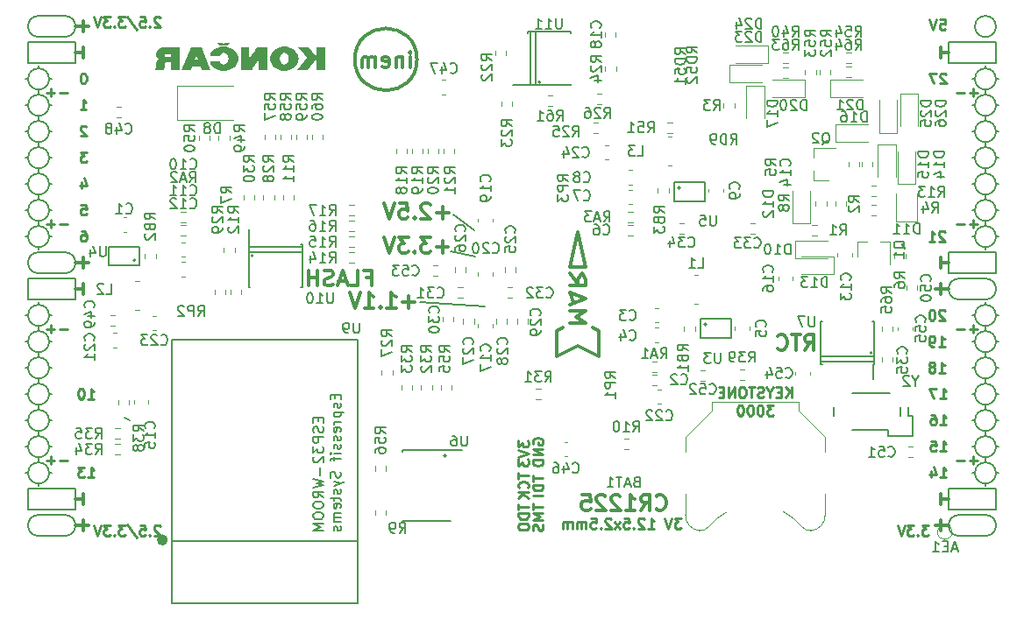
<source format=gbo>
G04 #@! TF.GenerationSoftware,KiCad,Pcbnew,5.0.0-rc2+dfsg1-2*
G04 #@! TF.CreationDate,2018-06-08T13:29:07+02:00*
G04 #@! TF.ProjectId,ulx3s,756C7833732E6B696361645F70636200,rev?*
G04 #@! TF.SameCoordinates,Original*
G04 #@! TF.FileFunction,Legend,Bot*
G04 #@! TF.FilePolarity,Positive*
%FSLAX46Y46*%
G04 Gerber Fmt 4.6, Leading zero omitted, Abs format (unit mm)*
G04 Created by KiCad (PCBNEW 5.0.0-rc2+dfsg1-2) date Fri Jun  8 13:29:07 2018*
%MOMM*%
%LPD*%
G01*
G04 APERTURE LIST*
%ADD10C,0.250000*%
%ADD11C,0.200000*%
%ADD12C,0.300000*%
%ADD13C,0.150000*%
%ADD14C,0.120000*%
%ADD15C,0.500000*%
%ADD16C,0.100000*%
G04 APERTURE END LIST*
D10*
X182887904Y-82575619D02*
X182840285Y-82528000D01*
X182745047Y-82480380D01*
X182506952Y-82480380D01*
X182411714Y-82528000D01*
X182364095Y-82575619D01*
X182316476Y-82670857D01*
X182316476Y-82766095D01*
X182364095Y-82908952D01*
X182935523Y-83480380D01*
X182316476Y-83480380D01*
X181364095Y-83480380D02*
X181935523Y-83480380D01*
X181649809Y-83480380D02*
X181649809Y-82480380D01*
X181745047Y-82623238D01*
X181840285Y-82718476D01*
X181935523Y-82766095D01*
X182887904Y-90195619D02*
X182840285Y-90148000D01*
X182745047Y-90100380D01*
X182506952Y-90100380D01*
X182411714Y-90148000D01*
X182364095Y-90195619D01*
X182316476Y-90290857D01*
X182316476Y-90386095D01*
X182364095Y-90528952D01*
X182935523Y-91100380D01*
X182316476Y-91100380D01*
X181697428Y-90100380D02*
X181602190Y-90100380D01*
X181506952Y-90148000D01*
X181459333Y-90195619D01*
X181411714Y-90290857D01*
X181364095Y-90481333D01*
X181364095Y-90719428D01*
X181411714Y-90909904D01*
X181459333Y-91005142D01*
X181506952Y-91052761D01*
X181602190Y-91100380D01*
X181697428Y-91100380D01*
X181792666Y-91052761D01*
X181840285Y-91005142D01*
X181887904Y-90909904D01*
X181935523Y-90719428D01*
X181935523Y-90481333D01*
X181887904Y-90290857D01*
X181840285Y-90195619D01*
X181792666Y-90148000D01*
X181697428Y-90100380D01*
X182316476Y-93640380D02*
X182887904Y-93640380D01*
X182602190Y-93640380D02*
X182602190Y-92640380D01*
X182697428Y-92783238D01*
X182792666Y-92878476D01*
X182887904Y-92926095D01*
X181840285Y-93640380D02*
X181649809Y-93640380D01*
X181554571Y-93592761D01*
X181506952Y-93545142D01*
X181411714Y-93402285D01*
X181364095Y-93211809D01*
X181364095Y-92830857D01*
X181411714Y-92735619D01*
X181459333Y-92688000D01*
X181554571Y-92640380D01*
X181745047Y-92640380D01*
X181840285Y-92688000D01*
X181887904Y-92735619D01*
X181935523Y-92830857D01*
X181935523Y-93068952D01*
X181887904Y-93164190D01*
X181840285Y-93211809D01*
X181745047Y-93259428D01*
X181554571Y-93259428D01*
X181459333Y-93211809D01*
X181411714Y-93164190D01*
X181364095Y-93068952D01*
X182316476Y-96180380D02*
X182887904Y-96180380D01*
X182602190Y-96180380D02*
X182602190Y-95180380D01*
X182697428Y-95323238D01*
X182792666Y-95418476D01*
X182887904Y-95466095D01*
X181745047Y-95608952D02*
X181840285Y-95561333D01*
X181887904Y-95513714D01*
X181935523Y-95418476D01*
X181935523Y-95370857D01*
X181887904Y-95275619D01*
X181840285Y-95228000D01*
X181745047Y-95180380D01*
X181554571Y-95180380D01*
X181459333Y-95228000D01*
X181411714Y-95275619D01*
X181364095Y-95370857D01*
X181364095Y-95418476D01*
X181411714Y-95513714D01*
X181459333Y-95561333D01*
X181554571Y-95608952D01*
X181745047Y-95608952D01*
X181840285Y-95656571D01*
X181887904Y-95704190D01*
X181935523Y-95799428D01*
X181935523Y-95989904D01*
X181887904Y-96085142D01*
X181840285Y-96132761D01*
X181745047Y-96180380D01*
X181554571Y-96180380D01*
X181459333Y-96132761D01*
X181411714Y-96085142D01*
X181364095Y-95989904D01*
X181364095Y-95799428D01*
X181411714Y-95704190D01*
X181459333Y-95656571D01*
X181554571Y-95608952D01*
D11*
X104148000Y-100808000D02*
X103640000Y-100554000D01*
D12*
X127003714Y-86984857D02*
X127503714Y-86984857D01*
X127503714Y-87770571D02*
X127503714Y-86270571D01*
X126789428Y-86270571D01*
X125503714Y-87770571D02*
X126218000Y-87770571D01*
X126218000Y-86270571D01*
X125075142Y-87342000D02*
X124360857Y-87342000D01*
X125218000Y-87770571D02*
X124718000Y-86270571D01*
X124218000Y-87770571D01*
X123789428Y-87699142D02*
X123575142Y-87770571D01*
X123218000Y-87770571D01*
X123075142Y-87699142D01*
X123003714Y-87627714D01*
X122932285Y-87484857D01*
X122932285Y-87342000D01*
X123003714Y-87199142D01*
X123075142Y-87127714D01*
X123218000Y-87056285D01*
X123503714Y-86984857D01*
X123646571Y-86913428D01*
X123718000Y-86842000D01*
X123789428Y-86699142D01*
X123789428Y-86556285D01*
X123718000Y-86413428D01*
X123646571Y-86342000D01*
X123503714Y-86270571D01*
X123146571Y-86270571D01*
X122932285Y-86342000D01*
X122289428Y-87770571D02*
X122289428Y-86270571D01*
X122289428Y-86984857D02*
X121432285Y-86984857D01*
X121432285Y-87770571D02*
X121432285Y-86270571D01*
D10*
X157418095Y-110252380D02*
X156799047Y-110252380D01*
X157132380Y-110633333D01*
X156989523Y-110633333D01*
X156894285Y-110680952D01*
X156846666Y-110728571D01*
X156799047Y-110823809D01*
X156799047Y-111061904D01*
X156846666Y-111157142D01*
X156894285Y-111204761D01*
X156989523Y-111252380D01*
X157275238Y-111252380D01*
X157370476Y-111204761D01*
X157418095Y-111157142D01*
X156513333Y-110252380D02*
X156180000Y-111252380D01*
X155846666Y-110252380D01*
X154227619Y-111252380D02*
X154799047Y-111252380D01*
X154513333Y-111252380D02*
X154513333Y-110252380D01*
X154608571Y-110395238D01*
X154703809Y-110490476D01*
X154799047Y-110538095D01*
X153846666Y-110347619D02*
X153799047Y-110300000D01*
X153703809Y-110252380D01*
X153465714Y-110252380D01*
X153370476Y-110300000D01*
X153322857Y-110347619D01*
X153275238Y-110442857D01*
X153275238Y-110538095D01*
X153322857Y-110680952D01*
X153894285Y-111252380D01*
X153275238Y-111252380D01*
X152846666Y-111157142D02*
X152799047Y-111204761D01*
X152846666Y-111252380D01*
X152894285Y-111204761D01*
X152846666Y-111157142D01*
X152846666Y-111252380D01*
X151894285Y-110252380D02*
X152370476Y-110252380D01*
X152418095Y-110728571D01*
X152370476Y-110680952D01*
X152275238Y-110633333D01*
X152037142Y-110633333D01*
X151941904Y-110680952D01*
X151894285Y-110728571D01*
X151846666Y-110823809D01*
X151846666Y-111061904D01*
X151894285Y-111157142D01*
X151941904Y-111204761D01*
X152037142Y-111252380D01*
X152275238Y-111252380D01*
X152370476Y-111204761D01*
X152418095Y-111157142D01*
X151513333Y-111252380D02*
X150989523Y-110585714D01*
X151513333Y-110585714D02*
X150989523Y-111252380D01*
X150656190Y-110347619D02*
X150608571Y-110300000D01*
X150513333Y-110252380D01*
X150275238Y-110252380D01*
X150180000Y-110300000D01*
X150132380Y-110347619D01*
X150084761Y-110442857D01*
X150084761Y-110538095D01*
X150132380Y-110680952D01*
X150703809Y-111252380D01*
X150084761Y-111252380D01*
X149656190Y-111157142D02*
X149608571Y-111204761D01*
X149656190Y-111252380D01*
X149703809Y-111204761D01*
X149656190Y-111157142D01*
X149656190Y-111252380D01*
X148703809Y-110252380D02*
X149180000Y-110252380D01*
X149227619Y-110728571D01*
X149180000Y-110680952D01*
X149084761Y-110633333D01*
X148846666Y-110633333D01*
X148751428Y-110680952D01*
X148703809Y-110728571D01*
X148656190Y-110823809D01*
X148656190Y-111061904D01*
X148703809Y-111157142D01*
X148751428Y-111204761D01*
X148846666Y-111252380D01*
X149084761Y-111252380D01*
X149180000Y-111204761D01*
X149227619Y-111157142D01*
X148227619Y-111252380D02*
X148227619Y-110585714D01*
X148227619Y-110680952D02*
X148180000Y-110633333D01*
X148084761Y-110585714D01*
X147941904Y-110585714D01*
X147846666Y-110633333D01*
X147799047Y-110728571D01*
X147799047Y-111252380D01*
X147799047Y-110728571D02*
X147751428Y-110633333D01*
X147656190Y-110585714D01*
X147513333Y-110585714D01*
X147418095Y-110633333D01*
X147370476Y-110728571D01*
X147370476Y-111252380D01*
X146894285Y-111252380D02*
X146894285Y-110585714D01*
X146894285Y-110680952D02*
X146846666Y-110633333D01*
X146751428Y-110585714D01*
X146608571Y-110585714D01*
X146513333Y-110633333D01*
X146465714Y-110728571D01*
X146465714Y-111252380D01*
X146465714Y-110728571D02*
X146418095Y-110633333D01*
X146322857Y-110585714D01*
X146180000Y-110585714D01*
X146084761Y-110633333D01*
X146037142Y-110728571D01*
X146037142Y-111252380D01*
D11*
X134755000Y-104237000D02*
G75*
G03X134755000Y-104237000I-127000J0D01*
G01*
X135390000Y-80869000D02*
X137422000Y-82393000D01*
X135136000Y-84425000D02*
X137549000Y-84933000D01*
X132215000Y-89378000D02*
X138438000Y-89759000D01*
D10*
X168085000Y-98577380D02*
X168085000Y-97577380D01*
X167513571Y-98577380D02*
X167942142Y-98005952D01*
X167513571Y-97577380D02*
X168085000Y-98148809D01*
X167085000Y-98053571D02*
X166751666Y-98053571D01*
X166608809Y-98577380D02*
X167085000Y-98577380D01*
X167085000Y-97577380D01*
X166608809Y-97577380D01*
X165989761Y-98101190D02*
X165989761Y-98577380D01*
X166323095Y-97577380D02*
X165989761Y-98101190D01*
X165656428Y-97577380D01*
X165370714Y-98529761D02*
X165227857Y-98577380D01*
X164989761Y-98577380D01*
X164894523Y-98529761D01*
X164846904Y-98482142D01*
X164799285Y-98386904D01*
X164799285Y-98291666D01*
X164846904Y-98196428D01*
X164894523Y-98148809D01*
X164989761Y-98101190D01*
X165180238Y-98053571D01*
X165275476Y-98005952D01*
X165323095Y-97958333D01*
X165370714Y-97863095D01*
X165370714Y-97767857D01*
X165323095Y-97672619D01*
X165275476Y-97625000D01*
X165180238Y-97577380D01*
X164942142Y-97577380D01*
X164799285Y-97625000D01*
X164513571Y-97577380D02*
X163942142Y-97577380D01*
X164227857Y-98577380D02*
X164227857Y-97577380D01*
X163418333Y-97577380D02*
X163227857Y-97577380D01*
X163132619Y-97625000D01*
X163037380Y-97720238D01*
X162989761Y-97910714D01*
X162989761Y-98244047D01*
X163037380Y-98434523D01*
X163132619Y-98529761D01*
X163227857Y-98577380D01*
X163418333Y-98577380D01*
X163513571Y-98529761D01*
X163608809Y-98434523D01*
X163656428Y-98244047D01*
X163656428Y-97910714D01*
X163608809Y-97720238D01*
X163513571Y-97625000D01*
X163418333Y-97577380D01*
X162561190Y-98577380D02*
X162561190Y-97577380D01*
X161989761Y-98577380D01*
X161989761Y-97577380D01*
X161513571Y-98053571D02*
X161180238Y-98053571D01*
X161037380Y-98577380D02*
X161513571Y-98577380D01*
X161513571Y-97577380D01*
X161037380Y-97577380D01*
X166346904Y-99327380D02*
X165727857Y-99327380D01*
X166061190Y-99708333D01*
X165918333Y-99708333D01*
X165823095Y-99755952D01*
X165775476Y-99803571D01*
X165727857Y-99898809D01*
X165727857Y-100136904D01*
X165775476Y-100232142D01*
X165823095Y-100279761D01*
X165918333Y-100327380D01*
X166204047Y-100327380D01*
X166299285Y-100279761D01*
X166346904Y-100232142D01*
X165108809Y-99327380D02*
X165013571Y-99327380D01*
X164918333Y-99375000D01*
X164870714Y-99422619D01*
X164823095Y-99517857D01*
X164775476Y-99708333D01*
X164775476Y-99946428D01*
X164823095Y-100136904D01*
X164870714Y-100232142D01*
X164918333Y-100279761D01*
X165013571Y-100327380D01*
X165108809Y-100327380D01*
X165204047Y-100279761D01*
X165251666Y-100232142D01*
X165299285Y-100136904D01*
X165346904Y-99946428D01*
X165346904Y-99708333D01*
X165299285Y-99517857D01*
X165251666Y-99422619D01*
X165204047Y-99375000D01*
X165108809Y-99327380D01*
X164156428Y-99327380D02*
X164061190Y-99327380D01*
X163965952Y-99375000D01*
X163918333Y-99422619D01*
X163870714Y-99517857D01*
X163823095Y-99708333D01*
X163823095Y-99946428D01*
X163870714Y-100136904D01*
X163918333Y-100232142D01*
X163965952Y-100279761D01*
X164061190Y-100327380D01*
X164156428Y-100327380D01*
X164251666Y-100279761D01*
X164299285Y-100232142D01*
X164346904Y-100136904D01*
X164394523Y-99946428D01*
X164394523Y-99708333D01*
X164346904Y-99517857D01*
X164299285Y-99422619D01*
X164251666Y-99375000D01*
X164156428Y-99327380D01*
X163204047Y-99327380D02*
X163108809Y-99327380D01*
X163013571Y-99375000D01*
X162965952Y-99422619D01*
X162918333Y-99517857D01*
X162870714Y-99708333D01*
X162870714Y-99946428D01*
X162918333Y-100136904D01*
X162965952Y-100232142D01*
X163013571Y-100279761D01*
X163108809Y-100327380D01*
X163204047Y-100327380D01*
X163299285Y-100279761D01*
X163346904Y-100232142D01*
X163394523Y-100136904D01*
X163442142Y-99946428D01*
X163442142Y-99708333D01*
X163394523Y-99517857D01*
X163346904Y-99422619D01*
X163299285Y-99375000D01*
X163204047Y-99327380D01*
D12*
X182492000Y-87582000D02*
X182492000Y-88598000D01*
X183254000Y-88090000D02*
X181984000Y-88090000D01*
X182492000Y-110442000D02*
X182492000Y-111458000D01*
X183254000Y-110950000D02*
X181984000Y-110950000D01*
X99688000Y-62182000D02*
X99688000Y-63198000D01*
X98926000Y-62690000D02*
X100196000Y-62690000D01*
X99688000Y-110442000D02*
X99688000Y-111458000D01*
X98926000Y-110950000D02*
X100196000Y-110950000D01*
X99688000Y-85042000D02*
X99688000Y-86058000D01*
X98926000Y-85550000D02*
X100196000Y-85550000D01*
D11*
X187826000Y-62690000D02*
G75*
G03X187826000Y-62690000I-1016000J0D01*
G01*
X184270000Y-87074000D02*
X186810000Y-87074000D01*
X184270000Y-89106000D02*
X186810000Y-89106000D01*
X184270000Y-87074000D02*
G75*
G03X184270000Y-89106000I0J-1016000D01*
G01*
X186810000Y-89106000D02*
G75*
G03X186810000Y-87074000I0J1016000D01*
G01*
X184270000Y-111966000D02*
X186810000Y-111966000D01*
X184270000Y-109934000D02*
X186810000Y-109934000D01*
X184270000Y-109934000D02*
G75*
G03X184270000Y-111966000I0J-1016000D01*
G01*
X186810000Y-111966000D02*
G75*
G03X186810000Y-109934000I0J1016000D01*
G01*
X97910000Y-63706000D02*
G75*
G03X97910000Y-61674000I0J1016000D01*
G01*
X95370000Y-61674000D02*
X97910000Y-61674000D01*
X95370000Y-63706000D02*
X97910000Y-63706000D01*
X95370000Y-61674000D02*
G75*
G03X95370000Y-63706000I0J-1016000D01*
G01*
X95370000Y-86566000D02*
X97910000Y-86566000D01*
X95370000Y-84534000D02*
X97910000Y-84534000D01*
X95370000Y-84534000D02*
G75*
G03X95370000Y-86566000I0J-1016000D01*
G01*
X97910000Y-86566000D02*
G75*
G03X97910000Y-84534000I0J1016000D01*
G01*
X95370000Y-111966000D02*
X97910000Y-111966000D01*
X95370000Y-109934000D02*
X97910000Y-109934000D01*
X95370000Y-109934000D02*
G75*
G03X95370000Y-111966000I0J-1016000D01*
G01*
X97910000Y-111966000D02*
G75*
G03X97910000Y-109934000I0J1016000D01*
G01*
X98926000Y-107394000D02*
X94354000Y-107394000D01*
X98926000Y-109426000D02*
X98926000Y-107394000D01*
X94354000Y-109426000D02*
X98926000Y-109426000D01*
X94354000Y-107394000D02*
X94354000Y-109426000D01*
X187826000Y-107394000D02*
X183254000Y-107394000D01*
X187826000Y-109426000D02*
X187826000Y-107394000D01*
X183254000Y-109426000D02*
X187826000Y-109426000D01*
X183254000Y-107394000D02*
X183254000Y-109426000D01*
X187826000Y-84534000D02*
X183254000Y-84534000D01*
X187826000Y-86566000D02*
X187826000Y-84534000D01*
X183254000Y-86566000D02*
X187826000Y-86566000D01*
X183254000Y-84534000D02*
X183254000Y-86566000D01*
X187826000Y-64214000D02*
X183254000Y-64214000D01*
X187826000Y-66246000D02*
X187826000Y-64214000D01*
X183254000Y-66246000D02*
X187826000Y-66246000D01*
X183254000Y-64214000D02*
X183254000Y-66246000D01*
X98926000Y-64214000D02*
X94354000Y-64214000D01*
X98926000Y-66246000D02*
X98926000Y-64214000D01*
X94354000Y-66246000D02*
X98926000Y-66246000D01*
X94354000Y-64214000D02*
X94354000Y-66246000D01*
X98926000Y-87074000D02*
X94354000Y-87074000D01*
X98926000Y-89106000D02*
X98926000Y-87074000D01*
X94354000Y-89106000D02*
X98926000Y-89106000D01*
X94354000Y-87074000D02*
X94354000Y-89106000D01*
D10*
X186032000Y-91971428D02*
X185270095Y-91971428D01*
X185651047Y-92352380D02*
X185651047Y-91590476D01*
X184793904Y-91971428D02*
X184032000Y-91971428D01*
X186032000Y-69111428D02*
X185270095Y-69111428D01*
X185651047Y-69492380D02*
X185651047Y-68730476D01*
X184793904Y-69111428D02*
X184032000Y-69111428D01*
X186032000Y-81811428D02*
X185270095Y-81811428D01*
X185651047Y-82192380D02*
X185651047Y-81430476D01*
X184793904Y-81811428D02*
X184032000Y-81811428D01*
X186032000Y-104671428D02*
X185270095Y-104671428D01*
X185651047Y-105052380D02*
X185651047Y-104290476D01*
X184793904Y-104671428D02*
X184032000Y-104671428D01*
X98148000Y-104671428D02*
X97386095Y-104671428D01*
X96909904Y-104671428D02*
X96148000Y-104671428D01*
X96528952Y-105052380D02*
X96528952Y-104290476D01*
X98148000Y-91971428D02*
X97386095Y-91971428D01*
X96909904Y-91971428D02*
X96148000Y-91971428D01*
X96528952Y-92352380D02*
X96528952Y-91590476D01*
X98148000Y-81811428D02*
X97386095Y-81811428D01*
X96909904Y-81811428D02*
X96148000Y-81811428D01*
X96528952Y-82192380D02*
X96528952Y-81430476D01*
X98148000Y-69111428D02*
X97386095Y-69111428D01*
X96909904Y-69111428D02*
X96148000Y-69111428D01*
X96528952Y-69492380D02*
X96528952Y-68730476D01*
D12*
X182492000Y-107902000D02*
X182492000Y-108918000D01*
X183254000Y-108410000D02*
X182492000Y-108410000D01*
D11*
X95370000Y-96726000D02*
X95370000Y-97234000D01*
X96386000Y-95710000D02*
X96640000Y-95710000D01*
X94354000Y-95710000D02*
X94100000Y-95710000D01*
X187826000Y-98250000D02*
X188080000Y-98250000D01*
X187826000Y-83010000D02*
X188080000Y-83010000D01*
X95370000Y-107140000D02*
X95370000Y-106886000D01*
X96386000Y-105870000D02*
X96640000Y-105870000D01*
X94354000Y-105870000D02*
X94100000Y-105870000D01*
X94354000Y-103330000D02*
X94100000Y-103330000D01*
X95370000Y-104346000D02*
X95370000Y-104854000D01*
X96386000Y-103330000D02*
X96640000Y-103330000D01*
X94354000Y-100790000D02*
X94100000Y-100790000D01*
X95370000Y-102314000D02*
X95370000Y-101806000D01*
X96386000Y-100790000D02*
X96640000Y-100790000D01*
X95370000Y-99266000D02*
X95370000Y-99774000D01*
X94354000Y-98250000D02*
X94100000Y-98250000D01*
X96386000Y-98250000D02*
X96640000Y-98250000D01*
X95370000Y-94186000D02*
X95370000Y-94694000D01*
X96386000Y-93170000D02*
X96640000Y-93170000D01*
X94354000Y-93170000D02*
X94100000Y-93170000D01*
X94354000Y-90630000D02*
X94100000Y-90630000D01*
X95370000Y-91646000D02*
X95370000Y-92154000D01*
X96640000Y-90630000D02*
X96386000Y-90630000D01*
X95370000Y-89360000D02*
X95370000Y-89614000D01*
X94354000Y-83010000D02*
X94100000Y-83010000D01*
X95370000Y-84280000D02*
X95370000Y-84026000D01*
X96386000Y-83010000D02*
X96640000Y-83010000D01*
X95370000Y-81486000D02*
X95370000Y-81994000D01*
X94354000Y-80470000D02*
X94100000Y-80470000D01*
X96640000Y-80470000D02*
X96386000Y-80470000D01*
X95370000Y-78946000D02*
X95370000Y-79454000D01*
X96386000Y-77930000D02*
X96640000Y-77930000D01*
X94354000Y-77930000D02*
X94100000Y-77930000D01*
X95370000Y-76406000D02*
X95370000Y-76914000D01*
X94354000Y-75390000D02*
X94100000Y-75390000D01*
X96386000Y-75390000D02*
X96640000Y-75390000D01*
X95370000Y-73866000D02*
X95370000Y-74374000D01*
X96386000Y-72850000D02*
X96640000Y-72850000D01*
X94100000Y-72850000D02*
X94354000Y-72850000D01*
X94354000Y-70310000D02*
X94100000Y-70310000D01*
X96640000Y-70310000D02*
X96386000Y-70310000D01*
X95370000Y-71326000D02*
X95370000Y-71834000D01*
X95370000Y-68786000D02*
X95370000Y-69294000D01*
X96386000Y-67770000D02*
X96640000Y-67770000D01*
X94354000Y-67770000D02*
X94100000Y-67770000D01*
X95370000Y-66500000D02*
X95370000Y-66754000D01*
X187826000Y-105870000D02*
X188080000Y-105870000D01*
X186810000Y-107140000D02*
X186810000Y-106886000D01*
X185540000Y-105870000D02*
X185794000Y-105870000D01*
X186810000Y-104346000D02*
X186810000Y-104854000D01*
X187826000Y-103330000D02*
X188080000Y-103330000D01*
X185540000Y-103330000D02*
X185794000Y-103330000D01*
X186810000Y-101806000D02*
X186810000Y-102314000D01*
X187826000Y-100790000D02*
X188080000Y-100790000D01*
X185540000Y-100790000D02*
X185794000Y-100790000D01*
X186810000Y-99266000D02*
X186810000Y-99774000D01*
X185540000Y-98250000D02*
X185794000Y-98250000D01*
X186810000Y-97234000D02*
X186810000Y-96726000D01*
X187826000Y-95710000D02*
X188080000Y-95710000D01*
X185540000Y-95710000D02*
X185794000Y-95710000D01*
X186810000Y-94694000D02*
X186810000Y-94186000D01*
X187826000Y-93170000D02*
X188080000Y-93170000D01*
X185540000Y-93170000D02*
X185794000Y-93170000D01*
X186810000Y-92154000D02*
X186810000Y-91646000D01*
X187826000Y-90630000D02*
X188080000Y-90630000D01*
X185540000Y-90630000D02*
X185794000Y-90630000D01*
X186810000Y-89360000D02*
X186810000Y-89614000D01*
X186810000Y-84280000D02*
X186810000Y-84026000D01*
X185540000Y-83010000D02*
X185794000Y-83010000D01*
X186810000Y-81994000D02*
X186810000Y-81486000D01*
X185794000Y-80470000D02*
X185540000Y-80470000D01*
X187826000Y-80470000D02*
X188080000Y-80470000D01*
X186810000Y-78946000D02*
X186810000Y-79454000D01*
X185794000Y-77930000D02*
X185540000Y-77930000D01*
X187826000Y-77930000D02*
X188080000Y-77930000D01*
X186810000Y-76406000D02*
X186810000Y-76914000D01*
X186810000Y-73866000D02*
X186810000Y-74374000D01*
X185794000Y-75390000D02*
X185540000Y-75390000D01*
X187826000Y-75390000D02*
X188080000Y-75390000D01*
X187826000Y-72850000D02*
X188080000Y-72850000D01*
X185540000Y-72850000D02*
X185794000Y-72850000D01*
X186810000Y-71834000D02*
X186810000Y-71326000D01*
X187826000Y-70310000D02*
X188080000Y-70310000D01*
X185540000Y-70310000D02*
X185794000Y-70310000D01*
X187826000Y-67770000D02*
X188080000Y-67770000D01*
X186810000Y-68786000D02*
X186810000Y-69294000D01*
X185540000Y-67770000D02*
X185794000Y-67770000D01*
X186810000Y-66500000D02*
X186810000Y-66754000D01*
X187826000Y-67770000D02*
G75*
G03X187826000Y-67770000I-1016000J0D01*
G01*
X187826000Y-70310000D02*
G75*
G03X187826000Y-70310000I-1016000J0D01*
G01*
X187826000Y-72850000D02*
G75*
G03X187826000Y-72850000I-1016000J0D01*
G01*
X187826000Y-75390000D02*
G75*
G03X187826000Y-75390000I-1016000J0D01*
G01*
X187826000Y-77930000D02*
G75*
G03X187826000Y-77930000I-1016000J0D01*
G01*
X187826000Y-80470000D02*
G75*
G03X187826000Y-80470000I-1016000J0D01*
G01*
X187826000Y-83010000D02*
G75*
G03X187826000Y-83010000I-1016000J0D01*
G01*
X187826000Y-90630000D02*
G75*
G03X187826000Y-90630000I-1016000J0D01*
G01*
X187826000Y-93170000D02*
G75*
G03X187826000Y-93170000I-1016000J0D01*
G01*
X187826000Y-95710000D02*
G75*
G03X187826000Y-95710000I-1016000J0D01*
G01*
X187826000Y-98250000D02*
G75*
G03X187826000Y-98250000I-1016000J0D01*
G01*
X187826000Y-100790000D02*
G75*
G03X187826000Y-100790000I-1016000J0D01*
G01*
X187826000Y-103330000D02*
G75*
G03X187826000Y-103330000I-1016000J0D01*
G01*
X187826000Y-105870000D02*
G75*
G03X187826000Y-105870000I-1016000J0D01*
G01*
X96386000Y-105870000D02*
G75*
G03X96386000Y-105870000I-1016000J0D01*
G01*
X96386000Y-103330000D02*
G75*
G03X96386000Y-103330000I-1016000J0D01*
G01*
X96386000Y-100790000D02*
G75*
G03X96386000Y-100790000I-1016000J0D01*
G01*
X96386000Y-98250000D02*
G75*
G03X96386000Y-98250000I-1016000J0D01*
G01*
X96386000Y-95710000D02*
G75*
G03X96386000Y-95710000I-1016000J0D01*
G01*
X96386000Y-93170000D02*
G75*
G03X96386000Y-93170000I-1016000J0D01*
G01*
X96386000Y-90630000D02*
G75*
G03X96386000Y-90630000I-1016000J0D01*
G01*
X96386000Y-83010000D02*
G75*
G03X96386000Y-83010000I-1016000J0D01*
G01*
X96386000Y-80470000D02*
G75*
G03X96386000Y-80470000I-1016000J0D01*
G01*
X96386000Y-77930000D02*
G75*
G03X96386000Y-77930000I-1016000J0D01*
G01*
X96386000Y-75390000D02*
G75*
G03X96386000Y-75390000I-1016000J0D01*
G01*
X96386000Y-72850000D02*
G75*
G03X96386000Y-72850000I-1016000J0D01*
G01*
X96386000Y-70310000D02*
G75*
G03X96386000Y-70310000I-1016000J0D01*
G01*
X96386000Y-67770000D02*
G75*
G03X96386000Y-67770000I-1016000J0D01*
G01*
D10*
X182428476Y-62015380D02*
X182904666Y-62015380D01*
X182952285Y-62491571D01*
X182904666Y-62443952D01*
X182809428Y-62396333D01*
X182571333Y-62396333D01*
X182476095Y-62443952D01*
X182428476Y-62491571D01*
X182380857Y-62586809D01*
X182380857Y-62824904D01*
X182428476Y-62920142D01*
X182476095Y-62967761D01*
X182571333Y-63015380D01*
X182809428Y-63015380D01*
X182904666Y-62967761D01*
X182952285Y-62920142D01*
X182095142Y-62015380D02*
X181761809Y-63015380D01*
X181428476Y-62015380D01*
D12*
X182492000Y-64722000D02*
X182492000Y-65738000D01*
X183254000Y-65230000D02*
X182492000Y-65230000D01*
D10*
X182999904Y-67317619D02*
X182952285Y-67270000D01*
X182857047Y-67222380D01*
X182618952Y-67222380D01*
X182523714Y-67270000D01*
X182476095Y-67317619D01*
X182428476Y-67412857D01*
X182428476Y-67508095D01*
X182476095Y-67650952D01*
X183047523Y-68222380D01*
X182428476Y-68222380D01*
X182095142Y-67222380D02*
X181428476Y-67222380D01*
X181857047Y-68222380D01*
D12*
X182492000Y-85042000D02*
X182492000Y-86058000D01*
X183254000Y-85550000D02*
X182492000Y-85550000D01*
D10*
X182428476Y-98702380D02*
X182999904Y-98702380D01*
X182714190Y-98702380D02*
X182714190Y-97702380D01*
X182809428Y-97845238D01*
X182904666Y-97940476D01*
X182999904Y-97988095D01*
X182095142Y-97702380D02*
X181428476Y-97702380D01*
X181857047Y-98702380D01*
X182428476Y-101242380D02*
X182999904Y-101242380D01*
X182714190Y-101242380D02*
X182714190Y-100242380D01*
X182809428Y-100385238D01*
X182904666Y-100480476D01*
X182999904Y-100528095D01*
X181571333Y-100242380D02*
X181761809Y-100242380D01*
X181857047Y-100290000D01*
X181904666Y-100337619D01*
X181999904Y-100480476D01*
X182047523Y-100670952D01*
X182047523Y-101051904D01*
X181999904Y-101147142D01*
X181952285Y-101194761D01*
X181857047Y-101242380D01*
X181666571Y-101242380D01*
X181571333Y-101194761D01*
X181523714Y-101147142D01*
X181476095Y-101051904D01*
X181476095Y-100813809D01*
X181523714Y-100718571D01*
X181571333Y-100670952D01*
X181666571Y-100623333D01*
X181857047Y-100623333D01*
X181952285Y-100670952D01*
X181999904Y-100718571D01*
X182047523Y-100813809D01*
X182428476Y-103782380D02*
X182999904Y-103782380D01*
X182714190Y-103782380D02*
X182714190Y-102782380D01*
X182809428Y-102925238D01*
X182904666Y-103020476D01*
X182999904Y-103068095D01*
X181523714Y-102782380D02*
X181999904Y-102782380D01*
X182047523Y-103258571D01*
X181999904Y-103210952D01*
X181904666Y-103163333D01*
X181666571Y-103163333D01*
X181571333Y-103210952D01*
X181523714Y-103258571D01*
X181476095Y-103353809D01*
X181476095Y-103591904D01*
X181523714Y-103687142D01*
X181571333Y-103734761D01*
X181666571Y-103782380D01*
X181904666Y-103782380D01*
X181999904Y-103734761D01*
X182047523Y-103687142D01*
X182428476Y-106322380D02*
X182999904Y-106322380D01*
X182714190Y-106322380D02*
X182714190Y-105322380D01*
X182809428Y-105465238D01*
X182904666Y-105560476D01*
X182999904Y-105608095D01*
X181571333Y-105655714D02*
X181571333Y-106322380D01*
X181809428Y-105274761D02*
X182047523Y-105989047D01*
X181428476Y-105989047D01*
X181312642Y-110928380D02*
X180693595Y-110928380D01*
X181026928Y-111309333D01*
X180884071Y-111309333D01*
X180788833Y-111356952D01*
X180741214Y-111404571D01*
X180693595Y-111499809D01*
X180693595Y-111737904D01*
X180741214Y-111833142D01*
X180788833Y-111880761D01*
X180884071Y-111928380D01*
X181169785Y-111928380D01*
X181265023Y-111880761D01*
X181312642Y-111833142D01*
X180265023Y-111833142D02*
X180217404Y-111880761D01*
X180265023Y-111928380D01*
X180312642Y-111880761D01*
X180265023Y-111833142D01*
X180265023Y-111928380D01*
X179884071Y-110928380D02*
X179265023Y-110928380D01*
X179598357Y-111309333D01*
X179455500Y-111309333D01*
X179360261Y-111356952D01*
X179312642Y-111404571D01*
X179265023Y-111499809D01*
X179265023Y-111737904D01*
X179312642Y-111833142D01*
X179360261Y-111880761D01*
X179455500Y-111928380D01*
X179741214Y-111928380D01*
X179836452Y-111880761D01*
X179884071Y-111833142D01*
X178979309Y-110928380D02*
X178645976Y-111928380D01*
X178312642Y-110928380D01*
D12*
X99688000Y-108918000D02*
X99688000Y-107902000D01*
X98926000Y-108410000D02*
X99688000Y-108410000D01*
X99688000Y-88598000D02*
X99688000Y-87582000D01*
X98926000Y-88090000D02*
X99688000Y-88090000D01*
X99688000Y-64722000D02*
X99688000Y-65738000D01*
X98926000Y-65230000D02*
X99688000Y-65230000D01*
D10*
X107103690Y-111023619D02*
X107056071Y-110976000D01*
X106960833Y-110928380D01*
X106722738Y-110928380D01*
X106627500Y-110976000D01*
X106579880Y-111023619D01*
X106532261Y-111118857D01*
X106532261Y-111214095D01*
X106579880Y-111356952D01*
X107151309Y-111928380D01*
X106532261Y-111928380D01*
X106103690Y-111833142D02*
X106056071Y-111880761D01*
X106103690Y-111928380D01*
X106151309Y-111880761D01*
X106103690Y-111833142D01*
X106103690Y-111928380D01*
X105151309Y-110928380D02*
X105627500Y-110928380D01*
X105675119Y-111404571D01*
X105627500Y-111356952D01*
X105532261Y-111309333D01*
X105294166Y-111309333D01*
X105198928Y-111356952D01*
X105151309Y-111404571D01*
X105103690Y-111499809D01*
X105103690Y-111737904D01*
X105151309Y-111833142D01*
X105198928Y-111880761D01*
X105294166Y-111928380D01*
X105532261Y-111928380D01*
X105627500Y-111880761D01*
X105675119Y-111833142D01*
X103960833Y-110880761D02*
X104817976Y-112166476D01*
X103722738Y-110928380D02*
X103103690Y-110928380D01*
X103437023Y-111309333D01*
X103294166Y-111309333D01*
X103198928Y-111356952D01*
X103151309Y-111404571D01*
X103103690Y-111499809D01*
X103103690Y-111737904D01*
X103151309Y-111833142D01*
X103198928Y-111880761D01*
X103294166Y-111928380D01*
X103579880Y-111928380D01*
X103675119Y-111880761D01*
X103722738Y-111833142D01*
X102675119Y-111833142D02*
X102627500Y-111880761D01*
X102675119Y-111928380D01*
X102722738Y-111880761D01*
X102675119Y-111833142D01*
X102675119Y-111928380D01*
X102294166Y-110928380D02*
X101675119Y-110928380D01*
X102008452Y-111309333D01*
X101865595Y-111309333D01*
X101770357Y-111356952D01*
X101722738Y-111404571D01*
X101675119Y-111499809D01*
X101675119Y-111737904D01*
X101722738Y-111833142D01*
X101770357Y-111880761D01*
X101865595Y-111928380D01*
X102151309Y-111928380D01*
X102246547Y-111880761D01*
X102294166Y-111833142D01*
X101389404Y-110928380D02*
X101056071Y-111928380D01*
X100722738Y-110928380D01*
X100132476Y-106322380D02*
X100703904Y-106322380D01*
X100418190Y-106322380D02*
X100418190Y-105322380D01*
X100513428Y-105465238D01*
X100608666Y-105560476D01*
X100703904Y-105608095D01*
X99799142Y-105322380D02*
X99180095Y-105322380D01*
X99513428Y-105703333D01*
X99370571Y-105703333D01*
X99275333Y-105750952D01*
X99227714Y-105798571D01*
X99180095Y-105893809D01*
X99180095Y-106131904D01*
X99227714Y-106227142D01*
X99275333Y-106274761D01*
X99370571Y-106322380D01*
X99656285Y-106322380D01*
X99751523Y-106274761D01*
X99799142Y-106227142D01*
X100147476Y-98720380D02*
X100718904Y-98720380D01*
X100433190Y-98720380D02*
X100433190Y-97720380D01*
X100528428Y-97863238D01*
X100623666Y-97958476D01*
X100718904Y-98006095D01*
X99528428Y-97720380D02*
X99433190Y-97720380D01*
X99337952Y-97768000D01*
X99290333Y-97815619D01*
X99242714Y-97910857D01*
X99195095Y-98101333D01*
X99195095Y-98339428D01*
X99242714Y-98529904D01*
X99290333Y-98625142D01*
X99337952Y-98672761D01*
X99433190Y-98720380D01*
X99528428Y-98720380D01*
X99623666Y-98672761D01*
X99671285Y-98625142D01*
X99718904Y-98529904D01*
X99766523Y-98339428D01*
X99766523Y-98101333D01*
X99718904Y-97910857D01*
X99671285Y-97815619D01*
X99623666Y-97768000D01*
X99528428Y-97720380D01*
X99512523Y-82462380D02*
X99703000Y-82462380D01*
X99798238Y-82510000D01*
X99845857Y-82557619D01*
X99941095Y-82700476D01*
X99988714Y-82890952D01*
X99988714Y-83271904D01*
X99941095Y-83367142D01*
X99893476Y-83414761D01*
X99798238Y-83462380D01*
X99607761Y-83462380D01*
X99512523Y-83414761D01*
X99464904Y-83367142D01*
X99417285Y-83271904D01*
X99417285Y-83033809D01*
X99464904Y-82938571D01*
X99512523Y-82890952D01*
X99607761Y-82843333D01*
X99798238Y-82843333D01*
X99893476Y-82890952D01*
X99941095Y-82938571D01*
X99988714Y-83033809D01*
X99464904Y-79922380D02*
X99941095Y-79922380D01*
X99988714Y-80398571D01*
X99941095Y-80350952D01*
X99845857Y-80303333D01*
X99607761Y-80303333D01*
X99512523Y-80350952D01*
X99464904Y-80398571D01*
X99417285Y-80493809D01*
X99417285Y-80731904D01*
X99464904Y-80827142D01*
X99512523Y-80874761D01*
X99607761Y-80922380D01*
X99845857Y-80922380D01*
X99941095Y-80874761D01*
X99988714Y-80827142D01*
X99512523Y-77715714D02*
X99512523Y-78382380D01*
X99750619Y-77334761D02*
X99988714Y-78049047D01*
X99369666Y-78049047D01*
X100021333Y-74842380D02*
X99402285Y-74842380D01*
X99735619Y-75223333D01*
X99592761Y-75223333D01*
X99497523Y-75270952D01*
X99449904Y-75318571D01*
X99402285Y-75413809D01*
X99402285Y-75651904D01*
X99449904Y-75747142D01*
X99497523Y-75794761D01*
X99592761Y-75842380D01*
X99878476Y-75842380D01*
X99973714Y-75794761D01*
X100021333Y-75747142D01*
X99973714Y-72397619D02*
X99926095Y-72350000D01*
X99830857Y-72302380D01*
X99592761Y-72302380D01*
X99497523Y-72350000D01*
X99449904Y-72397619D01*
X99402285Y-72492857D01*
X99402285Y-72588095D01*
X99449904Y-72730952D01*
X100021333Y-73302380D01*
X99402285Y-73302380D01*
X99402285Y-70762380D02*
X99973714Y-70762380D01*
X99688000Y-70762380D02*
X99688000Y-69762380D01*
X99783238Y-69905238D01*
X99878476Y-70000476D01*
X99973714Y-70048095D01*
X99750619Y-67222380D02*
X99655380Y-67222380D01*
X99560142Y-67270000D01*
X99512523Y-67317619D01*
X99464904Y-67412857D01*
X99417285Y-67603333D01*
X99417285Y-67841428D01*
X99464904Y-68031904D01*
X99512523Y-68127142D01*
X99560142Y-68174761D01*
X99655380Y-68222380D01*
X99750619Y-68222380D01*
X99845857Y-68174761D01*
X99893476Y-68127142D01*
X99941095Y-68031904D01*
X99988714Y-67841428D01*
X99988714Y-67603333D01*
X99941095Y-67412857D01*
X99893476Y-67317619D01*
X99845857Y-67270000D01*
X99750619Y-67222380D01*
X107103690Y-61874619D02*
X107056071Y-61827000D01*
X106960833Y-61779380D01*
X106722738Y-61779380D01*
X106627500Y-61827000D01*
X106579880Y-61874619D01*
X106532261Y-61969857D01*
X106532261Y-62065095D01*
X106579880Y-62207952D01*
X107151309Y-62779380D01*
X106532261Y-62779380D01*
X106103690Y-62684142D02*
X106056071Y-62731761D01*
X106103690Y-62779380D01*
X106151309Y-62731761D01*
X106103690Y-62684142D01*
X106103690Y-62779380D01*
X105151309Y-61779380D02*
X105627500Y-61779380D01*
X105675119Y-62255571D01*
X105627500Y-62207952D01*
X105532261Y-62160333D01*
X105294166Y-62160333D01*
X105198928Y-62207952D01*
X105151309Y-62255571D01*
X105103690Y-62350809D01*
X105103690Y-62588904D01*
X105151309Y-62684142D01*
X105198928Y-62731761D01*
X105294166Y-62779380D01*
X105532261Y-62779380D01*
X105627500Y-62731761D01*
X105675119Y-62684142D01*
X103960833Y-61731761D02*
X104817976Y-63017476D01*
X103722738Y-61779380D02*
X103103690Y-61779380D01*
X103437023Y-62160333D01*
X103294166Y-62160333D01*
X103198928Y-62207952D01*
X103151309Y-62255571D01*
X103103690Y-62350809D01*
X103103690Y-62588904D01*
X103151309Y-62684142D01*
X103198928Y-62731761D01*
X103294166Y-62779380D01*
X103579880Y-62779380D01*
X103675119Y-62731761D01*
X103722738Y-62684142D01*
X102675119Y-62684142D02*
X102627500Y-62731761D01*
X102675119Y-62779380D01*
X102722738Y-62731761D01*
X102675119Y-62684142D01*
X102675119Y-62779380D01*
X102294166Y-61779380D02*
X101675119Y-61779380D01*
X102008452Y-62160333D01*
X101865595Y-62160333D01*
X101770357Y-62207952D01*
X101722738Y-62255571D01*
X101675119Y-62350809D01*
X101675119Y-62588904D01*
X101722738Y-62684142D01*
X101770357Y-62731761D01*
X101865595Y-62779380D01*
X102151309Y-62779380D01*
X102246547Y-62731761D01*
X102294166Y-62684142D01*
X101389404Y-61779380D02*
X101056071Y-62779380D01*
X100722738Y-61779380D01*
D12*
X155027857Y-109335714D02*
X155099285Y-109407142D01*
X155313571Y-109478571D01*
X155456428Y-109478571D01*
X155670714Y-109407142D01*
X155813571Y-109264285D01*
X155885000Y-109121428D01*
X155956428Y-108835714D01*
X155956428Y-108621428D01*
X155885000Y-108335714D01*
X155813571Y-108192857D01*
X155670714Y-108050000D01*
X155456428Y-107978571D01*
X155313571Y-107978571D01*
X155099285Y-108050000D01*
X155027857Y-108121428D01*
X153527857Y-109478571D02*
X154027857Y-108764285D01*
X154385000Y-109478571D02*
X154385000Y-107978571D01*
X153813571Y-107978571D01*
X153670714Y-108050000D01*
X153599285Y-108121428D01*
X153527857Y-108264285D01*
X153527857Y-108478571D01*
X153599285Y-108621428D01*
X153670714Y-108692857D01*
X153813571Y-108764285D01*
X154385000Y-108764285D01*
X152099285Y-109478571D02*
X152956428Y-109478571D01*
X152527857Y-109478571D02*
X152527857Y-107978571D01*
X152670714Y-108192857D01*
X152813571Y-108335714D01*
X152956428Y-108407142D01*
X151527857Y-108121428D02*
X151456428Y-108050000D01*
X151313571Y-107978571D01*
X150956428Y-107978571D01*
X150813571Y-108050000D01*
X150742142Y-108121428D01*
X150670714Y-108264285D01*
X150670714Y-108407142D01*
X150742142Y-108621428D01*
X151599285Y-109478571D01*
X150670714Y-109478571D01*
X150099285Y-108121428D02*
X150027857Y-108050000D01*
X149885000Y-107978571D01*
X149527857Y-107978571D01*
X149385000Y-108050000D01*
X149313571Y-108121428D01*
X149242142Y-108264285D01*
X149242142Y-108407142D01*
X149313571Y-108621428D01*
X150170714Y-109478571D01*
X149242142Y-109478571D01*
X147885000Y-107978571D02*
X148599285Y-107978571D01*
X148670714Y-108692857D01*
X148599285Y-108621428D01*
X148456428Y-108550000D01*
X148099285Y-108550000D01*
X147956428Y-108621428D01*
X147885000Y-108692857D01*
X147813571Y-108835714D01*
X147813571Y-109192857D01*
X147885000Y-109335714D01*
X147956428Y-109407142D01*
X148099285Y-109478571D01*
X148456428Y-109478571D01*
X148599285Y-109407142D01*
X148670714Y-109335714D01*
X134961000Y-80722142D02*
X133818142Y-80722142D01*
X134389571Y-81293571D02*
X134389571Y-80150714D01*
X133175285Y-79936428D02*
X133103857Y-79865000D01*
X132961000Y-79793571D01*
X132603857Y-79793571D01*
X132461000Y-79865000D01*
X132389571Y-79936428D01*
X132318142Y-80079285D01*
X132318142Y-80222142D01*
X132389571Y-80436428D01*
X133246714Y-81293571D01*
X132318142Y-81293571D01*
X131675285Y-81150714D02*
X131603857Y-81222142D01*
X131675285Y-81293571D01*
X131746714Y-81222142D01*
X131675285Y-81150714D01*
X131675285Y-81293571D01*
X130246714Y-79793571D02*
X130961000Y-79793571D01*
X131032428Y-80507857D01*
X130961000Y-80436428D01*
X130818142Y-80365000D01*
X130461000Y-80365000D01*
X130318142Y-80436428D01*
X130246714Y-80507857D01*
X130175285Y-80650714D01*
X130175285Y-81007857D01*
X130246714Y-81150714D01*
X130318142Y-81222142D01*
X130461000Y-81293571D01*
X130818142Y-81293571D01*
X130961000Y-81222142D01*
X131032428Y-81150714D01*
X129746714Y-79793571D02*
X129246714Y-81293571D01*
X128746714Y-79793571D01*
X134946000Y-84024142D02*
X133803142Y-84024142D01*
X134374571Y-84595571D02*
X134374571Y-83452714D01*
X133231714Y-83095571D02*
X132303142Y-83095571D01*
X132803142Y-83667000D01*
X132588857Y-83667000D01*
X132446000Y-83738428D01*
X132374571Y-83809857D01*
X132303142Y-83952714D01*
X132303142Y-84309857D01*
X132374571Y-84452714D01*
X132446000Y-84524142D01*
X132588857Y-84595571D01*
X133017428Y-84595571D01*
X133160285Y-84524142D01*
X133231714Y-84452714D01*
X131660285Y-84452714D02*
X131588857Y-84524142D01*
X131660285Y-84595571D01*
X131731714Y-84524142D01*
X131660285Y-84452714D01*
X131660285Y-84595571D01*
X131088857Y-83095571D02*
X130160285Y-83095571D01*
X130660285Y-83667000D01*
X130446000Y-83667000D01*
X130303142Y-83738428D01*
X130231714Y-83809857D01*
X130160285Y-83952714D01*
X130160285Y-84309857D01*
X130231714Y-84452714D01*
X130303142Y-84524142D01*
X130446000Y-84595571D01*
X130874571Y-84595571D01*
X131017428Y-84524142D01*
X131088857Y-84452714D01*
X129731714Y-83095571D02*
X129231714Y-84595571D01*
X128731714Y-83095571D01*
X131659000Y-89358142D02*
X130516142Y-89358142D01*
X131087571Y-89929571D02*
X131087571Y-88786714D01*
X129016142Y-89929571D02*
X129873285Y-89929571D01*
X129444714Y-89929571D02*
X129444714Y-88429571D01*
X129587571Y-88643857D01*
X129730428Y-88786714D01*
X129873285Y-88858142D01*
X128373285Y-89786714D02*
X128301857Y-89858142D01*
X128373285Y-89929571D01*
X128444714Y-89858142D01*
X128373285Y-89786714D01*
X128373285Y-89929571D01*
X126873285Y-89929571D02*
X127730428Y-89929571D01*
X127301857Y-89929571D02*
X127301857Y-88429571D01*
X127444714Y-88643857D01*
X127587571Y-88786714D01*
X127730428Y-88858142D01*
X126444714Y-88429571D02*
X125944714Y-89929571D01*
X125444714Y-88429571D01*
D10*
X141685380Y-105854285D02*
X141685380Y-106425714D01*
X142685380Y-106140000D02*
X141685380Y-106140000D01*
X142590142Y-107330476D02*
X142637761Y-107282857D01*
X142685380Y-107140000D01*
X142685380Y-107044761D01*
X142637761Y-106901904D01*
X142542523Y-106806666D01*
X142447285Y-106759047D01*
X142256809Y-106711428D01*
X142113952Y-106711428D01*
X141923476Y-106759047D01*
X141828238Y-106806666D01*
X141733000Y-106901904D01*
X141685380Y-107044761D01*
X141685380Y-107140000D01*
X141733000Y-107282857D01*
X141780619Y-107330476D01*
X142685380Y-107759047D02*
X141685380Y-107759047D01*
X142685380Y-108330476D02*
X142113952Y-107901904D01*
X141685380Y-108330476D02*
X142256809Y-107759047D01*
X141685380Y-102726904D02*
X141685380Y-103345952D01*
X142066333Y-103012619D01*
X142066333Y-103155476D01*
X142113952Y-103250714D01*
X142161571Y-103298333D01*
X142256809Y-103345952D01*
X142494904Y-103345952D01*
X142590142Y-103298333D01*
X142637761Y-103250714D01*
X142685380Y-103155476D01*
X142685380Y-102869761D01*
X142637761Y-102774523D01*
X142590142Y-102726904D01*
X141685380Y-103631666D02*
X142685380Y-103965000D01*
X141685380Y-104298333D01*
X141685380Y-104536428D02*
X141685380Y-105155476D01*
X142066333Y-104822142D01*
X142066333Y-104965000D01*
X142113952Y-105060238D01*
X142161571Y-105107857D01*
X142256809Y-105155476D01*
X142494904Y-105155476D01*
X142590142Y-105107857D01*
X142637761Y-105060238D01*
X142685380Y-104965000D01*
X142685380Y-104679285D01*
X142637761Y-104584047D01*
X142590142Y-104536428D01*
X141685380Y-108878476D02*
X141685380Y-109449904D01*
X142685380Y-109164190D02*
X141685380Y-109164190D01*
X142685380Y-109783238D02*
X141685380Y-109783238D01*
X141685380Y-110021333D01*
X141733000Y-110164190D01*
X141828238Y-110259428D01*
X141923476Y-110307047D01*
X142113952Y-110354666D01*
X142256809Y-110354666D01*
X142447285Y-110307047D01*
X142542523Y-110259428D01*
X142637761Y-110164190D01*
X142685380Y-110021333D01*
X142685380Y-109783238D01*
X141685380Y-110973714D02*
X141685380Y-111164190D01*
X141733000Y-111259428D01*
X141828238Y-111354666D01*
X142018714Y-111402285D01*
X142352047Y-111402285D01*
X142542523Y-111354666D01*
X142637761Y-111259428D01*
X142685380Y-111164190D01*
X142685380Y-110973714D01*
X142637761Y-110878476D01*
X142542523Y-110783238D01*
X142352047Y-110735619D01*
X142018714Y-110735619D01*
X141828238Y-110783238D01*
X141733000Y-110878476D01*
X141685380Y-110973714D01*
X143130000Y-103076095D02*
X143082380Y-102980857D01*
X143082380Y-102838000D01*
X143130000Y-102695142D01*
X143225238Y-102599904D01*
X143320476Y-102552285D01*
X143510952Y-102504666D01*
X143653809Y-102504666D01*
X143844285Y-102552285D01*
X143939523Y-102599904D01*
X144034761Y-102695142D01*
X144082380Y-102838000D01*
X144082380Y-102933238D01*
X144034761Y-103076095D01*
X143987142Y-103123714D01*
X143653809Y-103123714D01*
X143653809Y-102933238D01*
X144082380Y-103552285D02*
X143082380Y-103552285D01*
X144082380Y-104123714D01*
X143082380Y-104123714D01*
X144082380Y-104599904D02*
X143082380Y-104599904D01*
X143082380Y-104838000D01*
X143130000Y-104980857D01*
X143225238Y-105076095D01*
X143320476Y-105123714D01*
X143510952Y-105171333D01*
X143653809Y-105171333D01*
X143844285Y-105123714D01*
X143939523Y-105076095D01*
X144034761Y-104980857D01*
X144082380Y-104838000D01*
X144082380Y-104599904D01*
X143082380Y-106116190D02*
X143082380Y-106687619D01*
X144082380Y-106401904D02*
X143082380Y-106401904D01*
X144082380Y-107020952D02*
X143082380Y-107020952D01*
X143082380Y-107259047D01*
X143130000Y-107401904D01*
X143225238Y-107497142D01*
X143320476Y-107544761D01*
X143510952Y-107592380D01*
X143653809Y-107592380D01*
X143844285Y-107544761D01*
X143939523Y-107497142D01*
X144034761Y-107401904D01*
X144082380Y-107259047D01*
X144082380Y-107020952D01*
X144082380Y-108020952D02*
X143082380Y-108020952D01*
X143082380Y-108854666D02*
X143082380Y-109426095D01*
X144082380Y-109140380D02*
X143082380Y-109140380D01*
X144082380Y-109759428D02*
X143082380Y-109759428D01*
X143796666Y-110092761D01*
X143082380Y-110426095D01*
X144082380Y-110426095D01*
X144034761Y-110854666D02*
X144082380Y-110997523D01*
X144082380Y-111235619D01*
X144034761Y-111330857D01*
X143987142Y-111378476D01*
X143891904Y-111426095D01*
X143796666Y-111426095D01*
X143701428Y-111378476D01*
X143653809Y-111330857D01*
X143606190Y-111235619D01*
X143558571Y-111045142D01*
X143510952Y-110949904D01*
X143463333Y-110902285D01*
X143368095Y-110854666D01*
X143272857Y-110854666D01*
X143177619Y-110902285D01*
X143130000Y-110949904D01*
X143082380Y-111045142D01*
X143082380Y-111283238D01*
X143130000Y-111426095D01*
D12*
X169394142Y-93993571D02*
X169894142Y-93279285D01*
X170251285Y-93993571D02*
X170251285Y-92493571D01*
X169679857Y-92493571D01*
X169537000Y-92565000D01*
X169465571Y-92636428D01*
X169394142Y-92779285D01*
X169394142Y-92993571D01*
X169465571Y-93136428D01*
X169537000Y-93207857D01*
X169679857Y-93279285D01*
X170251285Y-93279285D01*
X168965571Y-92493571D02*
X168108428Y-92493571D01*
X168537000Y-93993571D02*
X168537000Y-92493571D01*
X166751285Y-93850714D02*
X166822714Y-93922142D01*
X167037000Y-93993571D01*
X167179857Y-93993571D01*
X167394142Y-93922142D01*
X167537000Y-93779285D01*
X167608428Y-93636428D01*
X167679857Y-93350714D01*
X167679857Y-93136428D01*
X167608428Y-92850714D01*
X167537000Y-92707857D01*
X167394142Y-92565000D01*
X167179857Y-92493571D01*
X167037000Y-92493571D01*
X166822714Y-92565000D01*
X166751285Y-92636428D01*
G04 #@! TO.C,REF\002A\002A*
X131913000Y-65883000D02*
G75*
G03X131913000Y-65883000I-3000000J0D01*
G01*
D13*
G04 #@! TO.C,U10*
X116048803Y-84869500D02*
G75*
G03X116048803Y-84869500I-89803J0D01*
G01*
X120785000Y-84044000D02*
X115705000Y-84044000D01*
X115705000Y-84552000D02*
X120785000Y-84552000D01*
X115670000Y-83747000D02*
X115720000Y-83747000D01*
X115670000Y-87897000D02*
X115815000Y-87897000D01*
X120820000Y-87897000D02*
X120675000Y-87897000D01*
X120820000Y-83747000D02*
X120675000Y-83747000D01*
X115670000Y-83747000D02*
X115670000Y-87897000D01*
X120820000Y-83747000D02*
X120820000Y-87897000D01*
X115720000Y-83747000D02*
X115720000Y-82347000D01*
G04 #@! TO.C,U3*
X159886803Y-91500000D02*
G75*
G03X159886803Y-91500000I-111803J0D01*
G01*
X159275000Y-92800000D02*
X162275000Y-92800000D01*
X162275000Y-92800000D02*
X162275000Y-91000000D01*
X162275000Y-91000000D02*
X159275000Y-91000000D01*
X159275000Y-91000000D02*
X159275000Y-92800000D01*
G04 #@! TO.C,U4*
X104736803Y-85315000D02*
G75*
G03X104736803Y-85315000I-111803J0D01*
G01*
X105125000Y-84015000D02*
X102125000Y-84015000D01*
X102125000Y-84015000D02*
X102125000Y-85815000D01*
X102125000Y-85815000D02*
X105125000Y-85815000D01*
X105125000Y-85815000D02*
X105125000Y-84015000D01*
G04 #@! TO.C,U5*
X157346803Y-78292000D02*
G75*
G03X157346803Y-78292000I-111803J0D01*
G01*
X156735000Y-79592000D02*
X159735000Y-79592000D01*
X159735000Y-79592000D02*
X159735000Y-77792000D01*
X159735000Y-77792000D02*
X156735000Y-77792000D01*
X156735000Y-77792000D02*
X156735000Y-79592000D01*
G04 #@! TO.C,U6*
X130510000Y-103690000D02*
X130510000Y-103790000D01*
X130510000Y-110515000D02*
X130510000Y-110490000D01*
X135160000Y-110515000D02*
X135160000Y-110490000D01*
X136235000Y-103690000D02*
X130510000Y-103690000D01*
X135160000Y-110515000D02*
X130510000Y-110515000D01*
D14*
G04 #@! TO.C,BAT1*
X160091264Y-111074552D02*
G75*
G02X161785000Y-109670000I4493736J-3695448D01*
G01*
X167317553Y-109624793D02*
G75*
G02X169085000Y-111070000I-2732553J-5145207D01*
G01*
X159170385Y-111454160D02*
G75*
G03X160085000Y-111070000I124615J984160D01*
G01*
X169999615Y-111454160D02*
G75*
G02X169085000Y-111070000I-124615J984160D01*
G01*
X157835000Y-109920000D02*
G75*
G03X159285000Y-111470000I1500000J-50000D01*
G01*
X171335000Y-109920000D02*
G75*
G02X169885000Y-111470000I-1500000J-50000D01*
G01*
X157835000Y-107870000D02*
X157835000Y-109970000D01*
X171335000Y-107870000D02*
X171335000Y-109970000D01*
X171335000Y-103870000D02*
X171335000Y-102420000D01*
X171335000Y-102420000D02*
X168735000Y-99820000D01*
X168735000Y-99820000D02*
X168735000Y-99020000D01*
X168735000Y-99020000D02*
X160435000Y-99020000D01*
X160435000Y-99020000D02*
X160435000Y-99820000D01*
X160435000Y-99820000D02*
X157835000Y-102420000D01*
X157835000Y-102420000D02*
X157835000Y-103870000D01*
D13*
G04 #@! TO.C,U7*
X175865803Y-94267500D02*
G75*
G03X175865803Y-94267500I-89803J0D01*
G01*
X170950000Y-95093000D02*
X176030000Y-95093000D01*
X176030000Y-94585000D02*
X170950000Y-94585000D01*
X176065000Y-95390000D02*
X176015000Y-95390000D01*
X176065000Y-91240000D02*
X175920000Y-91240000D01*
X170915000Y-91240000D02*
X171060000Y-91240000D01*
X170915000Y-95390000D02*
X171060000Y-95390000D01*
X176065000Y-95390000D02*
X176065000Y-91240000D01*
X170915000Y-95390000D02*
X170915000Y-91240000D01*
X176015000Y-95390000D02*
X176015000Y-96790000D01*
D15*
G04 #@! TO.C,U9*
X107607981Y-112354000D02*
G75*
G03X107607981Y-112354000I-283981J0D01*
G01*
D13*
X126230000Y-112500000D02*
X108230000Y-112500000D01*
X108230000Y-118500000D02*
X108230000Y-93000000D01*
X126230000Y-118500000D02*
X126230000Y-93000000D01*
X126230000Y-93000000D02*
X108230000Y-93000000D01*
X126230000Y-118500000D02*
X108230000Y-118500000D01*
G04 #@! TO.C,Y2*
X179776000Y-100322000D02*
X179376000Y-100322000D01*
X179776000Y-102322000D02*
X179776000Y-100322000D01*
X177376000Y-102322000D02*
X179776000Y-102322000D01*
X177376000Y-101722000D02*
X177376000Y-102322000D01*
X172176000Y-99522000D02*
X172176000Y-100322000D01*
X177576000Y-98122000D02*
X173976000Y-98122000D01*
X177376000Y-101722000D02*
X173976000Y-101722000D01*
X178576000Y-99522000D02*
X178576000Y-100322000D01*
X179376000Y-99522000D02*
X179376000Y-100322000D01*
D12*
G04 #@! TO.C,REF\002A\002A*
X148240000Y-90179000D02*
X146640000Y-90179000D01*
X147240000Y-90779000D02*
X148240000Y-90179000D01*
X148240000Y-91379000D02*
X147240000Y-90779000D01*
X146640000Y-91379000D02*
X148240000Y-91379000D01*
X145440000Y-92179000D02*
X146040000Y-91779000D01*
X149440000Y-92179000D02*
X148840000Y-91779000D01*
X149440000Y-94579000D02*
X149440000Y-92179000D01*
X147440000Y-82579000D02*
X148240000Y-85979000D01*
X146640000Y-85979000D02*
X147440000Y-82579000D01*
X148240000Y-85979000D02*
X146640000Y-85979000D01*
X147440000Y-87579000D02*
X146640000Y-86579000D01*
X147440000Y-87179000D02*
X147440000Y-87779000D01*
X147840000Y-86579000D02*
X147440000Y-87179000D01*
X148240000Y-87179000D02*
X147840000Y-86579000D01*
X148240000Y-87779000D02*
X148240000Y-87179000D01*
X148240000Y-87779000D02*
X146640000Y-87779000D01*
X146640000Y-88379000D02*
X147040000Y-89379000D01*
X148240000Y-88979000D02*
X146640000Y-88379000D01*
X146640000Y-89579000D02*
X148240000Y-88979000D01*
X145440000Y-94579000D02*
X145440000Y-92179000D01*
X147440000Y-93579000D02*
X145440000Y-94579000D01*
X149440000Y-94579000D02*
X147440000Y-93579000D01*
D14*
G04 #@! TO.C,C47*
X134351000Y-69260000D02*
X134651000Y-69260000D01*
X134351000Y-67840000D02*
X134651000Y-67840000D01*
G04 #@! TO.C,C1*
X103553500Y-82595000D02*
X103853500Y-82595000D01*
X103553500Y-81175000D02*
X103853500Y-81175000D01*
G04 #@! TO.C,C2*
X154640000Y-97420000D02*
X155080000Y-97420000D01*
X154640000Y-96400000D02*
X155080000Y-96400000D01*
G04 #@! TO.C,C3*
X154910000Y-89920000D02*
X155210000Y-89920000D01*
X154910000Y-91340000D02*
X155210000Y-91340000D01*
G04 #@! TO.C,C4*
X154910000Y-93245000D02*
X155210000Y-93245000D01*
X154910000Y-91825000D02*
X155210000Y-91825000D01*
G04 #@! TO.C,C5*
X162605000Y-92050000D02*
X162605000Y-91750000D01*
X164025000Y-92050000D02*
X164025000Y-91750000D01*
G04 #@! TO.C,C6*
X152300000Y-82885000D02*
X152740000Y-82885000D01*
X152300000Y-81865000D02*
X152740000Y-81865000D01*
G04 #@! TO.C,C7*
X152370000Y-78490000D02*
X152670000Y-78490000D01*
X152370000Y-79910000D02*
X152670000Y-79910000D01*
G04 #@! TO.C,C8*
X152370000Y-76585000D02*
X152670000Y-76585000D01*
X152370000Y-78005000D02*
X152670000Y-78005000D01*
G04 #@! TO.C,C9*
X161485000Y-78715000D02*
X161485000Y-78415000D01*
X160065000Y-78715000D02*
X160065000Y-78415000D01*
G04 #@! TO.C,C10*
X109560000Y-81615000D02*
X109120000Y-81615000D01*
X109560000Y-80595000D02*
X109120000Y-80595000D01*
G04 #@! TO.C,C11*
X109490000Y-84990000D02*
X109190000Y-84990000D01*
X109490000Y-83570000D02*
X109190000Y-83570000D01*
G04 #@! TO.C,C12*
X109490000Y-85475000D02*
X109190000Y-85475000D01*
X109490000Y-86895000D02*
X109190000Y-86895000D01*
G04 #@! TO.C,C13*
X172511000Y-84938000D02*
X172511000Y-84638000D01*
X173931000Y-84938000D02*
X173931000Y-84638000D01*
G04 #@! TO.C,C14*
X175890000Y-75805000D02*
X175890000Y-76245000D01*
X174870000Y-75805000D02*
X174870000Y-76245000D01*
G04 #@! TO.C,C15*
X105986000Y-99162000D02*
X105986000Y-98862000D01*
X104566000Y-99162000D02*
X104566000Y-98862000D01*
G04 #@! TO.C,C16*
X168216000Y-87224000D02*
X168216000Y-86924000D01*
X166796000Y-87224000D02*
X166796000Y-86924000D01*
G04 #@! TO.C,C17*
X137790000Y-91470000D02*
X137790000Y-91770000D01*
X139210000Y-91470000D02*
X139210000Y-91770000D01*
G04 #@! TO.C,C18*
X151099600Y-63704000D02*
X151099600Y-63264000D01*
X150079600Y-63704000D02*
X150079600Y-63264000D01*
G04 #@! TO.C,C19*
X139210000Y-81570000D02*
X139210000Y-81270000D01*
X137790000Y-81570000D02*
X137790000Y-81270000D01*
G04 #@! TO.C,C20*
X139210000Y-86470000D02*
X139210000Y-86770000D01*
X137790000Y-86470000D02*
X137790000Y-86770000D01*
G04 #@! TO.C,C21*
X102601000Y-92351000D02*
X102901000Y-92351000D01*
X102601000Y-93771000D02*
X102901000Y-93771000D01*
G04 #@! TO.C,C22*
X155164000Y-99214000D02*
X155464000Y-99214000D01*
X155164000Y-97794000D02*
X155464000Y-97794000D01*
G04 #@! TO.C,C23*
X106696000Y-92102000D02*
X106396000Y-92102000D01*
X106696000Y-90682000D02*
X106396000Y-90682000D01*
G04 #@! TO.C,C24*
X150384000Y-74172000D02*
X150084000Y-74172000D01*
X150384000Y-75592000D02*
X150084000Y-75592000D01*
G04 #@! TO.C,C25*
X141410000Y-86000000D02*
X141410000Y-86440000D01*
X140390000Y-86000000D02*
X140390000Y-86440000D01*
G04 #@! TO.C,C26*
X136610000Y-86000000D02*
X136610000Y-86440000D01*
X135590000Y-86000000D02*
X135590000Y-86440000D01*
G04 #@! TO.C,C27*
X137410000Y-91000000D02*
X137410000Y-91440000D01*
X136390000Y-91000000D02*
X136390000Y-91440000D01*
G04 #@! TO.C,C28*
X139590000Y-91000000D02*
X139590000Y-91440000D01*
X140610000Y-91000000D02*
X140610000Y-91440000D01*
G04 #@! TO.C,C29*
X142610000Y-91000000D02*
X142610000Y-91440000D01*
X141590000Y-91000000D02*
X141590000Y-91440000D01*
G04 #@! TO.C,C30*
X134390000Y-90800000D02*
X134390000Y-91240000D01*
X135410000Y-90800000D02*
X135410000Y-91240000D01*
G04 #@! TO.C,C31*
X135880000Y-88930000D02*
X136320000Y-88930000D01*
X135880000Y-87910000D02*
X136320000Y-87910000D01*
G04 #@! TO.C,C32*
X141120000Y-88930000D02*
X140680000Y-88930000D01*
X141120000Y-87910000D02*
X140680000Y-87910000D01*
G04 #@! TO.C,C33*
X164080000Y-82730000D02*
X164520000Y-82730000D01*
X164080000Y-81710000D02*
X164520000Y-81710000D01*
G04 #@! TO.C,C34*
X157720000Y-81710000D02*
X157280000Y-81710000D01*
X157720000Y-82730000D02*
X157280000Y-82730000D01*
G04 #@! TO.C,C35*
X176790000Y-94680000D02*
X176790000Y-95120000D01*
X177810000Y-94680000D02*
X177810000Y-95120000D01*
G04 #@! TO.C,C46*
X146147000Y-104294000D02*
X146447000Y-104294000D01*
X146147000Y-102874000D02*
X146447000Y-102874000D01*
G04 #@! TO.C,C48*
X102900000Y-70453000D02*
X103340000Y-70453000D01*
X102900000Y-71473000D02*
X103340000Y-71473000D01*
G04 #@! TO.C,C49*
X102277000Y-90646000D02*
X102717000Y-90646000D01*
X102277000Y-91666000D02*
X102717000Y-91666000D01*
G04 #@! TO.C,C50*
X180223000Y-88201000D02*
X180223000Y-87761000D01*
X179203000Y-88201000D02*
X179203000Y-87761000D01*
G04 #@! TO.C,C51*
X179818000Y-103346000D02*
X179378000Y-103346000D01*
X179818000Y-104366000D02*
X179378000Y-104366000D01*
G04 #@! TO.C,C52*
X159740000Y-97000000D02*
X159300000Y-97000000D01*
X159740000Y-95980000D02*
X159300000Y-95980000D01*
G04 #@! TO.C,C53*
X133922200Y-86840000D02*
X133482200Y-86840000D01*
X133922200Y-85820000D02*
X133482200Y-85820000D01*
G04 #@! TO.C,C54*
X168462000Y-96386000D02*
X168462000Y-96086000D01*
X169882000Y-96386000D02*
X169882000Y-96086000D01*
G04 #@! TO.C,D11*
X180200000Y-78835000D02*
X180200000Y-81535000D01*
X180200000Y-81535000D02*
X178180000Y-81535000D01*
X178180000Y-81535000D02*
X178180000Y-78835000D01*
G04 #@! TO.C,D10*
X168400000Y-85130000D02*
X168400000Y-83430000D01*
X168400000Y-83430000D02*
X171550000Y-83430000D01*
X168400000Y-85130000D02*
X171550000Y-85130000D01*
G04 #@! TO.C,D12*
X169880000Y-81735000D02*
X169880000Y-78585000D01*
X168180000Y-81735000D02*
X168180000Y-78585000D01*
X169880000Y-81735000D02*
X168180000Y-81735000D01*
G04 #@! TO.C,D13*
X172200000Y-84954000D02*
X172200000Y-86654000D01*
X172200000Y-86654000D02*
X169050000Y-86654000D01*
X172200000Y-84954000D02*
X169050000Y-84954000D01*
G04 #@! TO.C,D14*
X180040000Y-77925000D02*
X180040000Y-74775000D01*
X178340000Y-77925000D02*
X178340000Y-74775000D01*
X180040000Y-77925000D02*
X178340000Y-77925000D01*
G04 #@! TO.C,D15*
X176435000Y-74125000D02*
X176435000Y-77275000D01*
X178135000Y-74125000D02*
X178135000Y-77275000D01*
X176435000Y-74125000D02*
X178135000Y-74125000D01*
G04 #@! TO.C,D16*
X172337000Y-73827000D02*
X172337000Y-72127000D01*
X172337000Y-72127000D02*
X175487000Y-72127000D01*
X172337000Y-73827000D02*
X175487000Y-73827000D01*
G04 #@! TO.C,D17*
X163735000Y-68410000D02*
X165435000Y-68410000D01*
X165435000Y-68410000D02*
X165435000Y-71560000D01*
X163735000Y-68410000D02*
X163735000Y-71560000D01*
G04 #@! TO.C,D20*
X169406000Y-67809000D02*
X169406000Y-69509000D01*
X169406000Y-69509000D02*
X166256000Y-69509000D01*
X169406000Y-67809000D02*
X166256000Y-67809000D01*
G04 #@! TO.C,D21*
X171829000Y-69509000D02*
X174979000Y-69509000D01*
X171829000Y-67809000D02*
X174979000Y-67809000D01*
X171829000Y-69509000D02*
X171829000Y-67809000D01*
G04 #@! TO.C,D23*
X162050000Y-68112000D02*
X165200000Y-68112000D01*
X162050000Y-66412000D02*
X165200000Y-66412000D01*
X162050000Y-68112000D02*
X162050000Y-66412000D01*
G04 #@! TO.C,D24*
X165850000Y-64507000D02*
X162700000Y-64507000D01*
X165850000Y-66207000D02*
X162700000Y-66207000D01*
X165850000Y-64507000D02*
X165850000Y-66207000D01*
G04 #@! TO.C,D25*
X178262000Y-72972000D02*
X176562000Y-72972000D01*
X176562000Y-72972000D02*
X176562000Y-69822000D01*
X178262000Y-72972000D02*
X178262000Y-69822000D01*
G04 #@! TO.C,D26*
X178594000Y-69172000D02*
X180294000Y-69172000D01*
X180294000Y-69172000D02*
X180294000Y-72322000D01*
X178594000Y-69172000D02*
X178594000Y-72322000D01*
G04 #@! TO.C,AE1*
X183588000Y-111603000D02*
G75*
G03X183588000Y-111603000I-700000J0D01*
G01*
G04 #@! TO.C,R49*
X113787000Y-73705000D02*
X113787000Y-73265000D01*
X112767000Y-73705000D02*
X112767000Y-73265000D01*
G04 #@! TO.C,R50*
X110862000Y-73705000D02*
X110862000Y-73265000D01*
X111882000Y-73705000D02*
X111882000Y-73265000D01*
G04 #@! TO.C,R51*
X156550000Y-72997000D02*
X156110000Y-72997000D01*
X156550000Y-71977000D02*
X156110000Y-71977000D01*
G04 #@! TO.C,R52*
X170821000Y-67373000D02*
X170821000Y-66933000D01*
X171841000Y-67373000D02*
X171841000Y-66933000D01*
G04 #@! TO.C,R53*
X170429000Y-67373000D02*
X170429000Y-66933000D01*
X169409000Y-67373000D02*
X169409000Y-66933000D01*
G04 #@! TO.C,R54*
X173382000Y-65228000D02*
X173822000Y-65228000D01*
X173382000Y-66248000D02*
X173822000Y-66248000D01*
G04 #@! TO.C,R56*
X128900000Y-105666000D02*
X128900000Y-105226000D01*
X127880000Y-105666000D02*
X127880000Y-105226000D01*
G04 #@! TO.C,R57*
X117212000Y-73578000D02*
X117212000Y-73138000D01*
X118232000Y-73578000D02*
X118232000Y-73138000D01*
G04 #@! TO.C,R58*
X119756000Y-73578000D02*
X119756000Y-73138000D01*
X118736000Y-73578000D02*
X118736000Y-73138000D01*
G04 #@! TO.C,R59*
X120260000Y-73578000D02*
X120260000Y-73138000D01*
X121280000Y-73578000D02*
X121280000Y-73138000D01*
G04 #@! TO.C,R60*
X122804000Y-73578000D02*
X122804000Y-73138000D01*
X121784000Y-73578000D02*
X121784000Y-73138000D01*
G04 #@! TO.C,R61*
X145000000Y-69390000D02*
X144560000Y-69390000D01*
X145000000Y-70410000D02*
X144560000Y-70410000D01*
G04 #@! TO.C,R40*
X167286000Y-66248000D02*
X167726000Y-66248000D01*
X167286000Y-65228000D02*
X167726000Y-65228000D01*
G04 #@! TO.C,R55*
X134230000Y-97395000D02*
X134230000Y-97835000D01*
X135250000Y-97395000D02*
X135250000Y-97835000D01*
D13*
G04 #@! TO.C,U11*
X143817303Y-68087500D02*
G75*
G03X143817303Y-68087500I-89803J0D01*
G01*
X142902000Y-63261500D02*
X142902000Y-68341500D01*
X143410000Y-68341500D02*
X143410000Y-63261500D01*
X142605000Y-68376500D02*
X142605000Y-68326500D01*
X146755000Y-68376500D02*
X146755000Y-68231500D01*
X146755000Y-63226500D02*
X146755000Y-63371500D01*
X142605000Y-63226500D02*
X142605000Y-63371500D01*
X142605000Y-68376500D02*
X146755000Y-68376500D01*
X142605000Y-63226500D02*
X146755000Y-63226500D01*
X142605000Y-68326500D02*
X141205000Y-68326500D01*
D14*
G04 #@! TO.C,C55*
X178368000Y-91768000D02*
X178368000Y-92068000D01*
X179788000Y-91768000D02*
X179788000Y-92068000D01*
G04 #@! TO.C,R65*
X177810000Y-92138000D02*
X177810000Y-91698000D01*
X176790000Y-92138000D02*
X176790000Y-91698000D01*
G04 #@! TO.C,L1*
X159070000Y-86690000D02*
X158670000Y-86690000D01*
X159070000Y-89490000D02*
X158670000Y-89490000D01*
G04 #@! TO.C,L2*
X104695000Y-90125000D02*
X105095000Y-90125000D01*
X104695000Y-87325000D02*
X105095000Y-87325000D01*
G04 #@! TO.C,L3*
X156530000Y-76155000D02*
X156130000Y-76155000D01*
X156530000Y-73355000D02*
X156130000Y-73355000D01*
G04 #@! TO.C,R1*
X170080000Y-81865000D02*
X170520000Y-81865000D01*
X170080000Y-82885000D02*
X170520000Y-82885000D01*
G04 #@! TO.C,R2*
X172330000Y-80055000D02*
X172330000Y-79615000D01*
X173350000Y-80055000D02*
X173350000Y-79615000D01*
G04 #@! TO.C,R3*
X162555000Y-70530000D02*
X162555000Y-70090000D01*
X161535000Y-70530000D02*
X161535000Y-70090000D01*
G04 #@! TO.C,R4*
X176235000Y-79960000D02*
X175795000Y-79960000D01*
X176235000Y-80980000D02*
X175795000Y-80980000D01*
G04 #@! TO.C,R5*
X173600000Y-75805000D02*
X173600000Y-76245000D01*
X174620000Y-75805000D02*
X174620000Y-76245000D01*
G04 #@! TO.C,R6*
X179065000Y-84695000D02*
X179065000Y-85135000D01*
X178045000Y-84695000D02*
X178045000Y-85135000D01*
G04 #@! TO.C,R7*
X114295000Y-84060000D02*
X114295000Y-84500000D01*
X113275000Y-84060000D02*
X113275000Y-84500000D01*
G04 #@! TO.C,R8*
X171445000Y-80055000D02*
X171445000Y-79615000D01*
X170425000Y-80055000D02*
X170425000Y-79615000D01*
G04 #@! TO.C,R9*
X128900000Y-109460000D02*
X128900000Y-109900000D01*
X127880000Y-109460000D02*
X127880000Y-109900000D01*
G04 #@! TO.C,R10*
X152359000Y-103586000D02*
X151919000Y-103586000D01*
X152359000Y-102566000D02*
X151919000Y-102566000D01*
G04 #@! TO.C,R11*
X120025000Y-78998000D02*
X120025000Y-79438000D01*
X119005000Y-78998000D02*
X119005000Y-79438000D01*
G04 #@! TO.C,R12*
X114930000Y-88564000D02*
X114930000Y-88124000D01*
X113910000Y-88564000D02*
X113910000Y-88124000D01*
G04 #@! TO.C,R13*
X176235000Y-79075000D02*
X175795000Y-79075000D01*
X176235000Y-78055000D02*
X175795000Y-78055000D01*
G04 #@! TO.C,R14*
X125816000Y-85570000D02*
X125376000Y-85570000D01*
X125816000Y-84550000D02*
X125376000Y-84550000D01*
G04 #@! TO.C,R15*
X125816000Y-83026000D02*
X125376000Y-83026000D01*
X125816000Y-84046000D02*
X125376000Y-84046000D01*
G04 #@! TO.C,R16*
X125816000Y-82522000D02*
X125376000Y-82522000D01*
X125816000Y-81502000D02*
X125376000Y-81502000D01*
G04 #@! TO.C,R17*
X125816000Y-79960000D02*
X125376000Y-79960000D01*
X125816000Y-80980000D02*
X125376000Y-80980000D01*
G04 #@! TO.C,R18*
X129912000Y-74993000D02*
X129912000Y-74553000D01*
X130932000Y-74993000D02*
X130932000Y-74553000D01*
G04 #@! TO.C,R19*
X131451000Y-74993000D02*
X131451000Y-74553000D01*
X132471000Y-74993000D02*
X132471000Y-74553000D01*
G04 #@! TO.C,R20*
X132975000Y-74993000D02*
X132975000Y-74553000D01*
X133995000Y-74993000D02*
X133995000Y-74553000D01*
G04 #@! TO.C,R21*
X135519000Y-74993000D02*
X135519000Y-74553000D01*
X134499000Y-74993000D02*
X134499000Y-74553000D01*
G04 #@! TO.C,R22*
X140535500Y-65450000D02*
X140535500Y-65010000D01*
X139515500Y-65450000D02*
X139515500Y-65010000D01*
G04 #@! TO.C,R23*
X141107000Y-69981000D02*
X141107000Y-70421000D01*
X140087000Y-69981000D02*
X140087000Y-70421000D01*
G04 #@! TO.C,R24*
X151125000Y-66992000D02*
X151125000Y-66552000D01*
X150105000Y-66992000D02*
X150105000Y-66552000D01*
G04 #@! TO.C,R25*
X149395000Y-72997000D02*
X148955000Y-72997000D01*
X149395000Y-71977000D02*
X148955000Y-71977000D01*
G04 #@! TO.C,R26*
X149707000Y-69183000D02*
X149267000Y-69183000D01*
X149707000Y-70203000D02*
X149267000Y-70203000D01*
G04 #@! TO.C,R27*
X128515000Y-96395000D02*
X128515000Y-95955000D01*
X129535000Y-96395000D02*
X129535000Y-95955000D01*
G04 #@! TO.C,R28*
X117085000Y-78998000D02*
X117085000Y-79438000D01*
X118105000Y-78998000D02*
X118105000Y-79438000D01*
G04 #@! TO.C,R29*
X113406000Y-88564000D02*
X113406000Y-88124000D01*
X112386000Y-88564000D02*
X112386000Y-88124000D01*
G04 #@! TO.C,R30*
X115180000Y-78998000D02*
X115180000Y-79438000D01*
X116200000Y-78998000D02*
X116200000Y-79438000D01*
G04 #@! TO.C,R31*
X143850000Y-98760000D02*
X143410000Y-98760000D01*
X143850000Y-97740000D02*
X143410000Y-97740000D01*
G04 #@! TO.C,R32*
X133345000Y-97835000D02*
X133345000Y-97395000D01*
X132325000Y-97835000D02*
X132325000Y-97395000D01*
G04 #@! TO.C,R33*
X130420000Y-97835000D02*
X130420000Y-97395000D01*
X131440000Y-97835000D02*
X131440000Y-97395000D01*
G04 #@! TO.C,R34*
X102770000Y-104110000D02*
X103210000Y-104110000D01*
X102770000Y-103090000D02*
X103210000Y-103090000D01*
G04 #@! TO.C,R35*
X103210000Y-102570000D02*
X102770000Y-102570000D01*
X103210000Y-101550000D02*
X102770000Y-101550000D01*
G04 #@! TO.C,R38*
X104086500Y-99250000D02*
X104086500Y-98810000D01*
X103066500Y-99250000D02*
X103066500Y-98810000D01*
G04 #@! TO.C,R39*
X163535000Y-95835000D02*
X163095000Y-95835000D01*
X163535000Y-96855000D02*
X163095000Y-96855000D01*
G04 #@! TO.C,R63*
X167286000Y-66625000D02*
X167726000Y-66625000D01*
X167286000Y-67645000D02*
X167726000Y-67645000D01*
G04 #@! TO.C,R64*
X173820000Y-66610000D02*
X173380000Y-66610000D01*
X173820000Y-67630000D02*
X173380000Y-67630000D01*
G04 #@! TO.C,RA1*
X154640000Y-96150000D02*
X155080000Y-96150000D01*
X154640000Y-95130000D02*
X155080000Y-95130000D01*
G04 #@! TO.C,RA2*
X109560000Y-81865000D02*
X109120000Y-81865000D01*
X109560000Y-82885000D02*
X109120000Y-82885000D01*
G04 #@! TO.C,RA3*
X152300000Y-81615000D02*
X152740000Y-81615000D01*
X152300000Y-80595000D02*
X152740000Y-80595000D01*
G04 #@! TO.C,RB1*
X158745000Y-91680000D02*
X158745000Y-92120000D01*
X157725000Y-91680000D02*
X157725000Y-92120000D01*
G04 #@! TO.C,RB2*
X106675000Y-85135000D02*
X106675000Y-84695000D01*
X105655000Y-85135000D02*
X105655000Y-84695000D01*
G04 #@! TO.C,RB3*
X156205000Y-78345000D02*
X156205000Y-78785000D01*
X155185000Y-78345000D02*
X155185000Y-78785000D01*
G04 #@! TO.C,D8*
X108749000Y-71724000D02*
X108749000Y-68424000D01*
X108749000Y-68424000D02*
X114149000Y-68424000D01*
X108749000Y-71724000D02*
X114149000Y-71724000D01*
G04 #@! TO.C,Q1*
X174435000Y-83520000D02*
X174435000Y-84980000D01*
X177595000Y-83520000D02*
X177595000Y-85680000D01*
X177595000Y-83520000D02*
X176665000Y-83520000D01*
X174435000Y-83520000D02*
X175365000Y-83520000D01*
G04 #@! TO.C,Q2*
X170175000Y-77605000D02*
X170175000Y-76675000D01*
X170175000Y-74445000D02*
X170175000Y-75375000D01*
X170175000Y-74445000D02*
X172335000Y-74445000D01*
X170175000Y-77605000D02*
X171635000Y-77605000D01*
D16*
G04 #@! TO.C,svg2mod*
G36*
X113101225Y-64269303D02*
X112663348Y-64269303D01*
X112877250Y-64544530D01*
X113607438Y-64544530D01*
X113901782Y-64269303D01*
X113417925Y-64269303D01*
X113256924Y-64342793D01*
X113101225Y-64269303D01*
X113101225Y-64269303D01*
G37*
G36*
X113734996Y-65822663D02*
X113696212Y-66045256D01*
X113591602Y-66223766D01*
X113438777Y-66342431D01*
X113255351Y-66385489D01*
X113093398Y-66356788D01*
X112967812Y-66270204D01*
X112891553Y-66125019D01*
X112880184Y-66082751D01*
X111952588Y-66084695D01*
X111957802Y-66146344D01*
X112001953Y-66340579D01*
X112094470Y-66510184D01*
X112228035Y-66654768D01*
X112395329Y-66773941D01*
X112589035Y-66867310D01*
X112801834Y-66934487D01*
X113026408Y-66975079D01*
X113255440Y-66988697D01*
X113479801Y-66973587D01*
X113693537Y-66929758D01*
X113893589Y-66859461D01*
X114076896Y-66764946D01*
X114240399Y-66648466D01*
X114381036Y-66512271D01*
X114495747Y-66358611D01*
X114581473Y-66189739D01*
X114635152Y-66007904D01*
X114653725Y-65815359D01*
X114635152Y-65622784D01*
X114581473Y-65440933D01*
X114495747Y-65272054D01*
X114381036Y-65118395D01*
X114240399Y-64982207D01*
X114076896Y-64865737D01*
X113893589Y-64771234D01*
X113693537Y-64700948D01*
X113479801Y-64657127D01*
X113255440Y-64642020D01*
X113019520Y-64656603D01*
X112791592Y-64699928D01*
X112577932Y-64771364D01*
X112384817Y-64870278D01*
X112218524Y-64996036D01*
X112085329Y-65148007D01*
X111991508Y-65325558D01*
X111943339Y-65528055D01*
X111936535Y-65591295D01*
X112868078Y-65589881D01*
X112879094Y-65547112D01*
X112956573Y-65393715D01*
X113087366Y-65294875D01*
X113255351Y-65259868D01*
X113438777Y-65302925D01*
X113591602Y-65421586D01*
X113696212Y-65600087D01*
X113734996Y-65822663D01*
X113734996Y-65822663D01*
G37*
G36*
X110757886Y-65925267D02*
X109181840Y-66911271D01*
X110081276Y-66911271D01*
X110214059Y-66558931D01*
X111001214Y-66558931D01*
X111139976Y-66911271D01*
X112005274Y-66911271D01*
X111114910Y-64722739D01*
X110102543Y-64722739D01*
X109181840Y-66911271D01*
X110757886Y-65925267D01*
X110466606Y-65925267D01*
X110609875Y-65543737D01*
X110757886Y-65925267D01*
X110757886Y-65925267D01*
G37*
G36*
X107692789Y-65649071D02*
X108961149Y-66911274D01*
X108961149Y-64722742D01*
X107495205Y-64722742D01*
X107276090Y-64743566D01*
X107079084Y-64812465D01*
X106890760Y-64961887D01*
X106765139Y-65169631D01*
X106731777Y-65358931D01*
X106755945Y-65546037D01*
X106843102Y-65734313D01*
X106895767Y-65785830D01*
X106943573Y-65827008D01*
X106907785Y-65857612D01*
X106846990Y-65924327D01*
X106781511Y-66031573D01*
X106738448Y-66203221D01*
X106726490Y-66443795D01*
X106713478Y-66572303D01*
X106681954Y-66696371D01*
X106634031Y-66832129D01*
X106600688Y-66911274D01*
X107312584Y-66911274D01*
X107413144Y-66896606D01*
X107500831Y-66788005D01*
X107529432Y-66681879D01*
X107552701Y-66539582D01*
X107572532Y-66395032D01*
X107589137Y-66283619D01*
X107656618Y-66184444D01*
X107728871Y-66169275D01*
X107832170Y-66166211D01*
X108060298Y-66165652D01*
X108113936Y-66165475D01*
X108113936Y-66911274D01*
X108961149Y-66911274D01*
X107692789Y-65649071D01*
X107590779Y-65611059D01*
X107557119Y-65510308D01*
X107598154Y-65405265D01*
X107710874Y-65359823D01*
X108113936Y-65359823D01*
X108113936Y-65648982D01*
X107692789Y-65649071D01*
X107692789Y-65649071D01*
G37*
G36*
X118666182Y-65822663D02*
X117703948Y-65815359D01*
X117722395Y-66007847D01*
X117775714Y-66189648D01*
X117860867Y-66358507D01*
X117974819Y-66512169D01*
X118114535Y-66648378D01*
X118276979Y-66764879D01*
X118459113Y-66859416D01*
X118657904Y-66929735D01*
X118870314Y-66973580D01*
X119093309Y-66988697D01*
X119316333Y-66973580D01*
X119528762Y-66929735D01*
X119727562Y-66859416D01*
X119909700Y-66764879D01*
X120072141Y-66648378D01*
X120211851Y-66512169D01*
X120325796Y-66358507D01*
X120410941Y-66189648D01*
X120464254Y-66007847D01*
X120482699Y-65815359D01*
X120464254Y-65622870D01*
X120410941Y-65441069D01*
X120325796Y-65272210D01*
X120211851Y-65118548D01*
X120072141Y-64982339D01*
X119909700Y-64865838D01*
X119727562Y-64771301D01*
X119528762Y-64700982D01*
X119316333Y-64657137D01*
X119093309Y-64642020D01*
X118870314Y-64657137D01*
X118657904Y-64700982D01*
X118459113Y-64771301D01*
X118276979Y-64865838D01*
X118114535Y-64982339D01*
X117974819Y-65118548D01*
X117860867Y-65272210D01*
X117775714Y-65441069D01*
X117722395Y-65622870D01*
X117703948Y-65815359D01*
X118666182Y-65822663D01*
X118701187Y-65597192D01*
X118794654Y-65419013D01*
X118929260Y-65301960D01*
X119087683Y-65259868D01*
X119246075Y-65301960D01*
X119380642Y-65419013D01*
X119474075Y-65597192D01*
X119509065Y-65822663D01*
X119474075Y-66048152D01*
X119380642Y-66226340D01*
X119246075Y-66343396D01*
X119087683Y-66385489D01*
X118929260Y-66343396D01*
X118794654Y-66226340D01*
X118701187Y-66048152D01*
X118666182Y-65822663D01*
X118666182Y-65822663D01*
G37*
G36*
X115719538Y-64722736D02*
X114890234Y-64722736D01*
X114890234Y-66911268D01*
X115915561Y-66911268D01*
X115991659Y-66798414D01*
X116118965Y-66610468D01*
X116275415Y-66381056D01*
X116438944Y-66143802D01*
X116587487Y-65932333D01*
X116660801Y-65829653D01*
X116660801Y-66911268D01*
X117490105Y-66911268D01*
X117490105Y-64722736D01*
X116451288Y-64722736D01*
X116374900Y-64837901D01*
X116247795Y-65029516D01*
X116093164Y-65262509D01*
X115934198Y-65501806D01*
X115794089Y-65712334D01*
X115719892Y-65823468D01*
X115720068Y-65689830D01*
X115720132Y-65492212D01*
X115720047Y-65267123D01*
X115719877Y-65044134D01*
X115719687Y-64852815D01*
X115719538Y-64722736D01*
X115719538Y-64722736D01*
G37*
G36*
X123031312Y-64722736D02*
X122185779Y-64722736D01*
X122185779Y-65637430D01*
X121409405Y-64722736D01*
X120401810Y-64722736D01*
X120512190Y-64840789D01*
X120657311Y-64996570D01*
X120820015Y-65172097D01*
X120983144Y-65349389D01*
X121129539Y-65510464D01*
X121242042Y-65637342D01*
X121279803Y-65699020D01*
X121286872Y-65717783D01*
X121290937Y-65733424D01*
X121283161Y-65747444D01*
X121246372Y-65797812D01*
X121141488Y-65924764D01*
X121004146Y-66087555D01*
X120847635Y-66271104D01*
X120685244Y-66460331D01*
X120530262Y-66640154D01*
X120395979Y-66795494D01*
X120295684Y-66911268D01*
X121325075Y-66911268D01*
X122185779Y-65800286D01*
X122185779Y-66911268D01*
X123031312Y-66911268D01*
X123031312Y-64722736D01*
X123031312Y-64722736D01*
G37*
G04 #@! TO.C,REF\002A\002A*
D12*
X131234428Y-66661571D02*
X131234428Y-65661571D01*
X131234428Y-65161571D02*
X131305857Y-65233000D01*
X131234428Y-65304428D01*
X131163000Y-65233000D01*
X131234428Y-65161571D01*
X131234428Y-65304428D01*
X130520142Y-65661571D02*
X130520142Y-66661571D01*
X130520142Y-65804428D02*
X130448714Y-65733000D01*
X130305857Y-65661571D01*
X130091571Y-65661571D01*
X129948714Y-65733000D01*
X129877285Y-65875857D01*
X129877285Y-66661571D01*
X128591571Y-66590142D02*
X128734428Y-66661571D01*
X129020142Y-66661571D01*
X129163000Y-66590142D01*
X129234428Y-66447285D01*
X129234428Y-65875857D01*
X129163000Y-65733000D01*
X129020142Y-65661571D01*
X128734428Y-65661571D01*
X128591571Y-65733000D01*
X128520142Y-65875857D01*
X128520142Y-66018714D01*
X129234428Y-66161571D01*
X127877285Y-66661571D02*
X127877285Y-65661571D01*
X127877285Y-65804428D02*
X127805857Y-65733000D01*
X127663000Y-65661571D01*
X127448714Y-65661571D01*
X127305857Y-65733000D01*
X127234428Y-65875857D01*
X127234428Y-66661571D01*
X127234428Y-65875857D02*
X127163000Y-65733000D01*
X127020142Y-65661571D01*
X126805857Y-65661571D01*
X126663000Y-65733000D01*
X126591571Y-65875857D01*
X126591571Y-66661571D01*
G04 #@! TO.C,U10*
D13*
X123801095Y-88449380D02*
X123801095Y-89258904D01*
X123753476Y-89354142D01*
X123705857Y-89401761D01*
X123610619Y-89449380D01*
X123420142Y-89449380D01*
X123324904Y-89401761D01*
X123277285Y-89354142D01*
X123229666Y-89258904D01*
X123229666Y-88449380D01*
X122229666Y-89449380D02*
X122801095Y-89449380D01*
X122515380Y-89449380D02*
X122515380Y-88449380D01*
X122610619Y-88592238D01*
X122705857Y-88687476D01*
X122801095Y-88735095D01*
X121610619Y-88449380D02*
X121515380Y-88449380D01*
X121420142Y-88497000D01*
X121372523Y-88544619D01*
X121324904Y-88639857D01*
X121277285Y-88830333D01*
X121277285Y-89068428D01*
X121324904Y-89258904D01*
X121372523Y-89354142D01*
X121420142Y-89401761D01*
X121515380Y-89449380D01*
X121610619Y-89449380D01*
X121705857Y-89401761D01*
X121753476Y-89354142D01*
X121801095Y-89258904D01*
X121848714Y-89068428D01*
X121848714Y-88830333D01*
X121801095Y-88639857D01*
X121753476Y-88544619D01*
X121705857Y-88497000D01*
X121610619Y-88449380D01*
G04 #@! TO.C,U3*
D11*
X161241904Y-94252380D02*
X161241904Y-95061904D01*
X161194285Y-95157142D01*
X161146666Y-95204761D01*
X161051428Y-95252380D01*
X160860952Y-95252380D01*
X160765714Y-95204761D01*
X160718095Y-95157142D01*
X160670476Y-95061904D01*
X160670476Y-94252380D01*
X160289523Y-94252380D02*
X159670476Y-94252380D01*
X160003809Y-94633333D01*
X159860952Y-94633333D01*
X159765714Y-94680952D01*
X159718095Y-94728571D01*
X159670476Y-94823809D01*
X159670476Y-95061904D01*
X159718095Y-95157142D01*
X159765714Y-95204761D01*
X159860952Y-95252380D01*
X160146666Y-95252380D01*
X160241904Y-95204761D01*
X160289523Y-95157142D01*
G04 #@! TO.C,U4*
X101861904Y-83940880D02*
X101861904Y-84750404D01*
X101814285Y-84845642D01*
X101766666Y-84893261D01*
X101671428Y-84940880D01*
X101480952Y-84940880D01*
X101385714Y-84893261D01*
X101338095Y-84845642D01*
X101290476Y-84750404D01*
X101290476Y-83940880D01*
X100385714Y-84274214D02*
X100385714Y-84940880D01*
X100623809Y-83893261D02*
X100861904Y-84607547D01*
X100242857Y-84607547D01*
G04 #@! TO.C,U5*
X160789904Y-80956380D02*
X160789904Y-81765904D01*
X160742285Y-81861142D01*
X160694666Y-81908761D01*
X160599428Y-81956380D01*
X160408952Y-81956380D01*
X160313714Y-81908761D01*
X160266095Y-81861142D01*
X160218476Y-81765904D01*
X160218476Y-80956380D01*
X159266095Y-80956380D02*
X159742285Y-80956380D01*
X159789904Y-81432571D01*
X159742285Y-81384952D01*
X159647047Y-81337333D01*
X159408952Y-81337333D01*
X159313714Y-81384952D01*
X159266095Y-81432571D01*
X159218476Y-81527809D01*
X159218476Y-81765904D01*
X159266095Y-81861142D01*
X159313714Y-81908761D01*
X159408952Y-81956380D01*
X159647047Y-81956380D01*
X159742285Y-81908761D01*
X159789904Y-81861142D01*
G04 #@! TO.C,U6*
D13*
X136771904Y-102274380D02*
X136771904Y-103083904D01*
X136724285Y-103179142D01*
X136676666Y-103226761D01*
X136581428Y-103274380D01*
X136390952Y-103274380D01*
X136295714Y-103226761D01*
X136248095Y-103179142D01*
X136200476Y-103083904D01*
X136200476Y-102274380D01*
X135295714Y-102274380D02*
X135486190Y-102274380D01*
X135581428Y-102322000D01*
X135629047Y-102369619D01*
X135724285Y-102512476D01*
X135771904Y-102702952D01*
X135771904Y-103083904D01*
X135724285Y-103179142D01*
X135676666Y-103226761D01*
X135581428Y-103274380D01*
X135390952Y-103274380D01*
X135295714Y-103226761D01*
X135248095Y-103179142D01*
X135200476Y-103083904D01*
X135200476Y-102845809D01*
X135248095Y-102750571D01*
X135295714Y-102702952D01*
X135390952Y-102655333D01*
X135581428Y-102655333D01*
X135676666Y-102702952D01*
X135724285Y-102750571D01*
X135771904Y-102845809D01*
G04 #@! TO.C,BAT1*
X153094285Y-106728571D02*
X152951428Y-106776190D01*
X152903809Y-106823809D01*
X152856190Y-106919047D01*
X152856190Y-107061904D01*
X152903809Y-107157142D01*
X152951428Y-107204761D01*
X153046666Y-107252380D01*
X153427619Y-107252380D01*
X153427619Y-106252380D01*
X153094285Y-106252380D01*
X152999047Y-106300000D01*
X152951428Y-106347619D01*
X152903809Y-106442857D01*
X152903809Y-106538095D01*
X152951428Y-106633333D01*
X152999047Y-106680952D01*
X153094285Y-106728571D01*
X153427619Y-106728571D01*
X152475238Y-106966666D02*
X151999047Y-106966666D01*
X152570476Y-107252380D02*
X152237142Y-106252380D01*
X151903809Y-107252380D01*
X151713333Y-106252380D02*
X151141904Y-106252380D01*
X151427619Y-107252380D02*
X151427619Y-106252380D01*
X150284761Y-107252380D02*
X150856190Y-107252380D01*
X150570476Y-107252380D02*
X150570476Y-106252380D01*
X150665714Y-106395238D01*
X150760952Y-106490476D01*
X150856190Y-106538095D01*
G04 #@! TO.C,U7*
X170314904Y-90735380D02*
X170314904Y-91544904D01*
X170267285Y-91640142D01*
X170219666Y-91687761D01*
X170124428Y-91735380D01*
X169933952Y-91735380D01*
X169838714Y-91687761D01*
X169791095Y-91640142D01*
X169743476Y-91544904D01*
X169743476Y-90735380D01*
X169362523Y-90735380D02*
X168695857Y-90735380D01*
X169124428Y-91735380D01*
G04 #@! TO.C,U9*
X126357904Y-91352380D02*
X126357904Y-92161904D01*
X126310285Y-92257142D01*
X126262666Y-92304761D01*
X126167428Y-92352380D01*
X125976952Y-92352380D01*
X125881714Y-92304761D01*
X125834095Y-92257142D01*
X125786476Y-92161904D01*
X125786476Y-91352380D01*
X125262666Y-92352380D02*
X125072190Y-92352380D01*
X124976952Y-92304761D01*
X124929333Y-92257142D01*
X124834095Y-92114285D01*
X124786476Y-91923809D01*
X124786476Y-91542857D01*
X124834095Y-91447619D01*
X124881714Y-91400000D01*
X124976952Y-91352380D01*
X125167428Y-91352380D01*
X125262666Y-91400000D01*
X125310285Y-91447619D01*
X125357904Y-91542857D01*
X125357904Y-91780952D01*
X125310285Y-91876190D01*
X125262666Y-91923809D01*
X125167428Y-91971428D01*
X124976952Y-91971428D01*
X124881714Y-91923809D01*
X124834095Y-91876190D01*
X124786476Y-91780952D01*
X124016571Y-98289571D02*
X124016571Y-98622904D01*
X124540380Y-98765761D02*
X124540380Y-98289571D01*
X123540380Y-98289571D01*
X123540380Y-98765761D01*
X124492761Y-99146714D02*
X124540380Y-99241952D01*
X124540380Y-99432428D01*
X124492761Y-99527666D01*
X124397523Y-99575285D01*
X124349904Y-99575285D01*
X124254666Y-99527666D01*
X124207047Y-99432428D01*
X124207047Y-99289571D01*
X124159428Y-99194333D01*
X124064190Y-99146714D01*
X124016571Y-99146714D01*
X123921333Y-99194333D01*
X123873714Y-99289571D01*
X123873714Y-99432428D01*
X123921333Y-99527666D01*
X123873714Y-100003857D02*
X124873714Y-100003857D01*
X123921333Y-100003857D02*
X123873714Y-100099095D01*
X123873714Y-100289571D01*
X123921333Y-100384809D01*
X123968952Y-100432428D01*
X124064190Y-100480047D01*
X124349904Y-100480047D01*
X124445142Y-100432428D01*
X124492761Y-100384809D01*
X124540380Y-100289571D01*
X124540380Y-100099095D01*
X124492761Y-100003857D01*
X124540380Y-100908619D02*
X123873714Y-100908619D01*
X124064190Y-100908619D02*
X123968952Y-100956238D01*
X123921333Y-101003857D01*
X123873714Y-101099095D01*
X123873714Y-101194333D01*
X124492761Y-101908619D02*
X124540380Y-101813380D01*
X124540380Y-101622904D01*
X124492761Y-101527666D01*
X124397523Y-101480047D01*
X124016571Y-101480047D01*
X123921333Y-101527666D01*
X123873714Y-101622904D01*
X123873714Y-101813380D01*
X123921333Y-101908619D01*
X124016571Y-101956238D01*
X124111809Y-101956238D01*
X124207047Y-101480047D01*
X124492761Y-102337190D02*
X124540380Y-102432428D01*
X124540380Y-102622904D01*
X124492761Y-102718142D01*
X124397523Y-102765761D01*
X124349904Y-102765761D01*
X124254666Y-102718142D01*
X124207047Y-102622904D01*
X124207047Y-102480047D01*
X124159428Y-102384809D01*
X124064190Y-102337190D01*
X124016571Y-102337190D01*
X123921333Y-102384809D01*
X123873714Y-102480047D01*
X123873714Y-102622904D01*
X123921333Y-102718142D01*
X124492761Y-103146714D02*
X124540380Y-103241952D01*
X124540380Y-103432428D01*
X124492761Y-103527666D01*
X124397523Y-103575285D01*
X124349904Y-103575285D01*
X124254666Y-103527666D01*
X124207047Y-103432428D01*
X124207047Y-103289571D01*
X124159428Y-103194333D01*
X124064190Y-103146714D01*
X124016571Y-103146714D01*
X123921333Y-103194333D01*
X123873714Y-103289571D01*
X123873714Y-103432428D01*
X123921333Y-103527666D01*
X124540380Y-104003857D02*
X123873714Y-104003857D01*
X123540380Y-104003857D02*
X123588000Y-103956238D01*
X123635619Y-104003857D01*
X123588000Y-104051476D01*
X123540380Y-104003857D01*
X123635619Y-104003857D01*
X123873714Y-104337190D02*
X123873714Y-104718142D01*
X124540380Y-104480047D02*
X123683238Y-104480047D01*
X123588000Y-104527666D01*
X123540380Y-104622904D01*
X123540380Y-104718142D01*
X124492761Y-105765761D02*
X124540380Y-105908619D01*
X124540380Y-106146714D01*
X124492761Y-106241952D01*
X124445142Y-106289571D01*
X124349904Y-106337190D01*
X124254666Y-106337190D01*
X124159428Y-106289571D01*
X124111809Y-106241952D01*
X124064190Y-106146714D01*
X124016571Y-105956238D01*
X123968952Y-105861000D01*
X123921333Y-105813380D01*
X123826095Y-105765761D01*
X123730857Y-105765761D01*
X123635619Y-105813380D01*
X123588000Y-105861000D01*
X123540380Y-105956238D01*
X123540380Y-106194333D01*
X123588000Y-106337190D01*
X123873714Y-106670523D02*
X124540380Y-106908619D01*
X123873714Y-107146714D02*
X124540380Y-106908619D01*
X124778476Y-106813380D01*
X124826095Y-106765761D01*
X124873714Y-106670523D01*
X124492761Y-107480047D02*
X124540380Y-107575285D01*
X124540380Y-107765761D01*
X124492761Y-107861000D01*
X124397523Y-107908619D01*
X124349904Y-107908619D01*
X124254666Y-107861000D01*
X124207047Y-107765761D01*
X124207047Y-107622904D01*
X124159428Y-107527666D01*
X124064190Y-107480047D01*
X124016571Y-107480047D01*
X123921333Y-107527666D01*
X123873714Y-107622904D01*
X123873714Y-107765761D01*
X123921333Y-107861000D01*
X123873714Y-108194333D02*
X123873714Y-108575285D01*
X123540380Y-108337190D02*
X124397523Y-108337190D01*
X124492761Y-108384809D01*
X124540380Y-108480047D01*
X124540380Y-108575285D01*
X124492761Y-109289571D02*
X124540380Y-109194333D01*
X124540380Y-109003857D01*
X124492761Y-108908619D01*
X124397523Y-108861000D01*
X124016571Y-108861000D01*
X123921333Y-108908619D01*
X123873714Y-109003857D01*
X123873714Y-109194333D01*
X123921333Y-109289571D01*
X124016571Y-109337190D01*
X124111809Y-109337190D01*
X124207047Y-108861000D01*
X124540380Y-109765761D02*
X123873714Y-109765761D01*
X123968952Y-109765761D02*
X123921333Y-109813380D01*
X123873714Y-109908619D01*
X123873714Y-110051476D01*
X123921333Y-110146714D01*
X124016571Y-110194333D01*
X124540380Y-110194333D01*
X124016571Y-110194333D02*
X123921333Y-110241952D01*
X123873714Y-110337190D01*
X123873714Y-110480047D01*
X123921333Y-110575285D01*
X124016571Y-110622904D01*
X124540380Y-110622904D01*
X124492761Y-111051476D02*
X124540380Y-111146714D01*
X124540380Y-111337190D01*
X124492761Y-111432428D01*
X124397523Y-111480047D01*
X124349904Y-111480047D01*
X124254666Y-111432428D01*
X124207047Y-111337190D01*
X124207047Y-111194333D01*
X124159428Y-111099095D01*
X124064190Y-111051476D01*
X124016571Y-111051476D01*
X123921333Y-111099095D01*
X123873714Y-111194333D01*
X123873714Y-111337190D01*
X123921333Y-111432428D01*
X122365571Y-100551619D02*
X122365571Y-100884952D01*
X122889380Y-101027809D02*
X122889380Y-100551619D01*
X121889380Y-100551619D01*
X121889380Y-101027809D01*
X122841761Y-101408761D02*
X122889380Y-101551619D01*
X122889380Y-101789714D01*
X122841761Y-101884952D01*
X122794142Y-101932571D01*
X122698904Y-101980190D01*
X122603666Y-101980190D01*
X122508428Y-101932571D01*
X122460809Y-101884952D01*
X122413190Y-101789714D01*
X122365571Y-101599238D01*
X122317952Y-101504000D01*
X122270333Y-101456380D01*
X122175095Y-101408761D01*
X122079857Y-101408761D01*
X121984619Y-101456380D01*
X121937000Y-101504000D01*
X121889380Y-101599238D01*
X121889380Y-101837333D01*
X121937000Y-101980190D01*
X122889380Y-102408761D02*
X121889380Y-102408761D01*
X121889380Y-102789714D01*
X121937000Y-102884952D01*
X121984619Y-102932571D01*
X122079857Y-102980190D01*
X122222714Y-102980190D01*
X122317952Y-102932571D01*
X122365571Y-102884952D01*
X122413190Y-102789714D01*
X122413190Y-102408761D01*
X121889380Y-103313523D02*
X121889380Y-103932571D01*
X122270333Y-103599238D01*
X122270333Y-103742095D01*
X122317952Y-103837333D01*
X122365571Y-103884952D01*
X122460809Y-103932571D01*
X122698904Y-103932571D01*
X122794142Y-103884952D01*
X122841761Y-103837333D01*
X122889380Y-103742095D01*
X122889380Y-103456380D01*
X122841761Y-103361142D01*
X122794142Y-103313523D01*
X121984619Y-104313523D02*
X121937000Y-104361142D01*
X121889380Y-104456380D01*
X121889380Y-104694476D01*
X121937000Y-104789714D01*
X121984619Y-104837333D01*
X122079857Y-104884952D01*
X122175095Y-104884952D01*
X122317952Y-104837333D01*
X122889380Y-104265904D01*
X122889380Y-104884952D01*
X122508428Y-105313523D02*
X122508428Y-106075428D01*
X121889380Y-106456380D02*
X122889380Y-106694476D01*
X122175095Y-106884952D01*
X122889380Y-107075428D01*
X121889380Y-107313523D01*
X122889380Y-108265904D02*
X122413190Y-107932571D01*
X122889380Y-107694476D02*
X121889380Y-107694476D01*
X121889380Y-108075428D01*
X121937000Y-108170666D01*
X121984619Y-108218285D01*
X122079857Y-108265904D01*
X122222714Y-108265904D01*
X122317952Y-108218285D01*
X122365571Y-108170666D01*
X122413190Y-108075428D01*
X122413190Y-107694476D01*
X121889380Y-108884952D02*
X121889380Y-109075428D01*
X121937000Y-109170666D01*
X122032238Y-109265904D01*
X122222714Y-109313523D01*
X122556047Y-109313523D01*
X122746523Y-109265904D01*
X122841761Y-109170666D01*
X122889380Y-109075428D01*
X122889380Y-108884952D01*
X122841761Y-108789714D01*
X122746523Y-108694476D01*
X122556047Y-108646857D01*
X122222714Y-108646857D01*
X122032238Y-108694476D01*
X121937000Y-108789714D01*
X121889380Y-108884952D01*
X121889380Y-109932571D02*
X121889380Y-110123047D01*
X121937000Y-110218285D01*
X122032238Y-110313523D01*
X122222714Y-110361142D01*
X122556047Y-110361142D01*
X122746523Y-110313523D01*
X122841761Y-110218285D01*
X122889380Y-110123047D01*
X122889380Y-109932571D01*
X122841761Y-109837333D01*
X122746523Y-109742095D01*
X122556047Y-109694476D01*
X122222714Y-109694476D01*
X122032238Y-109742095D01*
X121937000Y-109837333D01*
X121889380Y-109932571D01*
X122889380Y-110789714D02*
X121889380Y-110789714D01*
X122603666Y-111123047D01*
X121889380Y-111456380D01*
X122889380Y-111456380D01*
G04 #@! TO.C,Y2*
X180062190Y-96974190D02*
X180062190Y-97450380D01*
X180395523Y-96450380D02*
X180062190Y-96974190D01*
X179728857Y-96450380D01*
X179443142Y-96545619D02*
X179395523Y-96498000D01*
X179300285Y-96450380D01*
X179062190Y-96450380D01*
X178966952Y-96498000D01*
X178919333Y-96545619D01*
X178871714Y-96640857D01*
X178871714Y-96736095D01*
X178919333Y-96878952D01*
X179490761Y-97450380D01*
X178871714Y-97450380D01*
G04 #@! TO.C,C47*
X135143857Y-67129142D02*
X135191476Y-67176761D01*
X135334333Y-67224380D01*
X135429571Y-67224380D01*
X135572428Y-67176761D01*
X135667666Y-67081523D01*
X135715285Y-66986285D01*
X135762904Y-66795809D01*
X135762904Y-66652952D01*
X135715285Y-66462476D01*
X135667666Y-66367238D01*
X135572428Y-66272000D01*
X135429571Y-66224380D01*
X135334333Y-66224380D01*
X135191476Y-66272000D01*
X135143857Y-66319619D01*
X134286714Y-66557714D02*
X134286714Y-67224380D01*
X134524809Y-66176761D02*
X134762904Y-66891047D01*
X134143857Y-66891047D01*
X133858142Y-66224380D02*
X133191476Y-66224380D01*
X133620047Y-67224380D01*
G04 #@! TO.C,C1*
X103806666Y-80718142D02*
X103854285Y-80765761D01*
X103997142Y-80813380D01*
X104092380Y-80813380D01*
X104235238Y-80765761D01*
X104330476Y-80670523D01*
X104378095Y-80575285D01*
X104425714Y-80384809D01*
X104425714Y-80241952D01*
X104378095Y-80051476D01*
X104330476Y-79956238D01*
X104235238Y-79861000D01*
X104092380Y-79813380D01*
X103997142Y-79813380D01*
X103854285Y-79861000D01*
X103806666Y-79908619D01*
X102854285Y-80813380D02*
X103425714Y-80813380D01*
X103140000Y-80813380D02*
X103140000Y-79813380D01*
X103235238Y-79956238D01*
X103330476Y-80051476D01*
X103425714Y-80099095D01*
G04 #@! TO.C,C2*
X157400666Y-97228142D02*
X157448285Y-97275761D01*
X157591142Y-97323380D01*
X157686380Y-97323380D01*
X157829238Y-97275761D01*
X157924476Y-97180523D01*
X157972095Y-97085285D01*
X158019714Y-96894809D01*
X158019714Y-96751952D01*
X157972095Y-96561476D01*
X157924476Y-96466238D01*
X157829238Y-96371000D01*
X157686380Y-96323380D01*
X157591142Y-96323380D01*
X157448285Y-96371000D01*
X157400666Y-96418619D01*
X157019714Y-96418619D02*
X156972095Y-96371000D01*
X156876857Y-96323380D01*
X156638761Y-96323380D01*
X156543523Y-96371000D01*
X156495904Y-96418619D01*
X156448285Y-96513857D01*
X156448285Y-96609095D01*
X156495904Y-96751952D01*
X157067333Y-97323380D01*
X156448285Y-97323380D01*
G04 #@! TO.C,C3*
X152446666Y-91005142D02*
X152494285Y-91052761D01*
X152637142Y-91100380D01*
X152732380Y-91100380D01*
X152875238Y-91052761D01*
X152970476Y-90957523D01*
X153018095Y-90862285D01*
X153065714Y-90671809D01*
X153065714Y-90528952D01*
X153018095Y-90338476D01*
X152970476Y-90243238D01*
X152875238Y-90148000D01*
X152732380Y-90100380D01*
X152637142Y-90100380D01*
X152494285Y-90148000D01*
X152446666Y-90195619D01*
X152113333Y-90100380D02*
X151494285Y-90100380D01*
X151827619Y-90481333D01*
X151684761Y-90481333D01*
X151589523Y-90528952D01*
X151541904Y-90576571D01*
X151494285Y-90671809D01*
X151494285Y-90909904D01*
X151541904Y-91005142D01*
X151589523Y-91052761D01*
X151684761Y-91100380D01*
X151970476Y-91100380D01*
X152065714Y-91052761D01*
X152113333Y-91005142D01*
G04 #@! TO.C,C4*
X152446666Y-92957142D02*
X152494285Y-93004761D01*
X152637142Y-93052380D01*
X152732380Y-93052380D01*
X152875238Y-93004761D01*
X152970476Y-92909523D01*
X153018095Y-92814285D01*
X153065714Y-92623809D01*
X153065714Y-92480952D01*
X153018095Y-92290476D01*
X152970476Y-92195238D01*
X152875238Y-92100000D01*
X152732380Y-92052380D01*
X152637142Y-92052380D01*
X152494285Y-92100000D01*
X152446666Y-92147619D01*
X151589523Y-92385714D02*
X151589523Y-93052380D01*
X151827619Y-92004761D02*
X152065714Y-92719047D01*
X151446666Y-92719047D01*
G04 #@! TO.C,C5*
X165522142Y-91733333D02*
X165569761Y-91685714D01*
X165617380Y-91542857D01*
X165617380Y-91447619D01*
X165569761Y-91304761D01*
X165474523Y-91209523D01*
X165379285Y-91161904D01*
X165188809Y-91114285D01*
X165045952Y-91114285D01*
X164855476Y-91161904D01*
X164760238Y-91209523D01*
X164665000Y-91304761D01*
X164617380Y-91447619D01*
X164617380Y-91542857D01*
X164665000Y-91685714D01*
X164712619Y-91733333D01*
X164617380Y-92638095D02*
X164617380Y-92161904D01*
X165093571Y-92114285D01*
X165045952Y-92161904D01*
X164998333Y-92257142D01*
X164998333Y-92495238D01*
X165045952Y-92590476D01*
X165093571Y-92638095D01*
X165188809Y-92685714D01*
X165426904Y-92685714D01*
X165522142Y-92638095D01*
X165569761Y-92590476D01*
X165617380Y-92495238D01*
X165617380Y-92257142D01*
X165569761Y-92161904D01*
X165522142Y-92114285D01*
G04 #@! TO.C,C6*
X149907666Y-82750142D02*
X149955285Y-82797761D01*
X150098142Y-82845380D01*
X150193380Y-82845380D01*
X150336238Y-82797761D01*
X150431476Y-82702523D01*
X150479095Y-82607285D01*
X150526714Y-82416809D01*
X150526714Y-82273952D01*
X150479095Y-82083476D01*
X150431476Y-81988238D01*
X150336238Y-81893000D01*
X150193380Y-81845380D01*
X150098142Y-81845380D01*
X149955285Y-81893000D01*
X149907666Y-81940619D01*
X149050523Y-81845380D02*
X149241000Y-81845380D01*
X149336238Y-81893000D01*
X149383857Y-81940619D01*
X149479095Y-82083476D01*
X149526714Y-82273952D01*
X149526714Y-82654904D01*
X149479095Y-82750142D01*
X149431476Y-82797761D01*
X149336238Y-82845380D01*
X149145761Y-82845380D01*
X149050523Y-82797761D01*
X149002904Y-82750142D01*
X148955285Y-82654904D01*
X148955285Y-82416809D01*
X149002904Y-82321571D01*
X149050523Y-82273952D01*
X149145761Y-82226333D01*
X149336238Y-82226333D01*
X149431476Y-82273952D01*
X149479095Y-82321571D01*
X149526714Y-82416809D01*
G04 #@! TO.C,C7*
X148002666Y-79448142D02*
X148050285Y-79495761D01*
X148193142Y-79543380D01*
X148288380Y-79543380D01*
X148431238Y-79495761D01*
X148526476Y-79400523D01*
X148574095Y-79305285D01*
X148621714Y-79114809D01*
X148621714Y-78971952D01*
X148574095Y-78781476D01*
X148526476Y-78686238D01*
X148431238Y-78591000D01*
X148288380Y-78543380D01*
X148193142Y-78543380D01*
X148050285Y-78591000D01*
X148002666Y-78638619D01*
X147669333Y-78543380D02*
X147002666Y-78543380D01*
X147431238Y-79543380D01*
G04 #@! TO.C,C8*
X148002666Y-77670142D02*
X148050285Y-77717761D01*
X148193142Y-77765380D01*
X148288380Y-77765380D01*
X148431238Y-77717761D01*
X148526476Y-77622523D01*
X148574095Y-77527285D01*
X148621714Y-77336809D01*
X148621714Y-77193952D01*
X148574095Y-77003476D01*
X148526476Y-76908238D01*
X148431238Y-76813000D01*
X148288380Y-76765380D01*
X148193142Y-76765380D01*
X148050285Y-76813000D01*
X148002666Y-76860619D01*
X147431238Y-77193952D02*
X147526476Y-77146333D01*
X147574095Y-77098714D01*
X147621714Y-77003476D01*
X147621714Y-76955857D01*
X147574095Y-76860619D01*
X147526476Y-76813000D01*
X147431238Y-76765380D01*
X147240761Y-76765380D01*
X147145523Y-76813000D01*
X147097904Y-76860619D01*
X147050285Y-76955857D01*
X147050285Y-77003476D01*
X147097904Y-77098714D01*
X147145523Y-77146333D01*
X147240761Y-77193952D01*
X147431238Y-77193952D01*
X147526476Y-77241571D01*
X147574095Y-77289190D01*
X147621714Y-77384428D01*
X147621714Y-77574904D01*
X147574095Y-77670142D01*
X147526476Y-77717761D01*
X147431238Y-77765380D01*
X147240761Y-77765380D01*
X147145523Y-77717761D01*
X147097904Y-77670142D01*
X147050285Y-77574904D01*
X147050285Y-77384428D01*
X147097904Y-77289190D01*
X147145523Y-77241571D01*
X147240761Y-77193952D01*
G04 #@! TO.C,C9*
X162982142Y-78398333D02*
X163029761Y-78350714D01*
X163077380Y-78207857D01*
X163077380Y-78112619D01*
X163029761Y-77969761D01*
X162934523Y-77874523D01*
X162839285Y-77826904D01*
X162648809Y-77779285D01*
X162505952Y-77779285D01*
X162315476Y-77826904D01*
X162220238Y-77874523D01*
X162125000Y-77969761D01*
X162077380Y-78112619D01*
X162077380Y-78207857D01*
X162125000Y-78350714D01*
X162172619Y-78398333D01*
X163077380Y-78874523D02*
X163077380Y-79065000D01*
X163029761Y-79160238D01*
X162982142Y-79207857D01*
X162839285Y-79303095D01*
X162648809Y-79350714D01*
X162267857Y-79350714D01*
X162172619Y-79303095D01*
X162125000Y-79255476D01*
X162077380Y-79160238D01*
X162077380Y-78969761D01*
X162125000Y-78874523D01*
X162172619Y-78826904D01*
X162267857Y-78779285D01*
X162505952Y-78779285D01*
X162601190Y-78826904D01*
X162648809Y-78874523D01*
X162696428Y-78969761D01*
X162696428Y-79160238D01*
X162648809Y-79255476D01*
X162601190Y-79303095D01*
X162505952Y-79350714D01*
G04 #@! TO.C,C10*
X109997857Y-76400142D02*
X110045476Y-76447761D01*
X110188333Y-76495380D01*
X110283571Y-76495380D01*
X110426428Y-76447761D01*
X110521666Y-76352523D01*
X110569285Y-76257285D01*
X110616904Y-76066809D01*
X110616904Y-75923952D01*
X110569285Y-75733476D01*
X110521666Y-75638238D01*
X110426428Y-75543000D01*
X110283571Y-75495380D01*
X110188333Y-75495380D01*
X110045476Y-75543000D01*
X109997857Y-75590619D01*
X109045476Y-76495380D02*
X109616904Y-76495380D01*
X109331190Y-76495380D02*
X109331190Y-75495380D01*
X109426428Y-75638238D01*
X109521666Y-75733476D01*
X109616904Y-75781095D01*
X108426428Y-75495380D02*
X108331190Y-75495380D01*
X108235952Y-75543000D01*
X108188333Y-75590619D01*
X108140714Y-75685857D01*
X108093095Y-75876333D01*
X108093095Y-76114428D01*
X108140714Y-76304904D01*
X108188333Y-76400142D01*
X108235952Y-76447761D01*
X108331190Y-76495380D01*
X108426428Y-76495380D01*
X108521666Y-76447761D01*
X108569285Y-76400142D01*
X108616904Y-76304904D01*
X108664523Y-76114428D01*
X108664523Y-75876333D01*
X108616904Y-75685857D01*
X108569285Y-75590619D01*
X108521666Y-75543000D01*
X108426428Y-75495380D01*
G04 #@! TO.C,C11*
X109997857Y-78940142D02*
X110045476Y-78987761D01*
X110188333Y-79035380D01*
X110283571Y-79035380D01*
X110426428Y-78987761D01*
X110521666Y-78892523D01*
X110569285Y-78797285D01*
X110616904Y-78606809D01*
X110616904Y-78463952D01*
X110569285Y-78273476D01*
X110521666Y-78178238D01*
X110426428Y-78083000D01*
X110283571Y-78035380D01*
X110188333Y-78035380D01*
X110045476Y-78083000D01*
X109997857Y-78130619D01*
X109045476Y-79035380D02*
X109616904Y-79035380D01*
X109331190Y-79035380D02*
X109331190Y-78035380D01*
X109426428Y-78178238D01*
X109521666Y-78273476D01*
X109616904Y-78321095D01*
X108093095Y-79035380D02*
X108664523Y-79035380D01*
X108378809Y-79035380D02*
X108378809Y-78035380D01*
X108474047Y-78178238D01*
X108569285Y-78273476D01*
X108664523Y-78321095D01*
G04 #@! TO.C,C12*
X109997857Y-80210142D02*
X110045476Y-80257761D01*
X110188333Y-80305380D01*
X110283571Y-80305380D01*
X110426428Y-80257761D01*
X110521666Y-80162523D01*
X110569285Y-80067285D01*
X110616904Y-79876809D01*
X110616904Y-79733952D01*
X110569285Y-79543476D01*
X110521666Y-79448238D01*
X110426428Y-79353000D01*
X110283571Y-79305380D01*
X110188333Y-79305380D01*
X110045476Y-79353000D01*
X109997857Y-79400619D01*
X109045476Y-80305380D02*
X109616904Y-80305380D01*
X109331190Y-80305380D02*
X109331190Y-79305380D01*
X109426428Y-79448238D01*
X109521666Y-79543476D01*
X109616904Y-79591095D01*
X108664523Y-79400619D02*
X108616904Y-79353000D01*
X108521666Y-79305380D01*
X108283571Y-79305380D01*
X108188333Y-79353000D01*
X108140714Y-79400619D01*
X108093095Y-79495857D01*
X108093095Y-79591095D01*
X108140714Y-79733952D01*
X108712142Y-80305380D01*
X108093095Y-80305380D01*
G04 #@! TO.C,C13*
X173720142Y-87211142D02*
X173767761Y-87163523D01*
X173815380Y-87020666D01*
X173815380Y-86925428D01*
X173767761Y-86782571D01*
X173672523Y-86687333D01*
X173577285Y-86639714D01*
X173386809Y-86592095D01*
X173243952Y-86592095D01*
X173053476Y-86639714D01*
X172958238Y-86687333D01*
X172863000Y-86782571D01*
X172815380Y-86925428D01*
X172815380Y-87020666D01*
X172863000Y-87163523D01*
X172910619Y-87211142D01*
X173815380Y-88163523D02*
X173815380Y-87592095D01*
X173815380Y-87877809D02*
X172815380Y-87877809D01*
X172958238Y-87782571D01*
X173053476Y-87687333D01*
X173101095Y-87592095D01*
X172815380Y-88496857D02*
X172815380Y-89115904D01*
X173196333Y-88782571D01*
X173196333Y-88925428D01*
X173243952Y-89020666D01*
X173291571Y-89068285D01*
X173386809Y-89115904D01*
X173624904Y-89115904D01*
X173720142Y-89068285D01*
X173767761Y-89020666D01*
X173815380Y-88925428D01*
X173815380Y-88639714D01*
X173767761Y-88544476D01*
X173720142Y-88496857D01*
G04 #@! TO.C,C14*
X167878142Y-76162142D02*
X167925761Y-76114523D01*
X167973380Y-75971666D01*
X167973380Y-75876428D01*
X167925761Y-75733571D01*
X167830523Y-75638333D01*
X167735285Y-75590714D01*
X167544809Y-75543095D01*
X167401952Y-75543095D01*
X167211476Y-75590714D01*
X167116238Y-75638333D01*
X167021000Y-75733571D01*
X166973380Y-75876428D01*
X166973380Y-75971666D01*
X167021000Y-76114523D01*
X167068619Y-76162142D01*
X167973380Y-77114523D02*
X167973380Y-76543095D01*
X167973380Y-76828809D02*
X166973380Y-76828809D01*
X167116238Y-76733571D01*
X167211476Y-76638333D01*
X167259095Y-76543095D01*
X167306714Y-77971666D02*
X167973380Y-77971666D01*
X166925761Y-77733571D02*
X167640047Y-77495476D01*
X167640047Y-78114523D01*
G04 #@! TO.C,C15*
X106537142Y-101562142D02*
X106584761Y-101514523D01*
X106632380Y-101371666D01*
X106632380Y-101276428D01*
X106584761Y-101133571D01*
X106489523Y-101038333D01*
X106394285Y-100990714D01*
X106203809Y-100943095D01*
X106060952Y-100943095D01*
X105870476Y-100990714D01*
X105775238Y-101038333D01*
X105680000Y-101133571D01*
X105632380Y-101276428D01*
X105632380Y-101371666D01*
X105680000Y-101514523D01*
X105727619Y-101562142D01*
X106632380Y-102514523D02*
X106632380Y-101943095D01*
X106632380Y-102228809D02*
X105632380Y-102228809D01*
X105775238Y-102133571D01*
X105870476Y-102038333D01*
X105918095Y-101943095D01*
X105632380Y-103419285D02*
X105632380Y-102943095D01*
X106108571Y-102895476D01*
X106060952Y-102943095D01*
X106013333Y-103038333D01*
X106013333Y-103276428D01*
X106060952Y-103371666D01*
X106108571Y-103419285D01*
X106203809Y-103466904D01*
X106441904Y-103466904D01*
X106537142Y-103419285D01*
X106584761Y-103371666D01*
X106632380Y-103276428D01*
X106632380Y-103038333D01*
X106584761Y-102943095D01*
X106537142Y-102895476D01*
G04 #@! TO.C,C16*
X166227142Y-86431142D02*
X166274761Y-86383523D01*
X166322380Y-86240666D01*
X166322380Y-86145428D01*
X166274761Y-86002571D01*
X166179523Y-85907333D01*
X166084285Y-85859714D01*
X165893809Y-85812095D01*
X165750952Y-85812095D01*
X165560476Y-85859714D01*
X165465238Y-85907333D01*
X165370000Y-86002571D01*
X165322380Y-86145428D01*
X165322380Y-86240666D01*
X165370000Y-86383523D01*
X165417619Y-86431142D01*
X166322380Y-87383523D02*
X166322380Y-86812095D01*
X166322380Y-87097809D02*
X165322380Y-87097809D01*
X165465238Y-87002571D01*
X165560476Y-86907333D01*
X165608095Y-86812095D01*
X165322380Y-88240666D02*
X165322380Y-88050190D01*
X165370000Y-87954952D01*
X165417619Y-87907333D01*
X165560476Y-87812095D01*
X165750952Y-87764476D01*
X166131904Y-87764476D01*
X166227142Y-87812095D01*
X166274761Y-87859714D01*
X166322380Y-87954952D01*
X166322380Y-88145428D01*
X166274761Y-88240666D01*
X166227142Y-88288285D01*
X166131904Y-88335904D01*
X165893809Y-88335904D01*
X165798571Y-88288285D01*
X165750952Y-88240666D01*
X165703333Y-88145428D01*
X165703333Y-87954952D01*
X165750952Y-87859714D01*
X165798571Y-87812095D01*
X165893809Y-87764476D01*
G04 #@! TO.C,C17*
X138922142Y-94069142D02*
X138969761Y-94021523D01*
X139017380Y-93878666D01*
X139017380Y-93783428D01*
X138969761Y-93640571D01*
X138874523Y-93545333D01*
X138779285Y-93497714D01*
X138588809Y-93450095D01*
X138445952Y-93450095D01*
X138255476Y-93497714D01*
X138160238Y-93545333D01*
X138065000Y-93640571D01*
X138017380Y-93783428D01*
X138017380Y-93878666D01*
X138065000Y-94021523D01*
X138112619Y-94069142D01*
X139017380Y-95021523D02*
X139017380Y-94450095D01*
X139017380Y-94735809D02*
X138017380Y-94735809D01*
X138160238Y-94640571D01*
X138255476Y-94545333D01*
X138303095Y-94450095D01*
X138017380Y-95354857D02*
X138017380Y-96021523D01*
X139017380Y-95592952D01*
G04 #@! TO.C,C18*
X149590142Y-62827142D02*
X149637761Y-62779523D01*
X149685380Y-62636666D01*
X149685380Y-62541428D01*
X149637761Y-62398571D01*
X149542523Y-62303333D01*
X149447285Y-62255714D01*
X149256809Y-62208095D01*
X149113952Y-62208095D01*
X148923476Y-62255714D01*
X148828238Y-62303333D01*
X148733000Y-62398571D01*
X148685380Y-62541428D01*
X148685380Y-62636666D01*
X148733000Y-62779523D01*
X148780619Y-62827142D01*
X149685380Y-63779523D02*
X149685380Y-63208095D01*
X149685380Y-63493809D02*
X148685380Y-63493809D01*
X148828238Y-63398571D01*
X148923476Y-63303333D01*
X148971095Y-63208095D01*
X149113952Y-64350952D02*
X149066333Y-64255714D01*
X149018714Y-64208095D01*
X148923476Y-64160476D01*
X148875857Y-64160476D01*
X148780619Y-64208095D01*
X148733000Y-64255714D01*
X148685380Y-64350952D01*
X148685380Y-64541428D01*
X148733000Y-64636666D01*
X148780619Y-64684285D01*
X148875857Y-64731904D01*
X148923476Y-64731904D01*
X149018714Y-64684285D01*
X149066333Y-64636666D01*
X149113952Y-64541428D01*
X149113952Y-64350952D01*
X149161571Y-64255714D01*
X149209190Y-64208095D01*
X149304428Y-64160476D01*
X149494904Y-64160476D01*
X149590142Y-64208095D01*
X149637761Y-64255714D01*
X149685380Y-64350952D01*
X149685380Y-64541428D01*
X149637761Y-64636666D01*
X149590142Y-64684285D01*
X149494904Y-64731904D01*
X149304428Y-64731904D01*
X149209190Y-64684285D01*
X149161571Y-64636666D01*
X149113952Y-64541428D01*
G04 #@! TO.C,C19*
X138922142Y-77686142D02*
X138969761Y-77638523D01*
X139017380Y-77495666D01*
X139017380Y-77400428D01*
X138969761Y-77257571D01*
X138874523Y-77162333D01*
X138779285Y-77114714D01*
X138588809Y-77067095D01*
X138445952Y-77067095D01*
X138255476Y-77114714D01*
X138160238Y-77162333D01*
X138065000Y-77257571D01*
X138017380Y-77400428D01*
X138017380Y-77495666D01*
X138065000Y-77638523D01*
X138112619Y-77686142D01*
X139017380Y-78638523D02*
X139017380Y-78067095D01*
X139017380Y-78352809D02*
X138017380Y-78352809D01*
X138160238Y-78257571D01*
X138255476Y-78162333D01*
X138303095Y-78067095D01*
X139017380Y-79114714D02*
X139017380Y-79305190D01*
X138969761Y-79400428D01*
X138922142Y-79448047D01*
X138779285Y-79543285D01*
X138588809Y-79590904D01*
X138207857Y-79590904D01*
X138112619Y-79543285D01*
X138065000Y-79495666D01*
X138017380Y-79400428D01*
X138017380Y-79209952D01*
X138065000Y-79114714D01*
X138112619Y-79067095D01*
X138207857Y-79019476D01*
X138445952Y-79019476D01*
X138541190Y-79067095D01*
X138588809Y-79114714D01*
X138636428Y-79209952D01*
X138636428Y-79400428D01*
X138588809Y-79495666D01*
X138541190Y-79543285D01*
X138445952Y-79590904D01*
G04 #@! TO.C,C20*
X139207857Y-84528142D02*
X139255476Y-84575761D01*
X139398333Y-84623380D01*
X139493571Y-84623380D01*
X139636428Y-84575761D01*
X139731666Y-84480523D01*
X139779285Y-84385285D01*
X139826904Y-84194809D01*
X139826904Y-84051952D01*
X139779285Y-83861476D01*
X139731666Y-83766238D01*
X139636428Y-83671000D01*
X139493571Y-83623380D01*
X139398333Y-83623380D01*
X139255476Y-83671000D01*
X139207857Y-83718619D01*
X138826904Y-83718619D02*
X138779285Y-83671000D01*
X138684047Y-83623380D01*
X138445952Y-83623380D01*
X138350714Y-83671000D01*
X138303095Y-83718619D01*
X138255476Y-83813857D01*
X138255476Y-83909095D01*
X138303095Y-84051952D01*
X138874523Y-84623380D01*
X138255476Y-84623380D01*
X137636428Y-83623380D02*
X137541190Y-83623380D01*
X137445952Y-83671000D01*
X137398333Y-83718619D01*
X137350714Y-83813857D01*
X137303095Y-84004333D01*
X137303095Y-84242428D01*
X137350714Y-84432904D01*
X137398333Y-84528142D01*
X137445952Y-84575761D01*
X137541190Y-84623380D01*
X137636428Y-84623380D01*
X137731666Y-84575761D01*
X137779285Y-84528142D01*
X137826904Y-84432904D01*
X137874523Y-84242428D01*
X137874523Y-84004333D01*
X137826904Y-83813857D01*
X137779285Y-83718619D01*
X137731666Y-83671000D01*
X137636428Y-83623380D01*
G04 #@! TO.C,C21*
X100695142Y-93053142D02*
X100742761Y-93005523D01*
X100790380Y-92862666D01*
X100790380Y-92767428D01*
X100742761Y-92624571D01*
X100647523Y-92529333D01*
X100552285Y-92481714D01*
X100361809Y-92434095D01*
X100218952Y-92434095D01*
X100028476Y-92481714D01*
X99933238Y-92529333D01*
X99838000Y-92624571D01*
X99790380Y-92767428D01*
X99790380Y-92862666D01*
X99838000Y-93005523D01*
X99885619Y-93053142D01*
X99885619Y-93434095D02*
X99838000Y-93481714D01*
X99790380Y-93576952D01*
X99790380Y-93815047D01*
X99838000Y-93910285D01*
X99885619Y-93957904D01*
X99980857Y-94005523D01*
X100076095Y-94005523D01*
X100218952Y-93957904D01*
X100790380Y-93386476D01*
X100790380Y-94005523D01*
X100790380Y-94957904D02*
X100790380Y-94386476D01*
X100790380Y-94672190D02*
X99790380Y-94672190D01*
X99933238Y-94576952D01*
X100028476Y-94481714D01*
X100076095Y-94386476D01*
G04 #@! TO.C,C22*
X155956857Y-100711142D02*
X156004476Y-100758761D01*
X156147333Y-100806380D01*
X156242571Y-100806380D01*
X156385428Y-100758761D01*
X156480666Y-100663523D01*
X156528285Y-100568285D01*
X156575904Y-100377809D01*
X156575904Y-100234952D01*
X156528285Y-100044476D01*
X156480666Y-99949238D01*
X156385428Y-99854000D01*
X156242571Y-99806380D01*
X156147333Y-99806380D01*
X156004476Y-99854000D01*
X155956857Y-99901619D01*
X155575904Y-99901619D02*
X155528285Y-99854000D01*
X155433047Y-99806380D01*
X155194952Y-99806380D01*
X155099714Y-99854000D01*
X155052095Y-99901619D01*
X155004476Y-99996857D01*
X155004476Y-100092095D01*
X155052095Y-100234952D01*
X155623523Y-100806380D01*
X155004476Y-100806380D01*
X154623523Y-99901619D02*
X154575904Y-99854000D01*
X154480666Y-99806380D01*
X154242571Y-99806380D01*
X154147333Y-99854000D01*
X154099714Y-99901619D01*
X154052095Y-99996857D01*
X154052095Y-100092095D01*
X154099714Y-100234952D01*
X154671142Y-100806380D01*
X154052095Y-100806380D01*
G04 #@! TO.C,C23*
X107188857Y-93418142D02*
X107236476Y-93465761D01*
X107379333Y-93513380D01*
X107474571Y-93513380D01*
X107617428Y-93465761D01*
X107712666Y-93370523D01*
X107760285Y-93275285D01*
X107807904Y-93084809D01*
X107807904Y-92941952D01*
X107760285Y-92751476D01*
X107712666Y-92656238D01*
X107617428Y-92561000D01*
X107474571Y-92513380D01*
X107379333Y-92513380D01*
X107236476Y-92561000D01*
X107188857Y-92608619D01*
X106807904Y-92608619D02*
X106760285Y-92561000D01*
X106665047Y-92513380D01*
X106426952Y-92513380D01*
X106331714Y-92561000D01*
X106284095Y-92608619D01*
X106236476Y-92703857D01*
X106236476Y-92799095D01*
X106284095Y-92941952D01*
X106855523Y-93513380D01*
X106236476Y-93513380D01*
X105903142Y-92513380D02*
X105284095Y-92513380D01*
X105617428Y-92894333D01*
X105474571Y-92894333D01*
X105379333Y-92941952D01*
X105331714Y-92989571D01*
X105284095Y-93084809D01*
X105284095Y-93322904D01*
X105331714Y-93418142D01*
X105379333Y-93465761D01*
X105474571Y-93513380D01*
X105760285Y-93513380D01*
X105855523Y-93465761D01*
X105903142Y-93418142D01*
G04 #@! TO.C,C24*
X147894657Y-75257142D02*
X147942276Y-75304761D01*
X148085133Y-75352380D01*
X148180371Y-75352380D01*
X148323228Y-75304761D01*
X148418466Y-75209523D01*
X148466085Y-75114285D01*
X148513704Y-74923809D01*
X148513704Y-74780952D01*
X148466085Y-74590476D01*
X148418466Y-74495238D01*
X148323228Y-74400000D01*
X148180371Y-74352380D01*
X148085133Y-74352380D01*
X147942276Y-74400000D01*
X147894657Y-74447619D01*
X147513704Y-74447619D02*
X147466085Y-74400000D01*
X147370847Y-74352380D01*
X147132752Y-74352380D01*
X147037514Y-74400000D01*
X146989895Y-74447619D01*
X146942276Y-74542857D01*
X146942276Y-74638095D01*
X146989895Y-74780952D01*
X147561323Y-75352380D01*
X146942276Y-75352380D01*
X146085133Y-74685714D02*
X146085133Y-75352380D01*
X146323228Y-74304761D02*
X146561323Y-75019047D01*
X145942276Y-75019047D01*
G04 #@! TO.C,C25*
X141335142Y-82639142D02*
X141382761Y-82591523D01*
X141430380Y-82448666D01*
X141430380Y-82353428D01*
X141382761Y-82210571D01*
X141287523Y-82115333D01*
X141192285Y-82067714D01*
X141001809Y-82020095D01*
X140858952Y-82020095D01*
X140668476Y-82067714D01*
X140573238Y-82115333D01*
X140478000Y-82210571D01*
X140430380Y-82353428D01*
X140430380Y-82448666D01*
X140478000Y-82591523D01*
X140525619Y-82639142D01*
X140525619Y-83020095D02*
X140478000Y-83067714D01*
X140430380Y-83162952D01*
X140430380Y-83401047D01*
X140478000Y-83496285D01*
X140525619Y-83543904D01*
X140620857Y-83591523D01*
X140716095Y-83591523D01*
X140858952Y-83543904D01*
X141430380Y-82972476D01*
X141430380Y-83591523D01*
X140430380Y-84496285D02*
X140430380Y-84020095D01*
X140906571Y-83972476D01*
X140858952Y-84020095D01*
X140811333Y-84115333D01*
X140811333Y-84353428D01*
X140858952Y-84448666D01*
X140906571Y-84496285D01*
X141001809Y-84543904D01*
X141239904Y-84543904D01*
X141335142Y-84496285D01*
X141382761Y-84448666D01*
X141430380Y-84353428D01*
X141430380Y-84115333D01*
X141382761Y-84020095D01*
X141335142Y-83972476D01*
G04 #@! TO.C,C26*
X136509142Y-82512142D02*
X136556761Y-82464523D01*
X136604380Y-82321666D01*
X136604380Y-82226428D01*
X136556761Y-82083571D01*
X136461523Y-81988333D01*
X136366285Y-81940714D01*
X136175809Y-81893095D01*
X136032952Y-81893095D01*
X135842476Y-81940714D01*
X135747238Y-81988333D01*
X135652000Y-82083571D01*
X135604380Y-82226428D01*
X135604380Y-82321666D01*
X135652000Y-82464523D01*
X135699619Y-82512142D01*
X135699619Y-82893095D02*
X135652000Y-82940714D01*
X135604380Y-83035952D01*
X135604380Y-83274047D01*
X135652000Y-83369285D01*
X135699619Y-83416904D01*
X135794857Y-83464523D01*
X135890095Y-83464523D01*
X136032952Y-83416904D01*
X136604380Y-82845476D01*
X136604380Y-83464523D01*
X135604380Y-84321666D02*
X135604380Y-84131190D01*
X135652000Y-84035952D01*
X135699619Y-83988333D01*
X135842476Y-83893095D01*
X136032952Y-83845476D01*
X136413904Y-83845476D01*
X136509142Y-83893095D01*
X136556761Y-83940714D01*
X136604380Y-84035952D01*
X136604380Y-84226428D01*
X136556761Y-84321666D01*
X136509142Y-84369285D01*
X136413904Y-84416904D01*
X136175809Y-84416904D01*
X136080571Y-84369285D01*
X136032952Y-84321666D01*
X135985333Y-84226428D01*
X135985333Y-84035952D01*
X136032952Y-83940714D01*
X136080571Y-83893095D01*
X136175809Y-83845476D01*
G04 #@! TO.C,C27*
X137271142Y-93434142D02*
X137318761Y-93386523D01*
X137366380Y-93243666D01*
X137366380Y-93148428D01*
X137318761Y-93005571D01*
X137223523Y-92910333D01*
X137128285Y-92862714D01*
X136937809Y-92815095D01*
X136794952Y-92815095D01*
X136604476Y-92862714D01*
X136509238Y-92910333D01*
X136414000Y-93005571D01*
X136366380Y-93148428D01*
X136366380Y-93243666D01*
X136414000Y-93386523D01*
X136461619Y-93434142D01*
X136461619Y-93815095D02*
X136414000Y-93862714D01*
X136366380Y-93957952D01*
X136366380Y-94196047D01*
X136414000Y-94291285D01*
X136461619Y-94338904D01*
X136556857Y-94386523D01*
X136652095Y-94386523D01*
X136794952Y-94338904D01*
X137366380Y-93767476D01*
X137366380Y-94386523D01*
X136366380Y-94719857D02*
X136366380Y-95386523D01*
X137366380Y-94957952D01*
G04 #@! TO.C,C28*
X140573142Y-93434142D02*
X140620761Y-93386523D01*
X140668380Y-93243666D01*
X140668380Y-93148428D01*
X140620761Y-93005571D01*
X140525523Y-92910333D01*
X140430285Y-92862714D01*
X140239809Y-92815095D01*
X140096952Y-92815095D01*
X139906476Y-92862714D01*
X139811238Y-92910333D01*
X139716000Y-93005571D01*
X139668380Y-93148428D01*
X139668380Y-93243666D01*
X139716000Y-93386523D01*
X139763619Y-93434142D01*
X139763619Y-93815095D02*
X139716000Y-93862714D01*
X139668380Y-93957952D01*
X139668380Y-94196047D01*
X139716000Y-94291285D01*
X139763619Y-94338904D01*
X139858857Y-94386523D01*
X139954095Y-94386523D01*
X140096952Y-94338904D01*
X140668380Y-93767476D01*
X140668380Y-94386523D01*
X140096952Y-94957952D02*
X140049333Y-94862714D01*
X140001714Y-94815095D01*
X139906476Y-94767476D01*
X139858857Y-94767476D01*
X139763619Y-94815095D01*
X139716000Y-94862714D01*
X139668380Y-94957952D01*
X139668380Y-95148428D01*
X139716000Y-95243666D01*
X139763619Y-95291285D01*
X139858857Y-95338904D01*
X139906476Y-95338904D01*
X140001714Y-95291285D01*
X140049333Y-95243666D01*
X140096952Y-95148428D01*
X140096952Y-94957952D01*
X140144571Y-94862714D01*
X140192190Y-94815095D01*
X140287428Y-94767476D01*
X140477904Y-94767476D01*
X140573142Y-94815095D01*
X140620761Y-94862714D01*
X140668380Y-94957952D01*
X140668380Y-95148428D01*
X140620761Y-95243666D01*
X140573142Y-95291285D01*
X140477904Y-95338904D01*
X140287428Y-95338904D01*
X140192190Y-95291285D01*
X140144571Y-95243666D01*
X140096952Y-95148428D01*
G04 #@! TO.C,C29*
X143748142Y-90640142D02*
X143795761Y-90592523D01*
X143843380Y-90449666D01*
X143843380Y-90354428D01*
X143795761Y-90211571D01*
X143700523Y-90116333D01*
X143605285Y-90068714D01*
X143414809Y-90021095D01*
X143271952Y-90021095D01*
X143081476Y-90068714D01*
X142986238Y-90116333D01*
X142891000Y-90211571D01*
X142843380Y-90354428D01*
X142843380Y-90449666D01*
X142891000Y-90592523D01*
X142938619Y-90640142D01*
X142938619Y-91021095D02*
X142891000Y-91068714D01*
X142843380Y-91163952D01*
X142843380Y-91402047D01*
X142891000Y-91497285D01*
X142938619Y-91544904D01*
X143033857Y-91592523D01*
X143129095Y-91592523D01*
X143271952Y-91544904D01*
X143843380Y-90973476D01*
X143843380Y-91592523D01*
X143843380Y-92068714D02*
X143843380Y-92259190D01*
X143795761Y-92354428D01*
X143748142Y-92402047D01*
X143605285Y-92497285D01*
X143414809Y-92544904D01*
X143033857Y-92544904D01*
X142938619Y-92497285D01*
X142891000Y-92449666D01*
X142843380Y-92354428D01*
X142843380Y-92163952D01*
X142891000Y-92068714D01*
X142938619Y-92021095D01*
X143033857Y-91973476D01*
X143271952Y-91973476D01*
X143367190Y-92021095D01*
X143414809Y-92068714D01*
X143462428Y-92163952D01*
X143462428Y-92354428D01*
X143414809Y-92449666D01*
X143367190Y-92497285D01*
X143271952Y-92544904D01*
G04 #@! TO.C,C30*
X133969142Y-90386142D02*
X134016761Y-90338523D01*
X134064380Y-90195666D01*
X134064380Y-90100428D01*
X134016761Y-89957571D01*
X133921523Y-89862333D01*
X133826285Y-89814714D01*
X133635809Y-89767095D01*
X133492952Y-89767095D01*
X133302476Y-89814714D01*
X133207238Y-89862333D01*
X133112000Y-89957571D01*
X133064380Y-90100428D01*
X133064380Y-90195666D01*
X133112000Y-90338523D01*
X133159619Y-90386142D01*
X133064380Y-90719476D02*
X133064380Y-91338523D01*
X133445333Y-91005190D01*
X133445333Y-91148047D01*
X133492952Y-91243285D01*
X133540571Y-91290904D01*
X133635809Y-91338523D01*
X133873904Y-91338523D01*
X133969142Y-91290904D01*
X134016761Y-91243285D01*
X134064380Y-91148047D01*
X134064380Y-90862333D01*
X134016761Y-90767095D01*
X133969142Y-90719476D01*
X133064380Y-91957571D02*
X133064380Y-92052809D01*
X133112000Y-92148047D01*
X133159619Y-92195666D01*
X133254857Y-92243285D01*
X133445333Y-92290904D01*
X133683428Y-92290904D01*
X133873904Y-92243285D01*
X133969142Y-92195666D01*
X134016761Y-92148047D01*
X134064380Y-92052809D01*
X134064380Y-91957571D01*
X134016761Y-91862333D01*
X133969142Y-91814714D01*
X133873904Y-91767095D01*
X133683428Y-91719476D01*
X133445333Y-91719476D01*
X133254857Y-91767095D01*
X133159619Y-91814714D01*
X133112000Y-91862333D01*
X133064380Y-91957571D01*
G04 #@! TO.C,C31*
X133873857Y-88846142D02*
X133921476Y-88893761D01*
X134064333Y-88941380D01*
X134159571Y-88941380D01*
X134302428Y-88893761D01*
X134397666Y-88798523D01*
X134445285Y-88703285D01*
X134492904Y-88512809D01*
X134492904Y-88369952D01*
X134445285Y-88179476D01*
X134397666Y-88084238D01*
X134302428Y-87989000D01*
X134159571Y-87941380D01*
X134064333Y-87941380D01*
X133921476Y-87989000D01*
X133873857Y-88036619D01*
X133540523Y-87941380D02*
X132921476Y-87941380D01*
X133254809Y-88322333D01*
X133111952Y-88322333D01*
X133016714Y-88369952D01*
X132969095Y-88417571D01*
X132921476Y-88512809D01*
X132921476Y-88750904D01*
X132969095Y-88846142D01*
X133016714Y-88893761D01*
X133111952Y-88941380D01*
X133397666Y-88941380D01*
X133492904Y-88893761D01*
X133540523Y-88846142D01*
X131969095Y-88941380D02*
X132540523Y-88941380D01*
X132254809Y-88941380D02*
X132254809Y-87941380D01*
X132350047Y-88084238D01*
X132445285Y-88179476D01*
X132540523Y-88227095D01*
G04 #@! TO.C,C32*
X144414857Y-88846142D02*
X144462476Y-88893761D01*
X144605333Y-88941380D01*
X144700571Y-88941380D01*
X144843428Y-88893761D01*
X144938666Y-88798523D01*
X144986285Y-88703285D01*
X145033904Y-88512809D01*
X145033904Y-88369952D01*
X144986285Y-88179476D01*
X144938666Y-88084238D01*
X144843428Y-87989000D01*
X144700571Y-87941380D01*
X144605333Y-87941380D01*
X144462476Y-87989000D01*
X144414857Y-88036619D01*
X144081523Y-87941380D02*
X143462476Y-87941380D01*
X143795809Y-88322333D01*
X143652952Y-88322333D01*
X143557714Y-88369952D01*
X143510095Y-88417571D01*
X143462476Y-88512809D01*
X143462476Y-88750904D01*
X143510095Y-88846142D01*
X143557714Y-88893761D01*
X143652952Y-88941380D01*
X143938666Y-88941380D01*
X144033904Y-88893761D01*
X144081523Y-88846142D01*
X143081523Y-88036619D02*
X143033904Y-87989000D01*
X142938666Y-87941380D01*
X142700571Y-87941380D01*
X142605333Y-87989000D01*
X142557714Y-88036619D01*
X142510095Y-88131857D01*
X142510095Y-88227095D01*
X142557714Y-88369952D01*
X143129142Y-88941380D01*
X142510095Y-88941380D01*
G04 #@! TO.C,C33*
X164480857Y-84020142D02*
X164528476Y-84067761D01*
X164671333Y-84115380D01*
X164766571Y-84115380D01*
X164909428Y-84067761D01*
X165004666Y-83972523D01*
X165052285Y-83877285D01*
X165099904Y-83686809D01*
X165099904Y-83543952D01*
X165052285Y-83353476D01*
X165004666Y-83258238D01*
X164909428Y-83163000D01*
X164766571Y-83115380D01*
X164671333Y-83115380D01*
X164528476Y-83163000D01*
X164480857Y-83210619D01*
X164147523Y-83115380D02*
X163528476Y-83115380D01*
X163861809Y-83496333D01*
X163718952Y-83496333D01*
X163623714Y-83543952D01*
X163576095Y-83591571D01*
X163528476Y-83686809D01*
X163528476Y-83924904D01*
X163576095Y-84020142D01*
X163623714Y-84067761D01*
X163718952Y-84115380D01*
X164004666Y-84115380D01*
X164099904Y-84067761D01*
X164147523Y-84020142D01*
X163195142Y-83115380D02*
X162576095Y-83115380D01*
X162909428Y-83496333D01*
X162766571Y-83496333D01*
X162671333Y-83543952D01*
X162623714Y-83591571D01*
X162576095Y-83686809D01*
X162576095Y-83924904D01*
X162623714Y-84020142D01*
X162671333Y-84067761D01*
X162766571Y-84115380D01*
X163052285Y-84115380D01*
X163147523Y-84067761D01*
X163195142Y-84020142D01*
G04 #@! TO.C,C34*
X158122857Y-83957142D02*
X158170476Y-84004761D01*
X158313333Y-84052380D01*
X158408571Y-84052380D01*
X158551428Y-84004761D01*
X158646666Y-83909523D01*
X158694285Y-83814285D01*
X158741904Y-83623809D01*
X158741904Y-83480952D01*
X158694285Y-83290476D01*
X158646666Y-83195238D01*
X158551428Y-83100000D01*
X158408571Y-83052380D01*
X158313333Y-83052380D01*
X158170476Y-83100000D01*
X158122857Y-83147619D01*
X157789523Y-83052380D02*
X157170476Y-83052380D01*
X157503809Y-83433333D01*
X157360952Y-83433333D01*
X157265714Y-83480952D01*
X157218095Y-83528571D01*
X157170476Y-83623809D01*
X157170476Y-83861904D01*
X157218095Y-83957142D01*
X157265714Y-84004761D01*
X157360952Y-84052380D01*
X157646666Y-84052380D01*
X157741904Y-84004761D01*
X157789523Y-83957142D01*
X156313333Y-83385714D02*
X156313333Y-84052380D01*
X156551428Y-83004761D02*
X156789523Y-83719047D01*
X156170476Y-83719047D01*
G04 #@! TO.C,C35*
X179181142Y-94323142D02*
X179228761Y-94275523D01*
X179276380Y-94132666D01*
X179276380Y-94037428D01*
X179228761Y-93894571D01*
X179133523Y-93799333D01*
X179038285Y-93751714D01*
X178847809Y-93704095D01*
X178704952Y-93704095D01*
X178514476Y-93751714D01*
X178419238Y-93799333D01*
X178324000Y-93894571D01*
X178276380Y-94037428D01*
X178276380Y-94132666D01*
X178324000Y-94275523D01*
X178371619Y-94323142D01*
X178276380Y-94656476D02*
X178276380Y-95275523D01*
X178657333Y-94942190D01*
X178657333Y-95085047D01*
X178704952Y-95180285D01*
X178752571Y-95227904D01*
X178847809Y-95275523D01*
X179085904Y-95275523D01*
X179181142Y-95227904D01*
X179228761Y-95180285D01*
X179276380Y-95085047D01*
X179276380Y-94799333D01*
X179228761Y-94704095D01*
X179181142Y-94656476D01*
X178276380Y-96180285D02*
X178276380Y-95704095D01*
X178752571Y-95656476D01*
X178704952Y-95704095D01*
X178657333Y-95799333D01*
X178657333Y-96037428D01*
X178704952Y-96132666D01*
X178752571Y-96180285D01*
X178847809Y-96227904D01*
X179085904Y-96227904D01*
X179181142Y-96180285D01*
X179228761Y-96132666D01*
X179276380Y-96037428D01*
X179276380Y-95799333D01*
X179228761Y-95704095D01*
X179181142Y-95656476D01*
G04 #@! TO.C,C46*
X146939857Y-105791142D02*
X146987476Y-105838761D01*
X147130333Y-105886380D01*
X147225571Y-105886380D01*
X147368428Y-105838761D01*
X147463666Y-105743523D01*
X147511285Y-105648285D01*
X147558904Y-105457809D01*
X147558904Y-105314952D01*
X147511285Y-105124476D01*
X147463666Y-105029238D01*
X147368428Y-104934000D01*
X147225571Y-104886380D01*
X147130333Y-104886380D01*
X146987476Y-104934000D01*
X146939857Y-104981619D01*
X146082714Y-105219714D02*
X146082714Y-105886380D01*
X146320809Y-104838761D02*
X146558904Y-105553047D01*
X145939857Y-105553047D01*
X145130333Y-104886380D02*
X145320809Y-104886380D01*
X145416047Y-104934000D01*
X145463666Y-104981619D01*
X145558904Y-105124476D01*
X145606523Y-105314952D01*
X145606523Y-105695904D01*
X145558904Y-105791142D01*
X145511285Y-105838761D01*
X145416047Y-105886380D01*
X145225571Y-105886380D01*
X145130333Y-105838761D01*
X145082714Y-105791142D01*
X145035095Y-105695904D01*
X145035095Y-105457809D01*
X145082714Y-105362571D01*
X145130333Y-105314952D01*
X145225571Y-105267333D01*
X145416047Y-105267333D01*
X145511285Y-105314952D01*
X145558904Y-105362571D01*
X145606523Y-105457809D01*
G04 #@! TO.C,C48*
X103762857Y-72970142D02*
X103810476Y-73017761D01*
X103953333Y-73065380D01*
X104048571Y-73065380D01*
X104191428Y-73017761D01*
X104286666Y-72922523D01*
X104334285Y-72827285D01*
X104381904Y-72636809D01*
X104381904Y-72493952D01*
X104334285Y-72303476D01*
X104286666Y-72208238D01*
X104191428Y-72113000D01*
X104048571Y-72065380D01*
X103953333Y-72065380D01*
X103810476Y-72113000D01*
X103762857Y-72160619D01*
X102905714Y-72398714D02*
X102905714Y-73065380D01*
X103143809Y-72017761D02*
X103381904Y-72732047D01*
X102762857Y-72732047D01*
X102239047Y-72493952D02*
X102334285Y-72446333D01*
X102381904Y-72398714D01*
X102429523Y-72303476D01*
X102429523Y-72255857D01*
X102381904Y-72160619D01*
X102334285Y-72113000D01*
X102239047Y-72065380D01*
X102048571Y-72065380D01*
X101953333Y-72113000D01*
X101905714Y-72160619D01*
X101858095Y-72255857D01*
X101858095Y-72303476D01*
X101905714Y-72398714D01*
X101953333Y-72446333D01*
X102048571Y-72493952D01*
X102239047Y-72493952D01*
X102334285Y-72541571D01*
X102381904Y-72589190D01*
X102429523Y-72684428D01*
X102429523Y-72874904D01*
X102381904Y-72970142D01*
X102334285Y-73017761D01*
X102239047Y-73065380D01*
X102048571Y-73065380D01*
X101953333Y-73017761D01*
X101905714Y-72970142D01*
X101858095Y-72874904D01*
X101858095Y-72684428D01*
X101905714Y-72589190D01*
X101953333Y-72541571D01*
X102048571Y-72493952D01*
G04 #@! TO.C,C49*
X100695142Y-89878142D02*
X100742761Y-89830523D01*
X100790380Y-89687666D01*
X100790380Y-89592428D01*
X100742761Y-89449571D01*
X100647523Y-89354333D01*
X100552285Y-89306714D01*
X100361809Y-89259095D01*
X100218952Y-89259095D01*
X100028476Y-89306714D01*
X99933238Y-89354333D01*
X99838000Y-89449571D01*
X99790380Y-89592428D01*
X99790380Y-89687666D01*
X99838000Y-89830523D01*
X99885619Y-89878142D01*
X100123714Y-90735285D02*
X100790380Y-90735285D01*
X99742761Y-90497190D02*
X100457047Y-90259095D01*
X100457047Y-90878142D01*
X100790380Y-91306714D02*
X100790380Y-91497190D01*
X100742761Y-91592428D01*
X100695142Y-91640047D01*
X100552285Y-91735285D01*
X100361809Y-91782904D01*
X99980857Y-91782904D01*
X99885619Y-91735285D01*
X99838000Y-91687666D01*
X99790380Y-91592428D01*
X99790380Y-91401952D01*
X99838000Y-91306714D01*
X99885619Y-91259095D01*
X99980857Y-91211476D01*
X100218952Y-91211476D01*
X100314190Y-91259095D01*
X100361809Y-91306714D01*
X100409428Y-91401952D01*
X100409428Y-91592428D01*
X100361809Y-91687666D01*
X100314190Y-91735285D01*
X100218952Y-91782904D01*
G04 #@! TO.C,C50*
X181467142Y-87338142D02*
X181514761Y-87290523D01*
X181562380Y-87147666D01*
X181562380Y-87052428D01*
X181514761Y-86909571D01*
X181419523Y-86814333D01*
X181324285Y-86766714D01*
X181133809Y-86719095D01*
X180990952Y-86719095D01*
X180800476Y-86766714D01*
X180705238Y-86814333D01*
X180610000Y-86909571D01*
X180562380Y-87052428D01*
X180562380Y-87147666D01*
X180610000Y-87290523D01*
X180657619Y-87338142D01*
X180562380Y-88242904D02*
X180562380Y-87766714D01*
X181038571Y-87719095D01*
X180990952Y-87766714D01*
X180943333Y-87861952D01*
X180943333Y-88100047D01*
X180990952Y-88195285D01*
X181038571Y-88242904D01*
X181133809Y-88290523D01*
X181371904Y-88290523D01*
X181467142Y-88242904D01*
X181514761Y-88195285D01*
X181562380Y-88100047D01*
X181562380Y-87861952D01*
X181514761Y-87766714D01*
X181467142Y-87719095D01*
X180562380Y-88909571D02*
X180562380Y-89004809D01*
X180610000Y-89100047D01*
X180657619Y-89147666D01*
X180752857Y-89195285D01*
X180943333Y-89242904D01*
X181181428Y-89242904D01*
X181371904Y-89195285D01*
X181467142Y-89147666D01*
X181514761Y-89100047D01*
X181562380Y-89004809D01*
X181562380Y-88909571D01*
X181514761Y-88814333D01*
X181467142Y-88766714D01*
X181371904Y-88719095D01*
X181181428Y-88671476D01*
X180943333Y-88671476D01*
X180752857Y-88719095D01*
X180657619Y-88766714D01*
X180610000Y-88814333D01*
X180562380Y-88909571D01*
G04 #@! TO.C,C51*
X177434857Y-104213142D02*
X177482476Y-104260761D01*
X177625333Y-104308380D01*
X177720571Y-104308380D01*
X177863428Y-104260761D01*
X177958666Y-104165523D01*
X178006285Y-104070285D01*
X178053904Y-103879809D01*
X178053904Y-103736952D01*
X178006285Y-103546476D01*
X177958666Y-103451238D01*
X177863428Y-103356000D01*
X177720571Y-103308380D01*
X177625333Y-103308380D01*
X177482476Y-103356000D01*
X177434857Y-103403619D01*
X176530095Y-103308380D02*
X177006285Y-103308380D01*
X177053904Y-103784571D01*
X177006285Y-103736952D01*
X176911047Y-103689333D01*
X176672952Y-103689333D01*
X176577714Y-103736952D01*
X176530095Y-103784571D01*
X176482476Y-103879809D01*
X176482476Y-104117904D01*
X176530095Y-104213142D01*
X176577714Y-104260761D01*
X176672952Y-104308380D01*
X176911047Y-104308380D01*
X177006285Y-104260761D01*
X177053904Y-104213142D01*
X175530095Y-104308380D02*
X176101523Y-104308380D01*
X175815809Y-104308380D02*
X175815809Y-103308380D01*
X175911047Y-103451238D01*
X176006285Y-103546476D01*
X176101523Y-103594095D01*
G04 #@! TO.C,C52*
X160162857Y-98157142D02*
X160210476Y-98204761D01*
X160353333Y-98252380D01*
X160448571Y-98252380D01*
X160591428Y-98204761D01*
X160686666Y-98109523D01*
X160734285Y-98014285D01*
X160781904Y-97823809D01*
X160781904Y-97680952D01*
X160734285Y-97490476D01*
X160686666Y-97395238D01*
X160591428Y-97300000D01*
X160448571Y-97252380D01*
X160353333Y-97252380D01*
X160210476Y-97300000D01*
X160162857Y-97347619D01*
X159258095Y-97252380D02*
X159734285Y-97252380D01*
X159781904Y-97728571D01*
X159734285Y-97680952D01*
X159639047Y-97633333D01*
X159400952Y-97633333D01*
X159305714Y-97680952D01*
X159258095Y-97728571D01*
X159210476Y-97823809D01*
X159210476Y-98061904D01*
X159258095Y-98157142D01*
X159305714Y-98204761D01*
X159400952Y-98252380D01*
X159639047Y-98252380D01*
X159734285Y-98204761D01*
X159781904Y-98157142D01*
X158829523Y-97347619D02*
X158781904Y-97300000D01*
X158686666Y-97252380D01*
X158448571Y-97252380D01*
X158353333Y-97300000D01*
X158305714Y-97347619D01*
X158258095Y-97442857D01*
X158258095Y-97538095D01*
X158305714Y-97680952D01*
X158877142Y-98252380D01*
X158258095Y-98252380D01*
G04 #@! TO.C,C53*
X131460857Y-86687142D02*
X131508476Y-86734761D01*
X131651333Y-86782380D01*
X131746571Y-86782380D01*
X131889428Y-86734761D01*
X131984666Y-86639523D01*
X132032285Y-86544285D01*
X132079904Y-86353809D01*
X132079904Y-86210952D01*
X132032285Y-86020476D01*
X131984666Y-85925238D01*
X131889428Y-85830000D01*
X131746571Y-85782380D01*
X131651333Y-85782380D01*
X131508476Y-85830000D01*
X131460857Y-85877619D01*
X130556095Y-85782380D02*
X131032285Y-85782380D01*
X131079904Y-86258571D01*
X131032285Y-86210952D01*
X130937047Y-86163333D01*
X130698952Y-86163333D01*
X130603714Y-86210952D01*
X130556095Y-86258571D01*
X130508476Y-86353809D01*
X130508476Y-86591904D01*
X130556095Y-86687142D01*
X130603714Y-86734761D01*
X130698952Y-86782380D01*
X130937047Y-86782380D01*
X131032285Y-86734761D01*
X131079904Y-86687142D01*
X130175142Y-85782380D02*
X129556095Y-85782380D01*
X129889428Y-86163333D01*
X129746571Y-86163333D01*
X129651333Y-86210952D01*
X129603714Y-86258571D01*
X129556095Y-86353809D01*
X129556095Y-86591904D01*
X129603714Y-86687142D01*
X129651333Y-86734761D01*
X129746571Y-86782380D01*
X130032285Y-86782380D01*
X130127523Y-86734761D01*
X130175142Y-86687142D01*
G04 #@! TO.C,C54*
X167528857Y-96593142D02*
X167576476Y-96640761D01*
X167719333Y-96688380D01*
X167814571Y-96688380D01*
X167957428Y-96640761D01*
X168052666Y-96545523D01*
X168100285Y-96450285D01*
X168147904Y-96259809D01*
X168147904Y-96116952D01*
X168100285Y-95926476D01*
X168052666Y-95831238D01*
X167957428Y-95736000D01*
X167814571Y-95688380D01*
X167719333Y-95688380D01*
X167576476Y-95736000D01*
X167528857Y-95783619D01*
X166624095Y-95688380D02*
X167100285Y-95688380D01*
X167147904Y-96164571D01*
X167100285Y-96116952D01*
X167005047Y-96069333D01*
X166766952Y-96069333D01*
X166671714Y-96116952D01*
X166624095Y-96164571D01*
X166576476Y-96259809D01*
X166576476Y-96497904D01*
X166624095Y-96593142D01*
X166671714Y-96640761D01*
X166766952Y-96688380D01*
X167005047Y-96688380D01*
X167100285Y-96640761D01*
X167147904Y-96593142D01*
X165719333Y-96021714D02*
X165719333Y-96688380D01*
X165957428Y-95640761D02*
X166195523Y-96355047D01*
X165576476Y-96355047D01*
G04 #@! TO.C,D11*
X180419285Y-82718380D02*
X180419285Y-81718380D01*
X180181190Y-81718380D01*
X180038333Y-81766000D01*
X179943095Y-81861238D01*
X179895476Y-81956476D01*
X179847857Y-82146952D01*
X179847857Y-82289809D01*
X179895476Y-82480285D01*
X179943095Y-82575523D01*
X180038333Y-82670761D01*
X180181190Y-82718380D01*
X180419285Y-82718380D01*
X178895476Y-82718380D02*
X179466904Y-82718380D01*
X179181190Y-82718380D02*
X179181190Y-81718380D01*
X179276428Y-81861238D01*
X179371666Y-81956476D01*
X179466904Y-82004095D01*
X177943095Y-82718380D02*
X178514523Y-82718380D01*
X178228809Y-82718380D02*
X178228809Y-81718380D01*
X178324047Y-81861238D01*
X178419285Y-81956476D01*
X178514523Y-82004095D01*
G04 #@! TO.C,D10*
X167973285Y-84732380D02*
X167973285Y-83732380D01*
X167735190Y-83732380D01*
X167592333Y-83780000D01*
X167497095Y-83875238D01*
X167449476Y-83970476D01*
X167401857Y-84160952D01*
X167401857Y-84303809D01*
X167449476Y-84494285D01*
X167497095Y-84589523D01*
X167592333Y-84684761D01*
X167735190Y-84732380D01*
X167973285Y-84732380D01*
X166449476Y-84732380D02*
X167020904Y-84732380D01*
X166735190Y-84732380D02*
X166735190Y-83732380D01*
X166830428Y-83875238D01*
X166925666Y-83970476D01*
X167020904Y-84018095D01*
X165830428Y-83732380D02*
X165735190Y-83732380D01*
X165639952Y-83780000D01*
X165592333Y-83827619D01*
X165544714Y-83922857D01*
X165497095Y-84113333D01*
X165497095Y-84351428D01*
X165544714Y-84541904D01*
X165592333Y-84637142D01*
X165639952Y-84684761D01*
X165735190Y-84732380D01*
X165830428Y-84732380D01*
X165925666Y-84684761D01*
X165973285Y-84637142D01*
X166020904Y-84541904D01*
X166068523Y-84351428D01*
X166068523Y-84113333D01*
X166020904Y-83922857D01*
X165973285Y-83827619D01*
X165925666Y-83780000D01*
X165830428Y-83732380D01*
G04 #@! TO.C,D12*
X166322380Y-78638714D02*
X165322380Y-78638714D01*
X165322380Y-78876809D01*
X165370000Y-79019666D01*
X165465238Y-79114904D01*
X165560476Y-79162523D01*
X165750952Y-79210142D01*
X165893809Y-79210142D01*
X166084285Y-79162523D01*
X166179523Y-79114904D01*
X166274761Y-79019666D01*
X166322380Y-78876809D01*
X166322380Y-78638714D01*
X166322380Y-80162523D02*
X166322380Y-79591095D01*
X166322380Y-79876809D02*
X165322380Y-79876809D01*
X165465238Y-79781571D01*
X165560476Y-79686333D01*
X165608095Y-79591095D01*
X165417619Y-80543476D02*
X165370000Y-80591095D01*
X165322380Y-80686333D01*
X165322380Y-80924428D01*
X165370000Y-81019666D01*
X165417619Y-81067285D01*
X165512857Y-81114904D01*
X165608095Y-81114904D01*
X165750952Y-81067285D01*
X166322380Y-80495857D01*
X166322380Y-81114904D01*
G04 #@! TO.C,D13*
X171514285Y-87907380D02*
X171514285Y-86907380D01*
X171276190Y-86907380D01*
X171133333Y-86955000D01*
X171038095Y-87050238D01*
X170990476Y-87145476D01*
X170942857Y-87335952D01*
X170942857Y-87478809D01*
X170990476Y-87669285D01*
X171038095Y-87764523D01*
X171133333Y-87859761D01*
X171276190Y-87907380D01*
X171514285Y-87907380D01*
X169990476Y-87907380D02*
X170561904Y-87907380D01*
X170276190Y-87907380D02*
X170276190Y-86907380D01*
X170371428Y-87050238D01*
X170466666Y-87145476D01*
X170561904Y-87193095D01*
X169657142Y-86907380D02*
X169038095Y-86907380D01*
X169371428Y-87288333D01*
X169228571Y-87288333D01*
X169133333Y-87335952D01*
X169085714Y-87383571D01*
X169038095Y-87478809D01*
X169038095Y-87716904D01*
X169085714Y-87812142D01*
X169133333Y-87859761D01*
X169228571Y-87907380D01*
X169514285Y-87907380D01*
X169609523Y-87859761D01*
X169657142Y-87812142D01*
G04 #@! TO.C,D14*
X182832380Y-74828714D02*
X181832380Y-74828714D01*
X181832380Y-75066809D01*
X181880000Y-75209666D01*
X181975238Y-75304904D01*
X182070476Y-75352523D01*
X182260952Y-75400142D01*
X182403809Y-75400142D01*
X182594285Y-75352523D01*
X182689523Y-75304904D01*
X182784761Y-75209666D01*
X182832380Y-75066809D01*
X182832380Y-74828714D01*
X182832380Y-76352523D02*
X182832380Y-75781095D01*
X182832380Y-76066809D02*
X181832380Y-76066809D01*
X181975238Y-75971571D01*
X182070476Y-75876333D01*
X182118095Y-75781095D01*
X182165714Y-77209666D02*
X182832380Y-77209666D01*
X181784761Y-76971571D02*
X182499047Y-76733476D01*
X182499047Y-77352523D01*
G04 #@! TO.C,D15*
X181308380Y-74828714D02*
X180308380Y-74828714D01*
X180308380Y-75066809D01*
X180356000Y-75209666D01*
X180451238Y-75304904D01*
X180546476Y-75352523D01*
X180736952Y-75400142D01*
X180879809Y-75400142D01*
X181070285Y-75352523D01*
X181165523Y-75304904D01*
X181260761Y-75209666D01*
X181308380Y-75066809D01*
X181308380Y-74828714D01*
X181308380Y-76352523D02*
X181308380Y-75781095D01*
X181308380Y-76066809D02*
X180308380Y-76066809D01*
X180451238Y-75971571D01*
X180546476Y-75876333D01*
X180594095Y-75781095D01*
X180308380Y-77257285D02*
X180308380Y-76781095D01*
X180784571Y-76733476D01*
X180736952Y-76781095D01*
X180689333Y-76876333D01*
X180689333Y-77114428D01*
X180736952Y-77209666D01*
X180784571Y-77257285D01*
X180879809Y-77304904D01*
X181117904Y-77304904D01*
X181213142Y-77257285D01*
X181260761Y-77209666D01*
X181308380Y-77114428D01*
X181308380Y-76876333D01*
X181260761Y-76781095D01*
X181213142Y-76733476D01*
G04 #@! TO.C,D16*
X175339285Y-71923380D02*
X175339285Y-70923380D01*
X175101190Y-70923380D01*
X174958333Y-70971000D01*
X174863095Y-71066238D01*
X174815476Y-71161476D01*
X174767857Y-71351952D01*
X174767857Y-71494809D01*
X174815476Y-71685285D01*
X174863095Y-71780523D01*
X174958333Y-71875761D01*
X175101190Y-71923380D01*
X175339285Y-71923380D01*
X173815476Y-71923380D02*
X174386904Y-71923380D01*
X174101190Y-71923380D02*
X174101190Y-70923380D01*
X174196428Y-71066238D01*
X174291666Y-71161476D01*
X174386904Y-71209095D01*
X172958333Y-70923380D02*
X173148809Y-70923380D01*
X173244047Y-70971000D01*
X173291666Y-71018619D01*
X173386904Y-71161476D01*
X173434523Y-71351952D01*
X173434523Y-71732904D01*
X173386904Y-71828142D01*
X173339285Y-71875761D01*
X173244047Y-71923380D01*
X173053571Y-71923380D01*
X172958333Y-71875761D01*
X172910714Y-71828142D01*
X172863095Y-71732904D01*
X172863095Y-71494809D01*
X172910714Y-71399571D01*
X172958333Y-71351952D01*
X173053571Y-71304333D01*
X173244047Y-71304333D01*
X173339285Y-71351952D01*
X173386904Y-71399571D01*
X173434523Y-71494809D01*
G04 #@! TO.C,D17*
X166703380Y-69875714D02*
X165703380Y-69875714D01*
X165703380Y-70113809D01*
X165751000Y-70256666D01*
X165846238Y-70351904D01*
X165941476Y-70399523D01*
X166131952Y-70447142D01*
X166274809Y-70447142D01*
X166465285Y-70399523D01*
X166560523Y-70351904D01*
X166655761Y-70256666D01*
X166703380Y-70113809D01*
X166703380Y-69875714D01*
X166703380Y-71399523D02*
X166703380Y-70828095D01*
X166703380Y-71113809D02*
X165703380Y-71113809D01*
X165846238Y-71018571D01*
X165941476Y-70923333D01*
X165989095Y-70828095D01*
X165703380Y-71732857D02*
X165703380Y-72399523D01*
X166703380Y-71970952D01*
G04 #@! TO.C,D20*
X169497285Y-70780380D02*
X169497285Y-69780380D01*
X169259190Y-69780380D01*
X169116333Y-69828000D01*
X169021095Y-69923238D01*
X168973476Y-70018476D01*
X168925857Y-70208952D01*
X168925857Y-70351809D01*
X168973476Y-70542285D01*
X169021095Y-70637523D01*
X169116333Y-70732761D01*
X169259190Y-70780380D01*
X169497285Y-70780380D01*
X168544904Y-69875619D02*
X168497285Y-69828000D01*
X168402047Y-69780380D01*
X168163952Y-69780380D01*
X168068714Y-69828000D01*
X168021095Y-69875619D01*
X167973476Y-69970857D01*
X167973476Y-70066095D01*
X168021095Y-70208952D01*
X168592523Y-70780380D01*
X167973476Y-70780380D01*
X167354428Y-69780380D02*
X167259190Y-69780380D01*
X167163952Y-69828000D01*
X167116333Y-69875619D01*
X167068714Y-69970857D01*
X167021095Y-70161333D01*
X167021095Y-70399428D01*
X167068714Y-70589904D01*
X167116333Y-70685142D01*
X167163952Y-70732761D01*
X167259190Y-70780380D01*
X167354428Y-70780380D01*
X167449666Y-70732761D01*
X167497285Y-70685142D01*
X167544904Y-70589904D01*
X167592523Y-70399428D01*
X167592523Y-70161333D01*
X167544904Y-69970857D01*
X167497285Y-69875619D01*
X167449666Y-69828000D01*
X167354428Y-69780380D01*
G04 #@! TO.C,D21*
X174958285Y-70762380D02*
X174958285Y-69762380D01*
X174720190Y-69762380D01*
X174577333Y-69810000D01*
X174482095Y-69905238D01*
X174434476Y-70000476D01*
X174386857Y-70190952D01*
X174386857Y-70333809D01*
X174434476Y-70524285D01*
X174482095Y-70619523D01*
X174577333Y-70714761D01*
X174720190Y-70762380D01*
X174958285Y-70762380D01*
X174005904Y-69857619D02*
X173958285Y-69810000D01*
X173863047Y-69762380D01*
X173624952Y-69762380D01*
X173529714Y-69810000D01*
X173482095Y-69857619D01*
X173434476Y-69952857D01*
X173434476Y-70048095D01*
X173482095Y-70190952D01*
X174053523Y-70762380D01*
X173434476Y-70762380D01*
X172482095Y-70762380D02*
X173053523Y-70762380D01*
X172767809Y-70762380D02*
X172767809Y-69762380D01*
X172863047Y-69905238D01*
X172958285Y-70000476D01*
X173053523Y-70048095D01*
G04 #@! TO.C,D23*
X165164285Y-64176380D02*
X165164285Y-63176380D01*
X164926190Y-63176380D01*
X164783333Y-63224000D01*
X164688095Y-63319238D01*
X164640476Y-63414476D01*
X164592857Y-63604952D01*
X164592857Y-63747809D01*
X164640476Y-63938285D01*
X164688095Y-64033523D01*
X164783333Y-64128761D01*
X164926190Y-64176380D01*
X165164285Y-64176380D01*
X164211904Y-63271619D02*
X164164285Y-63224000D01*
X164069047Y-63176380D01*
X163830952Y-63176380D01*
X163735714Y-63224000D01*
X163688095Y-63271619D01*
X163640476Y-63366857D01*
X163640476Y-63462095D01*
X163688095Y-63604952D01*
X164259523Y-64176380D01*
X163640476Y-64176380D01*
X163307142Y-63176380D02*
X162688095Y-63176380D01*
X163021428Y-63557333D01*
X162878571Y-63557333D01*
X162783333Y-63604952D01*
X162735714Y-63652571D01*
X162688095Y-63747809D01*
X162688095Y-63985904D01*
X162735714Y-64081142D01*
X162783333Y-64128761D01*
X162878571Y-64176380D01*
X163164285Y-64176380D01*
X163259523Y-64128761D01*
X163307142Y-64081142D01*
G04 #@! TO.C,D24*
X165164285Y-62906380D02*
X165164285Y-61906380D01*
X164926190Y-61906380D01*
X164783333Y-61954000D01*
X164688095Y-62049238D01*
X164640476Y-62144476D01*
X164592857Y-62334952D01*
X164592857Y-62477809D01*
X164640476Y-62668285D01*
X164688095Y-62763523D01*
X164783333Y-62858761D01*
X164926190Y-62906380D01*
X165164285Y-62906380D01*
X164211904Y-62001619D02*
X164164285Y-61954000D01*
X164069047Y-61906380D01*
X163830952Y-61906380D01*
X163735714Y-61954000D01*
X163688095Y-62001619D01*
X163640476Y-62096857D01*
X163640476Y-62192095D01*
X163688095Y-62334952D01*
X164259523Y-62906380D01*
X163640476Y-62906380D01*
X162783333Y-62239714D02*
X162783333Y-62906380D01*
X163021428Y-61858761D02*
X163259523Y-62573047D01*
X162640476Y-62573047D01*
G04 #@! TO.C,D25*
X181562380Y-69875714D02*
X180562380Y-69875714D01*
X180562380Y-70113809D01*
X180610000Y-70256666D01*
X180705238Y-70351904D01*
X180800476Y-70399523D01*
X180990952Y-70447142D01*
X181133809Y-70447142D01*
X181324285Y-70399523D01*
X181419523Y-70351904D01*
X181514761Y-70256666D01*
X181562380Y-70113809D01*
X181562380Y-69875714D01*
X180657619Y-70828095D02*
X180610000Y-70875714D01*
X180562380Y-70970952D01*
X180562380Y-71209047D01*
X180610000Y-71304285D01*
X180657619Y-71351904D01*
X180752857Y-71399523D01*
X180848095Y-71399523D01*
X180990952Y-71351904D01*
X181562380Y-70780476D01*
X181562380Y-71399523D01*
X180562380Y-72304285D02*
X180562380Y-71828095D01*
X181038571Y-71780476D01*
X180990952Y-71828095D01*
X180943333Y-71923333D01*
X180943333Y-72161428D01*
X180990952Y-72256666D01*
X181038571Y-72304285D01*
X181133809Y-72351904D01*
X181371904Y-72351904D01*
X181467142Y-72304285D01*
X181514761Y-72256666D01*
X181562380Y-72161428D01*
X181562380Y-71923333D01*
X181514761Y-71828095D01*
X181467142Y-71780476D01*
G04 #@! TO.C,D26*
X182959380Y-69875714D02*
X181959380Y-69875714D01*
X181959380Y-70113809D01*
X182007000Y-70256666D01*
X182102238Y-70351904D01*
X182197476Y-70399523D01*
X182387952Y-70447142D01*
X182530809Y-70447142D01*
X182721285Y-70399523D01*
X182816523Y-70351904D01*
X182911761Y-70256666D01*
X182959380Y-70113809D01*
X182959380Y-69875714D01*
X182054619Y-70828095D02*
X182007000Y-70875714D01*
X181959380Y-70970952D01*
X181959380Y-71209047D01*
X182007000Y-71304285D01*
X182054619Y-71351904D01*
X182149857Y-71399523D01*
X182245095Y-71399523D01*
X182387952Y-71351904D01*
X182959380Y-70780476D01*
X182959380Y-71399523D01*
X181959380Y-72256666D02*
X181959380Y-72066190D01*
X182007000Y-71970952D01*
X182054619Y-71923333D01*
X182197476Y-71828095D01*
X182387952Y-71780476D01*
X182768904Y-71780476D01*
X182864142Y-71828095D01*
X182911761Y-71875714D01*
X182959380Y-71970952D01*
X182959380Y-72161428D01*
X182911761Y-72256666D01*
X182864142Y-72304285D01*
X182768904Y-72351904D01*
X182530809Y-72351904D01*
X182435571Y-72304285D01*
X182387952Y-72256666D01*
X182340333Y-72161428D01*
X182340333Y-71970952D01*
X182387952Y-71875714D01*
X182435571Y-71828095D01*
X182530809Y-71780476D01*
G04 #@! TO.C,AE1*
X184054666Y-113217666D02*
X183578476Y-113217666D01*
X184149904Y-113503380D02*
X183816571Y-112503380D01*
X183483238Y-113503380D01*
X183149904Y-112979571D02*
X182816571Y-112979571D01*
X182673714Y-113503380D02*
X183149904Y-113503380D01*
X183149904Y-112503380D01*
X182673714Y-112503380D01*
X181721333Y-113503380D02*
X182292761Y-113503380D01*
X182007047Y-113503380D02*
X182007047Y-112503380D01*
X182102285Y-112646238D01*
X182197523Y-112741476D01*
X182292761Y-112789095D01*
G04 #@! TO.C,R49*
X115268380Y-72860142D02*
X114792190Y-72526809D01*
X115268380Y-72288714D02*
X114268380Y-72288714D01*
X114268380Y-72669666D01*
X114316000Y-72764904D01*
X114363619Y-72812523D01*
X114458857Y-72860142D01*
X114601714Y-72860142D01*
X114696952Y-72812523D01*
X114744571Y-72764904D01*
X114792190Y-72669666D01*
X114792190Y-72288714D01*
X114601714Y-73717285D02*
X115268380Y-73717285D01*
X114220761Y-73479190D02*
X114935047Y-73241095D01*
X114935047Y-73860142D01*
X115268380Y-74288714D02*
X115268380Y-74479190D01*
X115220761Y-74574428D01*
X115173142Y-74622047D01*
X115030285Y-74717285D01*
X114839809Y-74764904D01*
X114458857Y-74764904D01*
X114363619Y-74717285D01*
X114316000Y-74669666D01*
X114268380Y-74574428D01*
X114268380Y-74383952D01*
X114316000Y-74288714D01*
X114363619Y-74241095D01*
X114458857Y-74193476D01*
X114696952Y-74193476D01*
X114792190Y-74241095D01*
X114839809Y-74288714D01*
X114887428Y-74383952D01*
X114887428Y-74574428D01*
X114839809Y-74669666D01*
X114792190Y-74717285D01*
X114696952Y-74764904D01*
G04 #@! TO.C,R50*
X110442380Y-72860142D02*
X109966190Y-72526809D01*
X110442380Y-72288714D02*
X109442380Y-72288714D01*
X109442380Y-72669666D01*
X109490000Y-72764904D01*
X109537619Y-72812523D01*
X109632857Y-72860142D01*
X109775714Y-72860142D01*
X109870952Y-72812523D01*
X109918571Y-72764904D01*
X109966190Y-72669666D01*
X109966190Y-72288714D01*
X109442380Y-73764904D02*
X109442380Y-73288714D01*
X109918571Y-73241095D01*
X109870952Y-73288714D01*
X109823333Y-73383952D01*
X109823333Y-73622047D01*
X109870952Y-73717285D01*
X109918571Y-73764904D01*
X110013809Y-73812523D01*
X110251904Y-73812523D01*
X110347142Y-73764904D01*
X110394761Y-73717285D01*
X110442380Y-73622047D01*
X110442380Y-73383952D01*
X110394761Y-73288714D01*
X110347142Y-73241095D01*
X109442380Y-74431571D02*
X109442380Y-74526809D01*
X109490000Y-74622047D01*
X109537619Y-74669666D01*
X109632857Y-74717285D01*
X109823333Y-74764904D01*
X110061428Y-74764904D01*
X110251904Y-74717285D01*
X110347142Y-74669666D01*
X110394761Y-74622047D01*
X110442380Y-74526809D01*
X110442380Y-74431571D01*
X110394761Y-74336333D01*
X110347142Y-74288714D01*
X110251904Y-74241095D01*
X110061428Y-74193476D01*
X109823333Y-74193476D01*
X109632857Y-74241095D01*
X109537619Y-74288714D01*
X109490000Y-74336333D01*
X109442380Y-74431571D01*
G04 #@! TO.C,R51*
X154193857Y-72939380D02*
X154527190Y-72463190D01*
X154765285Y-72939380D02*
X154765285Y-71939380D01*
X154384333Y-71939380D01*
X154289095Y-71987000D01*
X154241476Y-72034619D01*
X154193857Y-72129857D01*
X154193857Y-72272714D01*
X154241476Y-72367952D01*
X154289095Y-72415571D01*
X154384333Y-72463190D01*
X154765285Y-72463190D01*
X153289095Y-71939380D02*
X153765285Y-71939380D01*
X153812904Y-72415571D01*
X153765285Y-72367952D01*
X153670047Y-72320333D01*
X153431952Y-72320333D01*
X153336714Y-72367952D01*
X153289095Y-72415571D01*
X153241476Y-72510809D01*
X153241476Y-72748904D01*
X153289095Y-72844142D01*
X153336714Y-72891761D01*
X153431952Y-72939380D01*
X153670047Y-72939380D01*
X153765285Y-72891761D01*
X153812904Y-72844142D01*
X152289095Y-72939380D02*
X152860523Y-72939380D01*
X152574809Y-72939380D02*
X152574809Y-71939380D01*
X152670047Y-72082238D01*
X152765285Y-72177476D01*
X152860523Y-72225095D01*
G04 #@! TO.C,R52*
X171925380Y-63650142D02*
X171449190Y-63316809D01*
X171925380Y-63078714D02*
X170925380Y-63078714D01*
X170925380Y-63459666D01*
X170973000Y-63554904D01*
X171020619Y-63602523D01*
X171115857Y-63650142D01*
X171258714Y-63650142D01*
X171353952Y-63602523D01*
X171401571Y-63554904D01*
X171449190Y-63459666D01*
X171449190Y-63078714D01*
X170925380Y-64554904D02*
X170925380Y-64078714D01*
X171401571Y-64031095D01*
X171353952Y-64078714D01*
X171306333Y-64173952D01*
X171306333Y-64412047D01*
X171353952Y-64507285D01*
X171401571Y-64554904D01*
X171496809Y-64602523D01*
X171734904Y-64602523D01*
X171830142Y-64554904D01*
X171877761Y-64507285D01*
X171925380Y-64412047D01*
X171925380Y-64173952D01*
X171877761Y-64078714D01*
X171830142Y-64031095D01*
X171020619Y-64983476D02*
X170973000Y-65031095D01*
X170925380Y-65126333D01*
X170925380Y-65364428D01*
X170973000Y-65459666D01*
X171020619Y-65507285D01*
X171115857Y-65554904D01*
X171211095Y-65554904D01*
X171353952Y-65507285D01*
X171925380Y-64935857D01*
X171925380Y-65554904D01*
G04 #@! TO.C,R53*
X170386380Y-63650142D02*
X169910190Y-63316809D01*
X170386380Y-63078714D02*
X169386380Y-63078714D01*
X169386380Y-63459666D01*
X169434000Y-63554904D01*
X169481619Y-63602523D01*
X169576857Y-63650142D01*
X169719714Y-63650142D01*
X169814952Y-63602523D01*
X169862571Y-63554904D01*
X169910190Y-63459666D01*
X169910190Y-63078714D01*
X169386380Y-64554904D02*
X169386380Y-64078714D01*
X169862571Y-64031095D01*
X169814952Y-64078714D01*
X169767333Y-64173952D01*
X169767333Y-64412047D01*
X169814952Y-64507285D01*
X169862571Y-64554904D01*
X169957809Y-64602523D01*
X170195904Y-64602523D01*
X170291142Y-64554904D01*
X170338761Y-64507285D01*
X170386380Y-64412047D01*
X170386380Y-64173952D01*
X170338761Y-64078714D01*
X170291142Y-64031095D01*
X169386380Y-64935857D02*
X169386380Y-65554904D01*
X169767333Y-65221571D01*
X169767333Y-65364428D01*
X169814952Y-65459666D01*
X169862571Y-65507285D01*
X169957809Y-65554904D01*
X170195904Y-65554904D01*
X170291142Y-65507285D01*
X170338761Y-65459666D01*
X170386380Y-65364428D01*
X170386380Y-65078714D01*
X170338761Y-64983476D01*
X170291142Y-64935857D01*
G04 #@! TO.C,R54*
X174244857Y-63668380D02*
X174578190Y-63192190D01*
X174816285Y-63668380D02*
X174816285Y-62668380D01*
X174435333Y-62668380D01*
X174340095Y-62716000D01*
X174292476Y-62763619D01*
X174244857Y-62858857D01*
X174244857Y-63001714D01*
X174292476Y-63096952D01*
X174340095Y-63144571D01*
X174435333Y-63192190D01*
X174816285Y-63192190D01*
X173340095Y-62668380D02*
X173816285Y-62668380D01*
X173863904Y-63144571D01*
X173816285Y-63096952D01*
X173721047Y-63049333D01*
X173482952Y-63049333D01*
X173387714Y-63096952D01*
X173340095Y-63144571D01*
X173292476Y-63239809D01*
X173292476Y-63477904D01*
X173340095Y-63573142D01*
X173387714Y-63620761D01*
X173482952Y-63668380D01*
X173721047Y-63668380D01*
X173816285Y-63620761D01*
X173863904Y-63573142D01*
X172435333Y-63001714D02*
X172435333Y-63668380D01*
X172673428Y-62620761D02*
X172911523Y-63335047D01*
X172292476Y-63335047D01*
G04 #@! TO.C,R56*
X128857380Y-102070142D02*
X128381190Y-101736809D01*
X128857380Y-101498714D02*
X127857380Y-101498714D01*
X127857380Y-101879666D01*
X127905000Y-101974904D01*
X127952619Y-102022523D01*
X128047857Y-102070142D01*
X128190714Y-102070142D01*
X128285952Y-102022523D01*
X128333571Y-101974904D01*
X128381190Y-101879666D01*
X128381190Y-101498714D01*
X127857380Y-102974904D02*
X127857380Y-102498714D01*
X128333571Y-102451095D01*
X128285952Y-102498714D01*
X128238333Y-102593952D01*
X128238333Y-102832047D01*
X128285952Y-102927285D01*
X128333571Y-102974904D01*
X128428809Y-103022523D01*
X128666904Y-103022523D01*
X128762142Y-102974904D01*
X128809761Y-102927285D01*
X128857380Y-102832047D01*
X128857380Y-102593952D01*
X128809761Y-102498714D01*
X128762142Y-102451095D01*
X127857380Y-103879666D02*
X127857380Y-103689190D01*
X127905000Y-103593952D01*
X127952619Y-103546333D01*
X128095476Y-103451095D01*
X128285952Y-103403476D01*
X128666904Y-103403476D01*
X128762142Y-103451095D01*
X128809761Y-103498714D01*
X128857380Y-103593952D01*
X128857380Y-103784428D01*
X128809761Y-103879666D01*
X128762142Y-103927285D01*
X128666904Y-103974904D01*
X128428809Y-103974904D01*
X128333571Y-103927285D01*
X128285952Y-103879666D01*
X128238333Y-103784428D01*
X128238333Y-103593952D01*
X128285952Y-103498714D01*
X128333571Y-103451095D01*
X128428809Y-103403476D01*
G04 #@! TO.C,R57*
X118189380Y-69812142D02*
X117713190Y-69478809D01*
X118189380Y-69240714D02*
X117189380Y-69240714D01*
X117189380Y-69621666D01*
X117237000Y-69716904D01*
X117284619Y-69764523D01*
X117379857Y-69812142D01*
X117522714Y-69812142D01*
X117617952Y-69764523D01*
X117665571Y-69716904D01*
X117713190Y-69621666D01*
X117713190Y-69240714D01*
X117189380Y-70716904D02*
X117189380Y-70240714D01*
X117665571Y-70193095D01*
X117617952Y-70240714D01*
X117570333Y-70335952D01*
X117570333Y-70574047D01*
X117617952Y-70669285D01*
X117665571Y-70716904D01*
X117760809Y-70764523D01*
X117998904Y-70764523D01*
X118094142Y-70716904D01*
X118141761Y-70669285D01*
X118189380Y-70574047D01*
X118189380Y-70335952D01*
X118141761Y-70240714D01*
X118094142Y-70193095D01*
X117189380Y-71097857D02*
X117189380Y-71764523D01*
X118189380Y-71335952D01*
G04 #@! TO.C,R58*
X119713380Y-69812142D02*
X119237190Y-69478809D01*
X119713380Y-69240714D02*
X118713380Y-69240714D01*
X118713380Y-69621666D01*
X118761000Y-69716904D01*
X118808619Y-69764523D01*
X118903857Y-69812142D01*
X119046714Y-69812142D01*
X119141952Y-69764523D01*
X119189571Y-69716904D01*
X119237190Y-69621666D01*
X119237190Y-69240714D01*
X118713380Y-70716904D02*
X118713380Y-70240714D01*
X119189571Y-70193095D01*
X119141952Y-70240714D01*
X119094333Y-70335952D01*
X119094333Y-70574047D01*
X119141952Y-70669285D01*
X119189571Y-70716904D01*
X119284809Y-70764523D01*
X119522904Y-70764523D01*
X119618142Y-70716904D01*
X119665761Y-70669285D01*
X119713380Y-70574047D01*
X119713380Y-70335952D01*
X119665761Y-70240714D01*
X119618142Y-70193095D01*
X119141952Y-71335952D02*
X119094333Y-71240714D01*
X119046714Y-71193095D01*
X118951476Y-71145476D01*
X118903857Y-71145476D01*
X118808619Y-71193095D01*
X118761000Y-71240714D01*
X118713380Y-71335952D01*
X118713380Y-71526428D01*
X118761000Y-71621666D01*
X118808619Y-71669285D01*
X118903857Y-71716904D01*
X118951476Y-71716904D01*
X119046714Y-71669285D01*
X119094333Y-71621666D01*
X119141952Y-71526428D01*
X119141952Y-71335952D01*
X119189571Y-71240714D01*
X119237190Y-71193095D01*
X119332428Y-71145476D01*
X119522904Y-71145476D01*
X119618142Y-71193095D01*
X119665761Y-71240714D01*
X119713380Y-71335952D01*
X119713380Y-71526428D01*
X119665761Y-71621666D01*
X119618142Y-71669285D01*
X119522904Y-71716904D01*
X119332428Y-71716904D01*
X119237190Y-71669285D01*
X119189571Y-71621666D01*
X119141952Y-71526428D01*
G04 #@! TO.C,R59*
X121237380Y-69812142D02*
X120761190Y-69478809D01*
X121237380Y-69240714D02*
X120237380Y-69240714D01*
X120237380Y-69621666D01*
X120285000Y-69716904D01*
X120332619Y-69764523D01*
X120427857Y-69812142D01*
X120570714Y-69812142D01*
X120665952Y-69764523D01*
X120713571Y-69716904D01*
X120761190Y-69621666D01*
X120761190Y-69240714D01*
X120237380Y-70716904D02*
X120237380Y-70240714D01*
X120713571Y-70193095D01*
X120665952Y-70240714D01*
X120618333Y-70335952D01*
X120618333Y-70574047D01*
X120665952Y-70669285D01*
X120713571Y-70716904D01*
X120808809Y-70764523D01*
X121046904Y-70764523D01*
X121142142Y-70716904D01*
X121189761Y-70669285D01*
X121237380Y-70574047D01*
X121237380Y-70335952D01*
X121189761Y-70240714D01*
X121142142Y-70193095D01*
X121237380Y-71240714D02*
X121237380Y-71431190D01*
X121189761Y-71526428D01*
X121142142Y-71574047D01*
X120999285Y-71669285D01*
X120808809Y-71716904D01*
X120427857Y-71716904D01*
X120332619Y-71669285D01*
X120285000Y-71621666D01*
X120237380Y-71526428D01*
X120237380Y-71335952D01*
X120285000Y-71240714D01*
X120332619Y-71193095D01*
X120427857Y-71145476D01*
X120665952Y-71145476D01*
X120761190Y-71193095D01*
X120808809Y-71240714D01*
X120856428Y-71335952D01*
X120856428Y-71526428D01*
X120808809Y-71621666D01*
X120761190Y-71669285D01*
X120665952Y-71716904D01*
G04 #@! TO.C,R60*
X122761380Y-69812142D02*
X122285190Y-69478809D01*
X122761380Y-69240714D02*
X121761380Y-69240714D01*
X121761380Y-69621666D01*
X121809000Y-69716904D01*
X121856619Y-69764523D01*
X121951857Y-69812142D01*
X122094714Y-69812142D01*
X122189952Y-69764523D01*
X122237571Y-69716904D01*
X122285190Y-69621666D01*
X122285190Y-69240714D01*
X121761380Y-70669285D02*
X121761380Y-70478809D01*
X121809000Y-70383571D01*
X121856619Y-70335952D01*
X121999476Y-70240714D01*
X122189952Y-70193095D01*
X122570904Y-70193095D01*
X122666142Y-70240714D01*
X122713761Y-70288333D01*
X122761380Y-70383571D01*
X122761380Y-70574047D01*
X122713761Y-70669285D01*
X122666142Y-70716904D01*
X122570904Y-70764523D01*
X122332809Y-70764523D01*
X122237571Y-70716904D01*
X122189952Y-70669285D01*
X122142333Y-70574047D01*
X122142333Y-70383571D01*
X122189952Y-70288333D01*
X122237571Y-70240714D01*
X122332809Y-70193095D01*
X121761380Y-71383571D02*
X121761380Y-71478809D01*
X121809000Y-71574047D01*
X121856619Y-71621666D01*
X121951857Y-71669285D01*
X122142333Y-71716904D01*
X122380428Y-71716904D01*
X122570904Y-71669285D01*
X122666142Y-71621666D01*
X122713761Y-71574047D01*
X122761380Y-71478809D01*
X122761380Y-71383571D01*
X122713761Y-71288333D01*
X122666142Y-71240714D01*
X122570904Y-71193095D01*
X122380428Y-71145476D01*
X122142333Y-71145476D01*
X121951857Y-71193095D01*
X121856619Y-71240714D01*
X121809000Y-71288333D01*
X121761380Y-71383571D01*
G04 #@! TO.C,R61*
X145430857Y-71796380D02*
X145764190Y-71320190D01*
X146002285Y-71796380D02*
X146002285Y-70796380D01*
X145621333Y-70796380D01*
X145526095Y-70844000D01*
X145478476Y-70891619D01*
X145430857Y-70986857D01*
X145430857Y-71129714D01*
X145478476Y-71224952D01*
X145526095Y-71272571D01*
X145621333Y-71320190D01*
X146002285Y-71320190D01*
X144573714Y-70796380D02*
X144764190Y-70796380D01*
X144859428Y-70844000D01*
X144907047Y-70891619D01*
X145002285Y-71034476D01*
X145049904Y-71224952D01*
X145049904Y-71605904D01*
X145002285Y-71701142D01*
X144954666Y-71748761D01*
X144859428Y-71796380D01*
X144668952Y-71796380D01*
X144573714Y-71748761D01*
X144526095Y-71701142D01*
X144478476Y-71605904D01*
X144478476Y-71367809D01*
X144526095Y-71272571D01*
X144573714Y-71224952D01*
X144668952Y-71177333D01*
X144859428Y-71177333D01*
X144954666Y-71224952D01*
X145002285Y-71272571D01*
X145049904Y-71367809D01*
X143526095Y-71796380D02*
X144097523Y-71796380D01*
X143811809Y-71796380D02*
X143811809Y-70796380D01*
X143907047Y-70939238D01*
X144002285Y-71034476D01*
X144097523Y-71082095D01*
G04 #@! TO.C,R40*
X168163857Y-63668380D02*
X168497190Y-63192190D01*
X168735285Y-63668380D02*
X168735285Y-62668380D01*
X168354333Y-62668380D01*
X168259095Y-62716000D01*
X168211476Y-62763619D01*
X168163857Y-62858857D01*
X168163857Y-63001714D01*
X168211476Y-63096952D01*
X168259095Y-63144571D01*
X168354333Y-63192190D01*
X168735285Y-63192190D01*
X167306714Y-63001714D02*
X167306714Y-63668380D01*
X167544809Y-62620761D02*
X167782904Y-63335047D01*
X167163857Y-63335047D01*
X166592428Y-62668380D02*
X166497190Y-62668380D01*
X166401952Y-62716000D01*
X166354333Y-62763619D01*
X166306714Y-62858857D01*
X166259095Y-63049333D01*
X166259095Y-63287428D01*
X166306714Y-63477904D01*
X166354333Y-63573142D01*
X166401952Y-63620761D01*
X166497190Y-63668380D01*
X166592428Y-63668380D01*
X166687666Y-63620761D01*
X166735285Y-63573142D01*
X166782904Y-63477904D01*
X166830523Y-63287428D01*
X166830523Y-63049333D01*
X166782904Y-62858857D01*
X166735285Y-62763619D01*
X166687666Y-62716000D01*
X166592428Y-62668380D01*
G04 #@! TO.C,R55*
X135080380Y-94196142D02*
X134604190Y-93862809D01*
X135080380Y-93624714D02*
X134080380Y-93624714D01*
X134080380Y-94005666D01*
X134128000Y-94100904D01*
X134175619Y-94148523D01*
X134270857Y-94196142D01*
X134413714Y-94196142D01*
X134508952Y-94148523D01*
X134556571Y-94100904D01*
X134604190Y-94005666D01*
X134604190Y-93624714D01*
X134080380Y-95100904D02*
X134080380Y-94624714D01*
X134556571Y-94577095D01*
X134508952Y-94624714D01*
X134461333Y-94719952D01*
X134461333Y-94958047D01*
X134508952Y-95053285D01*
X134556571Y-95100904D01*
X134651809Y-95148523D01*
X134889904Y-95148523D01*
X134985142Y-95100904D01*
X135032761Y-95053285D01*
X135080380Y-94958047D01*
X135080380Y-94719952D01*
X135032761Y-94624714D01*
X134985142Y-94577095D01*
X134080380Y-96053285D02*
X134080380Y-95577095D01*
X134556571Y-95529476D01*
X134508952Y-95577095D01*
X134461333Y-95672333D01*
X134461333Y-95910428D01*
X134508952Y-96005666D01*
X134556571Y-96053285D01*
X134651809Y-96100904D01*
X134889904Y-96100904D01*
X134985142Y-96053285D01*
X135032761Y-96005666D01*
X135080380Y-95910428D01*
X135080380Y-95672333D01*
X135032761Y-95577095D01*
X134985142Y-95529476D01*
G04 #@! TO.C,U11*
X145899095Y-61906380D02*
X145899095Y-62715904D01*
X145851476Y-62811142D01*
X145803857Y-62858761D01*
X145708619Y-62906380D01*
X145518142Y-62906380D01*
X145422904Y-62858761D01*
X145375285Y-62811142D01*
X145327666Y-62715904D01*
X145327666Y-61906380D01*
X144327666Y-62906380D02*
X144899095Y-62906380D01*
X144613380Y-62906380D02*
X144613380Y-61906380D01*
X144708619Y-62049238D01*
X144803857Y-62144476D01*
X144899095Y-62192095D01*
X143375285Y-62906380D02*
X143946714Y-62906380D01*
X143661000Y-62906380D02*
X143661000Y-61906380D01*
X143756238Y-62049238D01*
X143851476Y-62144476D01*
X143946714Y-62192095D01*
G04 #@! TO.C,C55*
X180959142Y-91275142D02*
X181006761Y-91227523D01*
X181054380Y-91084666D01*
X181054380Y-90989428D01*
X181006761Y-90846571D01*
X180911523Y-90751333D01*
X180816285Y-90703714D01*
X180625809Y-90656095D01*
X180482952Y-90656095D01*
X180292476Y-90703714D01*
X180197238Y-90751333D01*
X180102000Y-90846571D01*
X180054380Y-90989428D01*
X180054380Y-91084666D01*
X180102000Y-91227523D01*
X180149619Y-91275142D01*
X180054380Y-92179904D02*
X180054380Y-91703714D01*
X180530571Y-91656095D01*
X180482952Y-91703714D01*
X180435333Y-91798952D01*
X180435333Y-92037047D01*
X180482952Y-92132285D01*
X180530571Y-92179904D01*
X180625809Y-92227523D01*
X180863904Y-92227523D01*
X180959142Y-92179904D01*
X181006761Y-92132285D01*
X181054380Y-92037047D01*
X181054380Y-91798952D01*
X181006761Y-91703714D01*
X180959142Y-91656095D01*
X180054380Y-93132285D02*
X180054380Y-92656095D01*
X180530571Y-92608476D01*
X180482952Y-92656095D01*
X180435333Y-92751333D01*
X180435333Y-92989428D01*
X180482952Y-93084666D01*
X180530571Y-93132285D01*
X180625809Y-93179904D01*
X180863904Y-93179904D01*
X180959142Y-93132285D01*
X181006761Y-93084666D01*
X181054380Y-92989428D01*
X181054380Y-92751333D01*
X181006761Y-92656095D01*
X180959142Y-92608476D01*
G04 #@! TO.C,R65*
X177752380Y-88481142D02*
X177276190Y-88147809D01*
X177752380Y-87909714D02*
X176752380Y-87909714D01*
X176752380Y-88290666D01*
X176800000Y-88385904D01*
X176847619Y-88433523D01*
X176942857Y-88481142D01*
X177085714Y-88481142D01*
X177180952Y-88433523D01*
X177228571Y-88385904D01*
X177276190Y-88290666D01*
X177276190Y-87909714D01*
X176752380Y-89338285D02*
X176752380Y-89147809D01*
X176800000Y-89052571D01*
X176847619Y-89004952D01*
X176990476Y-88909714D01*
X177180952Y-88862095D01*
X177561904Y-88862095D01*
X177657142Y-88909714D01*
X177704761Y-88957333D01*
X177752380Y-89052571D01*
X177752380Y-89243047D01*
X177704761Y-89338285D01*
X177657142Y-89385904D01*
X177561904Y-89433523D01*
X177323809Y-89433523D01*
X177228571Y-89385904D01*
X177180952Y-89338285D01*
X177133333Y-89243047D01*
X177133333Y-89052571D01*
X177180952Y-88957333D01*
X177228571Y-88909714D01*
X177323809Y-88862095D01*
X176752380Y-90338285D02*
X176752380Y-89862095D01*
X177228571Y-89814476D01*
X177180952Y-89862095D01*
X177133333Y-89957333D01*
X177133333Y-90195428D01*
X177180952Y-90290666D01*
X177228571Y-90338285D01*
X177323809Y-90385904D01*
X177561904Y-90385904D01*
X177657142Y-90338285D01*
X177704761Y-90290666D01*
X177752380Y-90195428D01*
X177752380Y-89957333D01*
X177704761Y-89862095D01*
X177657142Y-89814476D01*
G04 #@! TO.C,L1*
X159036666Y-86042380D02*
X159512857Y-86042380D01*
X159512857Y-85042380D01*
X158179523Y-86042380D02*
X158750952Y-86042380D01*
X158465238Y-86042380D02*
X158465238Y-85042380D01*
X158560476Y-85185238D01*
X158655714Y-85280476D01*
X158750952Y-85328095D01*
G04 #@! TO.C,L2*
X101901666Y-88560380D02*
X102377857Y-88560380D01*
X102377857Y-87560380D01*
X101615952Y-87655619D02*
X101568333Y-87608000D01*
X101473095Y-87560380D01*
X101235000Y-87560380D01*
X101139761Y-87608000D01*
X101092142Y-87655619D01*
X101044523Y-87750857D01*
X101044523Y-87846095D01*
X101092142Y-87988952D01*
X101663571Y-88560380D01*
X101044523Y-88560380D01*
G04 #@! TO.C,L3*
X153209666Y-75225380D02*
X153685857Y-75225380D01*
X153685857Y-74225380D01*
X152971571Y-74225380D02*
X152352523Y-74225380D01*
X152685857Y-74606333D01*
X152543000Y-74606333D01*
X152447761Y-74653952D01*
X152400142Y-74701571D01*
X152352523Y-74796809D01*
X152352523Y-75034904D01*
X152400142Y-75130142D01*
X152447761Y-75177761D01*
X152543000Y-75225380D01*
X152828714Y-75225380D01*
X152923952Y-75177761D01*
X152971571Y-75130142D01*
G04 #@! TO.C,R1*
X172767666Y-82845380D02*
X173101000Y-82369190D01*
X173339095Y-82845380D02*
X173339095Y-81845380D01*
X172958142Y-81845380D01*
X172862904Y-81893000D01*
X172815285Y-81940619D01*
X172767666Y-82035857D01*
X172767666Y-82178714D01*
X172815285Y-82273952D01*
X172862904Y-82321571D01*
X172958142Y-82369190D01*
X173339095Y-82369190D01*
X171815285Y-82845380D02*
X172386714Y-82845380D01*
X172101000Y-82845380D02*
X172101000Y-81845380D01*
X172196238Y-81988238D01*
X172291476Y-82083476D01*
X172386714Y-82131095D01*
G04 #@! TO.C,R2*
X174577380Y-79668333D02*
X174101190Y-79335000D01*
X174577380Y-79096904D02*
X173577380Y-79096904D01*
X173577380Y-79477857D01*
X173625000Y-79573095D01*
X173672619Y-79620714D01*
X173767857Y-79668333D01*
X173910714Y-79668333D01*
X174005952Y-79620714D01*
X174053571Y-79573095D01*
X174101190Y-79477857D01*
X174101190Y-79096904D01*
X173672619Y-80049285D02*
X173625000Y-80096904D01*
X173577380Y-80192142D01*
X173577380Y-80430238D01*
X173625000Y-80525476D01*
X173672619Y-80573095D01*
X173767857Y-80620714D01*
X173863095Y-80620714D01*
X174005952Y-80573095D01*
X174577380Y-80001666D01*
X174577380Y-80620714D01*
G04 #@! TO.C,R3*
X160575666Y-70780380D02*
X160909000Y-70304190D01*
X161147095Y-70780380D02*
X161147095Y-69780380D01*
X160766142Y-69780380D01*
X160670904Y-69828000D01*
X160623285Y-69875619D01*
X160575666Y-69970857D01*
X160575666Y-70113714D01*
X160623285Y-70208952D01*
X160670904Y-70256571D01*
X160766142Y-70304190D01*
X161147095Y-70304190D01*
X160242333Y-69780380D02*
X159623285Y-69780380D01*
X159956619Y-70161333D01*
X159813761Y-70161333D01*
X159718523Y-70208952D01*
X159670904Y-70256571D01*
X159623285Y-70351809D01*
X159623285Y-70589904D01*
X159670904Y-70685142D01*
X159718523Y-70732761D01*
X159813761Y-70780380D01*
X160099476Y-70780380D01*
X160194714Y-70732761D01*
X160242333Y-70685142D01*
G04 #@! TO.C,R4*
X181657666Y-80686380D02*
X181991000Y-80210190D01*
X182229095Y-80686380D02*
X182229095Y-79686380D01*
X181848142Y-79686380D01*
X181752904Y-79734000D01*
X181705285Y-79781619D01*
X181657666Y-79876857D01*
X181657666Y-80019714D01*
X181705285Y-80114952D01*
X181752904Y-80162571D01*
X181848142Y-80210190D01*
X182229095Y-80210190D01*
X180800523Y-80019714D02*
X180800523Y-80686380D01*
X181038619Y-79638761D02*
X181276714Y-80353047D01*
X180657666Y-80353047D01*
G04 #@! TO.C,R5*
X166576380Y-76130333D02*
X166100190Y-75797000D01*
X166576380Y-75558904D02*
X165576380Y-75558904D01*
X165576380Y-75939857D01*
X165624000Y-76035095D01*
X165671619Y-76082714D01*
X165766857Y-76130333D01*
X165909714Y-76130333D01*
X166004952Y-76082714D01*
X166052571Y-76035095D01*
X166100190Y-75939857D01*
X166100190Y-75558904D01*
X165576380Y-77035095D02*
X165576380Y-76558904D01*
X166052571Y-76511285D01*
X166004952Y-76558904D01*
X165957333Y-76654142D01*
X165957333Y-76892238D01*
X166004952Y-76987476D01*
X166052571Y-77035095D01*
X166147809Y-77082714D01*
X166385904Y-77082714D01*
X166481142Y-77035095D01*
X166528761Y-76987476D01*
X166576380Y-76892238D01*
X166576380Y-76654142D01*
X166528761Y-76558904D01*
X166481142Y-76511285D01*
G04 #@! TO.C,R6*
X179022380Y-87052333D02*
X178546190Y-86719000D01*
X179022380Y-86480904D02*
X178022380Y-86480904D01*
X178022380Y-86861857D01*
X178070000Y-86957095D01*
X178117619Y-87004714D01*
X178212857Y-87052333D01*
X178355714Y-87052333D01*
X178450952Y-87004714D01*
X178498571Y-86957095D01*
X178546190Y-86861857D01*
X178546190Y-86480904D01*
X178022380Y-87909476D02*
X178022380Y-87719000D01*
X178070000Y-87623761D01*
X178117619Y-87576142D01*
X178260476Y-87480904D01*
X178450952Y-87433285D01*
X178831904Y-87433285D01*
X178927142Y-87480904D01*
X178974761Y-87528523D01*
X179022380Y-87623761D01*
X179022380Y-87814238D01*
X178974761Y-87909476D01*
X178927142Y-87957095D01*
X178831904Y-88004714D01*
X178593809Y-88004714D01*
X178498571Y-87957095D01*
X178450952Y-87909476D01*
X178403333Y-87814238D01*
X178403333Y-87623761D01*
X178450952Y-87528523D01*
X178498571Y-87480904D01*
X178593809Y-87433285D01*
G04 #@! TO.C,R7*
X113998380Y-78797333D02*
X113522190Y-78464000D01*
X113998380Y-78225904D02*
X112998380Y-78225904D01*
X112998380Y-78606857D01*
X113046000Y-78702095D01*
X113093619Y-78749714D01*
X113188857Y-78797333D01*
X113331714Y-78797333D01*
X113426952Y-78749714D01*
X113474571Y-78702095D01*
X113522190Y-78606857D01*
X113522190Y-78225904D01*
X112998380Y-79130666D02*
X112998380Y-79797333D01*
X113998380Y-79368761D01*
G04 #@! TO.C,R8*
X167846380Y-79559333D02*
X167370190Y-79226000D01*
X167846380Y-78987904D02*
X166846380Y-78987904D01*
X166846380Y-79368857D01*
X166894000Y-79464095D01*
X166941619Y-79511714D01*
X167036857Y-79559333D01*
X167179714Y-79559333D01*
X167274952Y-79511714D01*
X167322571Y-79464095D01*
X167370190Y-79368857D01*
X167370190Y-78987904D01*
X167274952Y-80130761D02*
X167227333Y-80035523D01*
X167179714Y-79987904D01*
X167084476Y-79940285D01*
X167036857Y-79940285D01*
X166941619Y-79987904D01*
X166894000Y-80035523D01*
X166846380Y-80130761D01*
X166846380Y-80321238D01*
X166894000Y-80416476D01*
X166941619Y-80464095D01*
X167036857Y-80511714D01*
X167084476Y-80511714D01*
X167179714Y-80464095D01*
X167227333Y-80416476D01*
X167274952Y-80321238D01*
X167274952Y-80130761D01*
X167322571Y-80035523D01*
X167370190Y-79987904D01*
X167465428Y-79940285D01*
X167655904Y-79940285D01*
X167751142Y-79987904D01*
X167798761Y-80035523D01*
X167846380Y-80130761D01*
X167846380Y-80321238D01*
X167798761Y-80416476D01*
X167751142Y-80464095D01*
X167655904Y-80511714D01*
X167465428Y-80511714D01*
X167370190Y-80464095D01*
X167322571Y-80416476D01*
X167274952Y-80321238D01*
G04 #@! TO.C,R9*
X130222666Y-111674380D02*
X130556000Y-111198190D01*
X130794095Y-111674380D02*
X130794095Y-110674380D01*
X130413142Y-110674380D01*
X130317904Y-110722000D01*
X130270285Y-110769619D01*
X130222666Y-110864857D01*
X130222666Y-111007714D01*
X130270285Y-111102952D01*
X130317904Y-111150571D01*
X130413142Y-111198190D01*
X130794095Y-111198190D01*
X129746476Y-111674380D02*
X129556000Y-111674380D01*
X129460761Y-111626761D01*
X129413142Y-111579142D01*
X129317904Y-111436285D01*
X129270285Y-111245809D01*
X129270285Y-110864857D01*
X129317904Y-110769619D01*
X129365523Y-110722000D01*
X129460761Y-110674380D01*
X129651238Y-110674380D01*
X129746476Y-110722000D01*
X129794095Y-110769619D01*
X129841714Y-110864857D01*
X129841714Y-111102952D01*
X129794095Y-111198190D01*
X129746476Y-111245809D01*
X129651238Y-111293428D01*
X129460761Y-111293428D01*
X129365523Y-111245809D01*
X129317904Y-111198190D01*
X129270285Y-111102952D01*
G04 #@! TO.C,R10*
X152781857Y-101878380D02*
X153115190Y-101402190D01*
X153353285Y-101878380D02*
X153353285Y-100878380D01*
X152972333Y-100878380D01*
X152877095Y-100926000D01*
X152829476Y-100973619D01*
X152781857Y-101068857D01*
X152781857Y-101211714D01*
X152829476Y-101306952D01*
X152877095Y-101354571D01*
X152972333Y-101402190D01*
X153353285Y-101402190D01*
X151829476Y-101878380D02*
X152400904Y-101878380D01*
X152115190Y-101878380D02*
X152115190Y-100878380D01*
X152210428Y-101021238D01*
X152305666Y-101116476D01*
X152400904Y-101164095D01*
X151210428Y-100878380D02*
X151115190Y-100878380D01*
X151019952Y-100926000D01*
X150972333Y-100973619D01*
X150924714Y-101068857D01*
X150877095Y-101259333D01*
X150877095Y-101497428D01*
X150924714Y-101687904D01*
X150972333Y-101783142D01*
X151019952Y-101830761D01*
X151115190Y-101878380D01*
X151210428Y-101878380D01*
X151305666Y-101830761D01*
X151353285Y-101783142D01*
X151400904Y-101687904D01*
X151448523Y-101497428D01*
X151448523Y-101259333D01*
X151400904Y-101068857D01*
X151353285Y-100973619D01*
X151305666Y-100926000D01*
X151210428Y-100878380D01*
G04 #@! TO.C,R11*
X119982380Y-75799142D02*
X119506190Y-75465809D01*
X119982380Y-75227714D02*
X118982380Y-75227714D01*
X118982380Y-75608666D01*
X119030000Y-75703904D01*
X119077619Y-75751523D01*
X119172857Y-75799142D01*
X119315714Y-75799142D01*
X119410952Y-75751523D01*
X119458571Y-75703904D01*
X119506190Y-75608666D01*
X119506190Y-75227714D01*
X119982380Y-76751523D02*
X119982380Y-76180095D01*
X119982380Y-76465809D02*
X118982380Y-76465809D01*
X119125238Y-76370571D01*
X119220476Y-76275333D01*
X119268095Y-76180095D01*
X119982380Y-77703904D02*
X119982380Y-77132476D01*
X119982380Y-77418190D02*
X118982380Y-77418190D01*
X119125238Y-77322952D01*
X119220476Y-77227714D01*
X119268095Y-77132476D01*
G04 #@! TO.C,R12*
X114696880Y-80734142D02*
X114220690Y-80400809D01*
X114696880Y-80162714D02*
X113696880Y-80162714D01*
X113696880Y-80543666D01*
X113744500Y-80638904D01*
X113792119Y-80686523D01*
X113887357Y-80734142D01*
X114030214Y-80734142D01*
X114125452Y-80686523D01*
X114173071Y-80638904D01*
X114220690Y-80543666D01*
X114220690Y-80162714D01*
X114696880Y-81686523D02*
X114696880Y-81115095D01*
X114696880Y-81400809D02*
X113696880Y-81400809D01*
X113839738Y-81305571D01*
X113934976Y-81210333D01*
X113982595Y-81115095D01*
X113792119Y-82067476D02*
X113744500Y-82115095D01*
X113696880Y-82210333D01*
X113696880Y-82448428D01*
X113744500Y-82543666D01*
X113792119Y-82591285D01*
X113887357Y-82638904D01*
X113982595Y-82638904D01*
X114125452Y-82591285D01*
X114696880Y-82019857D01*
X114696880Y-82638904D01*
G04 #@! TO.C,R13*
X182260857Y-79162380D02*
X182594190Y-78686190D01*
X182832285Y-79162380D02*
X182832285Y-78162380D01*
X182451333Y-78162380D01*
X182356095Y-78210000D01*
X182308476Y-78257619D01*
X182260857Y-78352857D01*
X182260857Y-78495714D01*
X182308476Y-78590952D01*
X182356095Y-78638571D01*
X182451333Y-78686190D01*
X182832285Y-78686190D01*
X181308476Y-79162380D02*
X181879904Y-79162380D01*
X181594190Y-79162380D02*
X181594190Y-78162380D01*
X181689428Y-78305238D01*
X181784666Y-78400476D01*
X181879904Y-78448095D01*
X180975142Y-78162380D02*
X180356095Y-78162380D01*
X180689428Y-78543333D01*
X180546571Y-78543333D01*
X180451333Y-78590952D01*
X180403714Y-78638571D01*
X180356095Y-78733809D01*
X180356095Y-78971904D01*
X180403714Y-79067142D01*
X180451333Y-79114761D01*
X180546571Y-79162380D01*
X180832285Y-79162380D01*
X180927523Y-79114761D01*
X180975142Y-79067142D01*
G04 #@! TO.C,R14*
X123459857Y-85512380D02*
X123793190Y-85036190D01*
X124031285Y-85512380D02*
X124031285Y-84512380D01*
X123650333Y-84512380D01*
X123555095Y-84560000D01*
X123507476Y-84607619D01*
X123459857Y-84702857D01*
X123459857Y-84845714D01*
X123507476Y-84940952D01*
X123555095Y-84988571D01*
X123650333Y-85036190D01*
X124031285Y-85036190D01*
X122507476Y-85512380D02*
X123078904Y-85512380D01*
X122793190Y-85512380D02*
X122793190Y-84512380D01*
X122888428Y-84655238D01*
X122983666Y-84750476D01*
X123078904Y-84798095D01*
X121650333Y-84845714D02*
X121650333Y-85512380D01*
X121888428Y-84464761D02*
X122126523Y-85179047D01*
X121507476Y-85179047D01*
G04 #@! TO.C,R15*
X123459857Y-83988380D02*
X123793190Y-83512190D01*
X124031285Y-83988380D02*
X124031285Y-82988380D01*
X123650333Y-82988380D01*
X123555095Y-83036000D01*
X123507476Y-83083619D01*
X123459857Y-83178857D01*
X123459857Y-83321714D01*
X123507476Y-83416952D01*
X123555095Y-83464571D01*
X123650333Y-83512190D01*
X124031285Y-83512190D01*
X122507476Y-83988380D02*
X123078904Y-83988380D01*
X122793190Y-83988380D02*
X122793190Y-82988380D01*
X122888428Y-83131238D01*
X122983666Y-83226476D01*
X123078904Y-83274095D01*
X121602714Y-82988380D02*
X122078904Y-82988380D01*
X122126523Y-83464571D01*
X122078904Y-83416952D01*
X121983666Y-83369333D01*
X121745571Y-83369333D01*
X121650333Y-83416952D01*
X121602714Y-83464571D01*
X121555095Y-83559809D01*
X121555095Y-83797904D01*
X121602714Y-83893142D01*
X121650333Y-83940761D01*
X121745571Y-83988380D01*
X121983666Y-83988380D01*
X122078904Y-83940761D01*
X122126523Y-83893142D01*
G04 #@! TO.C,R16*
X123459857Y-82464380D02*
X123793190Y-81988190D01*
X124031285Y-82464380D02*
X124031285Y-81464380D01*
X123650333Y-81464380D01*
X123555095Y-81512000D01*
X123507476Y-81559619D01*
X123459857Y-81654857D01*
X123459857Y-81797714D01*
X123507476Y-81892952D01*
X123555095Y-81940571D01*
X123650333Y-81988190D01*
X124031285Y-81988190D01*
X122507476Y-82464380D02*
X123078904Y-82464380D01*
X122793190Y-82464380D02*
X122793190Y-81464380D01*
X122888428Y-81607238D01*
X122983666Y-81702476D01*
X123078904Y-81750095D01*
X121650333Y-81464380D02*
X121840809Y-81464380D01*
X121936047Y-81512000D01*
X121983666Y-81559619D01*
X122078904Y-81702476D01*
X122126523Y-81892952D01*
X122126523Y-82273904D01*
X122078904Y-82369142D01*
X122031285Y-82416761D01*
X121936047Y-82464380D01*
X121745571Y-82464380D01*
X121650333Y-82416761D01*
X121602714Y-82369142D01*
X121555095Y-82273904D01*
X121555095Y-82035809D01*
X121602714Y-81940571D01*
X121650333Y-81892952D01*
X121745571Y-81845333D01*
X121936047Y-81845333D01*
X122031285Y-81892952D01*
X122078904Y-81940571D01*
X122126523Y-82035809D01*
G04 #@! TO.C,R17*
X123459857Y-80940380D02*
X123793190Y-80464190D01*
X124031285Y-80940380D02*
X124031285Y-79940380D01*
X123650333Y-79940380D01*
X123555095Y-79988000D01*
X123507476Y-80035619D01*
X123459857Y-80130857D01*
X123459857Y-80273714D01*
X123507476Y-80368952D01*
X123555095Y-80416571D01*
X123650333Y-80464190D01*
X124031285Y-80464190D01*
X122507476Y-80940380D02*
X123078904Y-80940380D01*
X122793190Y-80940380D02*
X122793190Y-79940380D01*
X122888428Y-80083238D01*
X122983666Y-80178476D01*
X123078904Y-80226095D01*
X122174142Y-79940380D02*
X121507476Y-79940380D01*
X121936047Y-80940380D01*
G04 #@! TO.C,R18*
X130889380Y-76924142D02*
X130413190Y-76590809D01*
X130889380Y-76352714D02*
X129889380Y-76352714D01*
X129889380Y-76733666D01*
X129937000Y-76828904D01*
X129984619Y-76876523D01*
X130079857Y-76924142D01*
X130222714Y-76924142D01*
X130317952Y-76876523D01*
X130365571Y-76828904D01*
X130413190Y-76733666D01*
X130413190Y-76352714D01*
X130889380Y-77876523D02*
X130889380Y-77305095D01*
X130889380Y-77590809D02*
X129889380Y-77590809D01*
X130032238Y-77495571D01*
X130127476Y-77400333D01*
X130175095Y-77305095D01*
X130317952Y-78447952D02*
X130270333Y-78352714D01*
X130222714Y-78305095D01*
X130127476Y-78257476D01*
X130079857Y-78257476D01*
X129984619Y-78305095D01*
X129937000Y-78352714D01*
X129889380Y-78447952D01*
X129889380Y-78638428D01*
X129937000Y-78733666D01*
X129984619Y-78781285D01*
X130079857Y-78828904D01*
X130127476Y-78828904D01*
X130222714Y-78781285D01*
X130270333Y-78733666D01*
X130317952Y-78638428D01*
X130317952Y-78447952D01*
X130365571Y-78352714D01*
X130413190Y-78305095D01*
X130508428Y-78257476D01*
X130698904Y-78257476D01*
X130794142Y-78305095D01*
X130841761Y-78352714D01*
X130889380Y-78447952D01*
X130889380Y-78638428D01*
X130841761Y-78733666D01*
X130794142Y-78781285D01*
X130698904Y-78828904D01*
X130508428Y-78828904D01*
X130413190Y-78781285D01*
X130365571Y-78733666D01*
X130317952Y-78638428D01*
G04 #@! TO.C,R19*
X132413380Y-76924142D02*
X131937190Y-76590809D01*
X132413380Y-76352714D02*
X131413380Y-76352714D01*
X131413380Y-76733666D01*
X131461000Y-76828904D01*
X131508619Y-76876523D01*
X131603857Y-76924142D01*
X131746714Y-76924142D01*
X131841952Y-76876523D01*
X131889571Y-76828904D01*
X131937190Y-76733666D01*
X131937190Y-76352714D01*
X132413380Y-77876523D02*
X132413380Y-77305095D01*
X132413380Y-77590809D02*
X131413380Y-77590809D01*
X131556238Y-77495571D01*
X131651476Y-77400333D01*
X131699095Y-77305095D01*
X132413380Y-78352714D02*
X132413380Y-78543190D01*
X132365761Y-78638428D01*
X132318142Y-78686047D01*
X132175285Y-78781285D01*
X131984809Y-78828904D01*
X131603857Y-78828904D01*
X131508619Y-78781285D01*
X131461000Y-78733666D01*
X131413380Y-78638428D01*
X131413380Y-78447952D01*
X131461000Y-78352714D01*
X131508619Y-78305095D01*
X131603857Y-78257476D01*
X131841952Y-78257476D01*
X131937190Y-78305095D01*
X131984809Y-78352714D01*
X132032428Y-78447952D01*
X132032428Y-78638428D01*
X131984809Y-78733666D01*
X131937190Y-78781285D01*
X131841952Y-78828904D01*
G04 #@! TO.C,R20*
X133937380Y-76924142D02*
X133461190Y-76590809D01*
X133937380Y-76352714D02*
X132937380Y-76352714D01*
X132937380Y-76733666D01*
X132985000Y-76828904D01*
X133032619Y-76876523D01*
X133127857Y-76924142D01*
X133270714Y-76924142D01*
X133365952Y-76876523D01*
X133413571Y-76828904D01*
X133461190Y-76733666D01*
X133461190Y-76352714D01*
X133032619Y-77305095D02*
X132985000Y-77352714D01*
X132937380Y-77447952D01*
X132937380Y-77686047D01*
X132985000Y-77781285D01*
X133032619Y-77828904D01*
X133127857Y-77876523D01*
X133223095Y-77876523D01*
X133365952Y-77828904D01*
X133937380Y-77257476D01*
X133937380Y-77876523D01*
X132937380Y-78495571D02*
X132937380Y-78590809D01*
X132985000Y-78686047D01*
X133032619Y-78733666D01*
X133127857Y-78781285D01*
X133318333Y-78828904D01*
X133556428Y-78828904D01*
X133746904Y-78781285D01*
X133842142Y-78733666D01*
X133889761Y-78686047D01*
X133937380Y-78590809D01*
X133937380Y-78495571D01*
X133889761Y-78400333D01*
X133842142Y-78352714D01*
X133746904Y-78305095D01*
X133556428Y-78257476D01*
X133318333Y-78257476D01*
X133127857Y-78305095D01*
X133032619Y-78352714D01*
X132985000Y-78400333D01*
X132937380Y-78495571D01*
G04 #@! TO.C,R21*
X135588380Y-76924142D02*
X135112190Y-76590809D01*
X135588380Y-76352714D02*
X134588380Y-76352714D01*
X134588380Y-76733666D01*
X134636000Y-76828904D01*
X134683619Y-76876523D01*
X134778857Y-76924142D01*
X134921714Y-76924142D01*
X135016952Y-76876523D01*
X135064571Y-76828904D01*
X135112190Y-76733666D01*
X135112190Y-76352714D01*
X134683619Y-77305095D02*
X134636000Y-77352714D01*
X134588380Y-77447952D01*
X134588380Y-77686047D01*
X134636000Y-77781285D01*
X134683619Y-77828904D01*
X134778857Y-77876523D01*
X134874095Y-77876523D01*
X135016952Y-77828904D01*
X135588380Y-77257476D01*
X135588380Y-77876523D01*
X135588380Y-78828904D02*
X135588380Y-78257476D01*
X135588380Y-78543190D02*
X134588380Y-78543190D01*
X134731238Y-78447952D01*
X134826476Y-78352714D01*
X134874095Y-78257476D01*
G04 #@! TO.C,R22*
X139144380Y-66002142D02*
X138668190Y-65668809D01*
X139144380Y-65430714D02*
X138144380Y-65430714D01*
X138144380Y-65811666D01*
X138192000Y-65906904D01*
X138239619Y-65954523D01*
X138334857Y-66002142D01*
X138477714Y-66002142D01*
X138572952Y-65954523D01*
X138620571Y-65906904D01*
X138668190Y-65811666D01*
X138668190Y-65430714D01*
X138239619Y-66383095D02*
X138192000Y-66430714D01*
X138144380Y-66525952D01*
X138144380Y-66764047D01*
X138192000Y-66859285D01*
X138239619Y-66906904D01*
X138334857Y-66954523D01*
X138430095Y-66954523D01*
X138572952Y-66906904D01*
X139144380Y-66335476D01*
X139144380Y-66954523D01*
X138239619Y-67335476D02*
X138192000Y-67383095D01*
X138144380Y-67478333D01*
X138144380Y-67716428D01*
X138192000Y-67811666D01*
X138239619Y-67859285D01*
X138334857Y-67906904D01*
X138430095Y-67906904D01*
X138572952Y-67859285D01*
X139144380Y-67287857D01*
X139144380Y-67906904D01*
G04 #@! TO.C,R23*
X141049380Y-72352142D02*
X140573190Y-72018809D01*
X141049380Y-71780714D02*
X140049380Y-71780714D01*
X140049380Y-72161666D01*
X140097000Y-72256904D01*
X140144619Y-72304523D01*
X140239857Y-72352142D01*
X140382714Y-72352142D01*
X140477952Y-72304523D01*
X140525571Y-72256904D01*
X140573190Y-72161666D01*
X140573190Y-71780714D01*
X140144619Y-72733095D02*
X140097000Y-72780714D01*
X140049380Y-72875952D01*
X140049380Y-73114047D01*
X140097000Y-73209285D01*
X140144619Y-73256904D01*
X140239857Y-73304523D01*
X140335095Y-73304523D01*
X140477952Y-73256904D01*
X141049380Y-72685476D01*
X141049380Y-73304523D01*
X140049380Y-73637857D02*
X140049380Y-74256904D01*
X140430333Y-73923571D01*
X140430333Y-74066428D01*
X140477952Y-74161666D01*
X140525571Y-74209285D01*
X140620809Y-74256904D01*
X140858904Y-74256904D01*
X140954142Y-74209285D01*
X141001761Y-74161666D01*
X141049380Y-74066428D01*
X141049380Y-73780714D01*
X141001761Y-73685476D01*
X140954142Y-73637857D01*
G04 #@! TO.C,R24*
X149685380Y-66129142D02*
X149209190Y-65795809D01*
X149685380Y-65557714D02*
X148685380Y-65557714D01*
X148685380Y-65938666D01*
X148733000Y-66033904D01*
X148780619Y-66081523D01*
X148875857Y-66129142D01*
X149018714Y-66129142D01*
X149113952Y-66081523D01*
X149161571Y-66033904D01*
X149209190Y-65938666D01*
X149209190Y-65557714D01*
X148780619Y-66510095D02*
X148733000Y-66557714D01*
X148685380Y-66652952D01*
X148685380Y-66891047D01*
X148733000Y-66986285D01*
X148780619Y-67033904D01*
X148875857Y-67081523D01*
X148971095Y-67081523D01*
X149113952Y-67033904D01*
X149685380Y-66462476D01*
X149685380Y-67081523D01*
X149018714Y-67938666D02*
X149685380Y-67938666D01*
X148637761Y-67700571D02*
X149352047Y-67462476D01*
X149352047Y-68081523D01*
G04 #@! TO.C,R25*
X146954857Y-73320380D02*
X147288190Y-72844190D01*
X147526285Y-73320380D02*
X147526285Y-72320380D01*
X147145333Y-72320380D01*
X147050095Y-72368000D01*
X147002476Y-72415619D01*
X146954857Y-72510857D01*
X146954857Y-72653714D01*
X147002476Y-72748952D01*
X147050095Y-72796571D01*
X147145333Y-72844190D01*
X147526285Y-72844190D01*
X146573904Y-72415619D02*
X146526285Y-72368000D01*
X146431047Y-72320380D01*
X146192952Y-72320380D01*
X146097714Y-72368000D01*
X146050095Y-72415619D01*
X146002476Y-72510857D01*
X146002476Y-72606095D01*
X146050095Y-72748952D01*
X146621523Y-73320380D01*
X146002476Y-73320380D01*
X145097714Y-72320380D02*
X145573904Y-72320380D01*
X145621523Y-72796571D01*
X145573904Y-72748952D01*
X145478666Y-72701333D01*
X145240571Y-72701333D01*
X145145333Y-72748952D01*
X145097714Y-72796571D01*
X145050095Y-72891809D01*
X145050095Y-73129904D01*
X145097714Y-73225142D01*
X145145333Y-73272761D01*
X145240571Y-73320380D01*
X145478666Y-73320380D01*
X145573904Y-73272761D01*
X145621523Y-73225142D01*
G04 #@! TO.C,R26*
X150002857Y-71542380D02*
X150336190Y-71066190D01*
X150574285Y-71542380D02*
X150574285Y-70542380D01*
X150193333Y-70542380D01*
X150098095Y-70590000D01*
X150050476Y-70637619D01*
X150002857Y-70732857D01*
X150002857Y-70875714D01*
X150050476Y-70970952D01*
X150098095Y-71018571D01*
X150193333Y-71066190D01*
X150574285Y-71066190D01*
X149621904Y-70637619D02*
X149574285Y-70590000D01*
X149479047Y-70542380D01*
X149240952Y-70542380D01*
X149145714Y-70590000D01*
X149098095Y-70637619D01*
X149050476Y-70732857D01*
X149050476Y-70828095D01*
X149098095Y-70970952D01*
X149669523Y-71542380D01*
X149050476Y-71542380D01*
X148193333Y-70542380D02*
X148383809Y-70542380D01*
X148479047Y-70590000D01*
X148526666Y-70637619D01*
X148621904Y-70780476D01*
X148669523Y-70970952D01*
X148669523Y-71351904D01*
X148621904Y-71447142D01*
X148574285Y-71494761D01*
X148479047Y-71542380D01*
X148288571Y-71542380D01*
X148193333Y-71494761D01*
X148145714Y-71447142D01*
X148098095Y-71351904D01*
X148098095Y-71113809D01*
X148145714Y-71018571D01*
X148193333Y-70970952D01*
X148288571Y-70923333D01*
X148479047Y-70923333D01*
X148574285Y-70970952D01*
X148621904Y-71018571D01*
X148669523Y-71113809D01*
G04 #@! TO.C,R27*
X129492380Y-92672142D02*
X129016190Y-92338809D01*
X129492380Y-92100714D02*
X128492380Y-92100714D01*
X128492380Y-92481666D01*
X128540000Y-92576904D01*
X128587619Y-92624523D01*
X128682857Y-92672142D01*
X128825714Y-92672142D01*
X128920952Y-92624523D01*
X128968571Y-92576904D01*
X129016190Y-92481666D01*
X129016190Y-92100714D01*
X128587619Y-93053095D02*
X128540000Y-93100714D01*
X128492380Y-93195952D01*
X128492380Y-93434047D01*
X128540000Y-93529285D01*
X128587619Y-93576904D01*
X128682857Y-93624523D01*
X128778095Y-93624523D01*
X128920952Y-93576904D01*
X129492380Y-93005476D01*
X129492380Y-93624523D01*
X128492380Y-93957857D02*
X128492380Y-94624523D01*
X129492380Y-94195952D01*
G04 #@! TO.C,R28*
X118062380Y-75799142D02*
X117586190Y-75465809D01*
X118062380Y-75227714D02*
X117062380Y-75227714D01*
X117062380Y-75608666D01*
X117110000Y-75703904D01*
X117157619Y-75751523D01*
X117252857Y-75799142D01*
X117395714Y-75799142D01*
X117490952Y-75751523D01*
X117538571Y-75703904D01*
X117586190Y-75608666D01*
X117586190Y-75227714D01*
X117157619Y-76180095D02*
X117110000Y-76227714D01*
X117062380Y-76322952D01*
X117062380Y-76561047D01*
X117110000Y-76656285D01*
X117157619Y-76703904D01*
X117252857Y-76751523D01*
X117348095Y-76751523D01*
X117490952Y-76703904D01*
X118062380Y-76132476D01*
X118062380Y-76751523D01*
X117490952Y-77322952D02*
X117443333Y-77227714D01*
X117395714Y-77180095D01*
X117300476Y-77132476D01*
X117252857Y-77132476D01*
X117157619Y-77180095D01*
X117110000Y-77227714D01*
X117062380Y-77322952D01*
X117062380Y-77513428D01*
X117110000Y-77608666D01*
X117157619Y-77656285D01*
X117252857Y-77703904D01*
X117300476Y-77703904D01*
X117395714Y-77656285D01*
X117443333Y-77608666D01*
X117490952Y-77513428D01*
X117490952Y-77322952D01*
X117538571Y-77227714D01*
X117586190Y-77180095D01*
X117681428Y-77132476D01*
X117871904Y-77132476D01*
X117967142Y-77180095D01*
X118014761Y-77227714D01*
X118062380Y-77322952D01*
X118062380Y-77513428D01*
X118014761Y-77608666D01*
X117967142Y-77656285D01*
X117871904Y-77703904D01*
X117681428Y-77703904D01*
X117586190Y-77656285D01*
X117538571Y-77608666D01*
X117490952Y-77513428D01*
G04 #@! TO.C,R29*
X113109380Y-80734142D02*
X112633190Y-80400809D01*
X113109380Y-80162714D02*
X112109380Y-80162714D01*
X112109380Y-80543666D01*
X112157000Y-80638904D01*
X112204619Y-80686523D01*
X112299857Y-80734142D01*
X112442714Y-80734142D01*
X112537952Y-80686523D01*
X112585571Y-80638904D01*
X112633190Y-80543666D01*
X112633190Y-80162714D01*
X112204619Y-81115095D02*
X112157000Y-81162714D01*
X112109380Y-81257952D01*
X112109380Y-81496047D01*
X112157000Y-81591285D01*
X112204619Y-81638904D01*
X112299857Y-81686523D01*
X112395095Y-81686523D01*
X112537952Y-81638904D01*
X113109380Y-81067476D01*
X113109380Y-81686523D01*
X113109380Y-82162714D02*
X113109380Y-82353190D01*
X113061761Y-82448428D01*
X113014142Y-82496047D01*
X112871285Y-82591285D01*
X112680809Y-82638904D01*
X112299857Y-82638904D01*
X112204619Y-82591285D01*
X112157000Y-82543666D01*
X112109380Y-82448428D01*
X112109380Y-82257952D01*
X112157000Y-82162714D01*
X112204619Y-82115095D01*
X112299857Y-82067476D01*
X112537952Y-82067476D01*
X112633190Y-82115095D01*
X112680809Y-82162714D01*
X112728428Y-82257952D01*
X112728428Y-82448428D01*
X112680809Y-82543666D01*
X112633190Y-82591285D01*
X112537952Y-82638904D01*
G04 #@! TO.C,R30*
X116157380Y-75799142D02*
X115681190Y-75465809D01*
X116157380Y-75227714D02*
X115157380Y-75227714D01*
X115157380Y-75608666D01*
X115205000Y-75703904D01*
X115252619Y-75751523D01*
X115347857Y-75799142D01*
X115490714Y-75799142D01*
X115585952Y-75751523D01*
X115633571Y-75703904D01*
X115681190Y-75608666D01*
X115681190Y-75227714D01*
X115157380Y-76132476D02*
X115157380Y-76751523D01*
X115538333Y-76418190D01*
X115538333Y-76561047D01*
X115585952Y-76656285D01*
X115633571Y-76703904D01*
X115728809Y-76751523D01*
X115966904Y-76751523D01*
X116062142Y-76703904D01*
X116109761Y-76656285D01*
X116157380Y-76561047D01*
X116157380Y-76275333D01*
X116109761Y-76180095D01*
X116062142Y-76132476D01*
X115157380Y-77370571D02*
X115157380Y-77465809D01*
X115205000Y-77561047D01*
X115252619Y-77608666D01*
X115347857Y-77656285D01*
X115538333Y-77703904D01*
X115776428Y-77703904D01*
X115966904Y-77656285D01*
X116062142Y-77608666D01*
X116109761Y-77561047D01*
X116157380Y-77465809D01*
X116157380Y-77370571D01*
X116109761Y-77275333D01*
X116062142Y-77227714D01*
X115966904Y-77180095D01*
X115776428Y-77132476D01*
X115538333Y-77132476D01*
X115347857Y-77180095D01*
X115252619Y-77227714D01*
X115205000Y-77275333D01*
X115157380Y-77370571D01*
G04 #@! TO.C,R31*
X144272857Y-97052380D02*
X144606190Y-96576190D01*
X144844285Y-97052380D02*
X144844285Y-96052380D01*
X144463333Y-96052380D01*
X144368095Y-96100000D01*
X144320476Y-96147619D01*
X144272857Y-96242857D01*
X144272857Y-96385714D01*
X144320476Y-96480952D01*
X144368095Y-96528571D01*
X144463333Y-96576190D01*
X144844285Y-96576190D01*
X143939523Y-96052380D02*
X143320476Y-96052380D01*
X143653809Y-96433333D01*
X143510952Y-96433333D01*
X143415714Y-96480952D01*
X143368095Y-96528571D01*
X143320476Y-96623809D01*
X143320476Y-96861904D01*
X143368095Y-96957142D01*
X143415714Y-97004761D01*
X143510952Y-97052380D01*
X143796666Y-97052380D01*
X143891904Y-97004761D01*
X143939523Y-96957142D01*
X142368095Y-97052380D02*
X142939523Y-97052380D01*
X142653809Y-97052380D02*
X142653809Y-96052380D01*
X142749047Y-96195238D01*
X142844285Y-96290476D01*
X142939523Y-96338095D01*
G04 #@! TO.C,R32*
X133302380Y-94196142D02*
X132826190Y-93862809D01*
X133302380Y-93624714D02*
X132302380Y-93624714D01*
X132302380Y-94005666D01*
X132350000Y-94100904D01*
X132397619Y-94148523D01*
X132492857Y-94196142D01*
X132635714Y-94196142D01*
X132730952Y-94148523D01*
X132778571Y-94100904D01*
X132826190Y-94005666D01*
X132826190Y-93624714D01*
X132302380Y-94529476D02*
X132302380Y-95148523D01*
X132683333Y-94815190D01*
X132683333Y-94958047D01*
X132730952Y-95053285D01*
X132778571Y-95100904D01*
X132873809Y-95148523D01*
X133111904Y-95148523D01*
X133207142Y-95100904D01*
X133254761Y-95053285D01*
X133302380Y-94958047D01*
X133302380Y-94672333D01*
X133254761Y-94577095D01*
X133207142Y-94529476D01*
X132397619Y-95529476D02*
X132350000Y-95577095D01*
X132302380Y-95672333D01*
X132302380Y-95910428D01*
X132350000Y-96005666D01*
X132397619Y-96053285D01*
X132492857Y-96100904D01*
X132588095Y-96100904D01*
X132730952Y-96053285D01*
X133302380Y-95481857D01*
X133302380Y-96100904D01*
G04 #@! TO.C,R33*
X131397380Y-94196142D02*
X130921190Y-93862809D01*
X131397380Y-93624714D02*
X130397380Y-93624714D01*
X130397380Y-94005666D01*
X130445000Y-94100904D01*
X130492619Y-94148523D01*
X130587857Y-94196142D01*
X130730714Y-94196142D01*
X130825952Y-94148523D01*
X130873571Y-94100904D01*
X130921190Y-94005666D01*
X130921190Y-93624714D01*
X130397380Y-94529476D02*
X130397380Y-95148523D01*
X130778333Y-94815190D01*
X130778333Y-94958047D01*
X130825952Y-95053285D01*
X130873571Y-95100904D01*
X130968809Y-95148523D01*
X131206904Y-95148523D01*
X131302142Y-95100904D01*
X131349761Y-95053285D01*
X131397380Y-94958047D01*
X131397380Y-94672333D01*
X131349761Y-94577095D01*
X131302142Y-94529476D01*
X130397380Y-95481857D02*
X130397380Y-96100904D01*
X130778333Y-95767571D01*
X130778333Y-95910428D01*
X130825952Y-96005666D01*
X130873571Y-96053285D01*
X130968809Y-96100904D01*
X131206904Y-96100904D01*
X131302142Y-96053285D01*
X131349761Y-96005666D01*
X131397380Y-95910428D01*
X131397380Y-95624714D01*
X131349761Y-95529476D01*
X131302142Y-95481857D01*
G04 #@! TO.C,R34*
X100853857Y-104054380D02*
X101187190Y-103578190D01*
X101425285Y-104054380D02*
X101425285Y-103054380D01*
X101044333Y-103054380D01*
X100949095Y-103102000D01*
X100901476Y-103149619D01*
X100853857Y-103244857D01*
X100853857Y-103387714D01*
X100901476Y-103482952D01*
X100949095Y-103530571D01*
X101044333Y-103578190D01*
X101425285Y-103578190D01*
X100520523Y-103054380D02*
X99901476Y-103054380D01*
X100234809Y-103435333D01*
X100091952Y-103435333D01*
X99996714Y-103482952D01*
X99949095Y-103530571D01*
X99901476Y-103625809D01*
X99901476Y-103863904D01*
X99949095Y-103959142D01*
X99996714Y-104006761D01*
X100091952Y-104054380D01*
X100377666Y-104054380D01*
X100472904Y-104006761D01*
X100520523Y-103959142D01*
X99044333Y-103387714D02*
X99044333Y-104054380D01*
X99282428Y-103006761D02*
X99520523Y-103721047D01*
X98901476Y-103721047D01*
G04 #@! TO.C,R35*
X100853857Y-102530380D02*
X101187190Y-102054190D01*
X101425285Y-102530380D02*
X101425285Y-101530380D01*
X101044333Y-101530380D01*
X100949095Y-101578000D01*
X100901476Y-101625619D01*
X100853857Y-101720857D01*
X100853857Y-101863714D01*
X100901476Y-101958952D01*
X100949095Y-102006571D01*
X101044333Y-102054190D01*
X101425285Y-102054190D01*
X100520523Y-101530380D02*
X99901476Y-101530380D01*
X100234809Y-101911333D01*
X100091952Y-101911333D01*
X99996714Y-101958952D01*
X99949095Y-102006571D01*
X99901476Y-102101809D01*
X99901476Y-102339904D01*
X99949095Y-102435142D01*
X99996714Y-102482761D01*
X100091952Y-102530380D01*
X100377666Y-102530380D01*
X100472904Y-102482761D01*
X100520523Y-102435142D01*
X98996714Y-101530380D02*
X99472904Y-101530380D01*
X99520523Y-102006571D01*
X99472904Y-101958952D01*
X99377666Y-101911333D01*
X99139571Y-101911333D01*
X99044333Y-101958952D01*
X98996714Y-102006571D01*
X98949095Y-102101809D01*
X98949095Y-102339904D01*
X98996714Y-102435142D01*
X99044333Y-102482761D01*
X99139571Y-102530380D01*
X99377666Y-102530380D01*
X99472904Y-102482761D01*
X99520523Y-102435142D01*
G04 #@! TO.C,R38*
X105504380Y-101834142D02*
X105028190Y-101500809D01*
X105504380Y-101262714D02*
X104504380Y-101262714D01*
X104504380Y-101643666D01*
X104552000Y-101738904D01*
X104599619Y-101786523D01*
X104694857Y-101834142D01*
X104837714Y-101834142D01*
X104932952Y-101786523D01*
X104980571Y-101738904D01*
X105028190Y-101643666D01*
X105028190Y-101262714D01*
X104504380Y-102167476D02*
X104504380Y-102786523D01*
X104885333Y-102453190D01*
X104885333Y-102596047D01*
X104932952Y-102691285D01*
X104980571Y-102738904D01*
X105075809Y-102786523D01*
X105313904Y-102786523D01*
X105409142Y-102738904D01*
X105456761Y-102691285D01*
X105504380Y-102596047D01*
X105504380Y-102310333D01*
X105456761Y-102215095D01*
X105409142Y-102167476D01*
X104932952Y-103357952D02*
X104885333Y-103262714D01*
X104837714Y-103215095D01*
X104742476Y-103167476D01*
X104694857Y-103167476D01*
X104599619Y-103215095D01*
X104552000Y-103262714D01*
X104504380Y-103357952D01*
X104504380Y-103548428D01*
X104552000Y-103643666D01*
X104599619Y-103691285D01*
X104694857Y-103738904D01*
X104742476Y-103738904D01*
X104837714Y-103691285D01*
X104885333Y-103643666D01*
X104932952Y-103548428D01*
X104932952Y-103357952D01*
X104980571Y-103262714D01*
X105028190Y-103215095D01*
X105123428Y-103167476D01*
X105313904Y-103167476D01*
X105409142Y-103215095D01*
X105456761Y-103262714D01*
X105504380Y-103357952D01*
X105504380Y-103548428D01*
X105456761Y-103643666D01*
X105409142Y-103691285D01*
X105313904Y-103738904D01*
X105123428Y-103738904D01*
X105028190Y-103691285D01*
X104980571Y-103643666D01*
X104932952Y-103548428D01*
G04 #@! TO.C,R39*
X163957857Y-95147380D02*
X164291190Y-94671190D01*
X164529285Y-95147380D02*
X164529285Y-94147380D01*
X164148333Y-94147380D01*
X164053095Y-94195000D01*
X164005476Y-94242619D01*
X163957857Y-94337857D01*
X163957857Y-94480714D01*
X164005476Y-94575952D01*
X164053095Y-94623571D01*
X164148333Y-94671190D01*
X164529285Y-94671190D01*
X163624523Y-94147380D02*
X163005476Y-94147380D01*
X163338809Y-94528333D01*
X163195952Y-94528333D01*
X163100714Y-94575952D01*
X163053095Y-94623571D01*
X163005476Y-94718809D01*
X163005476Y-94956904D01*
X163053095Y-95052142D01*
X163100714Y-95099761D01*
X163195952Y-95147380D01*
X163481666Y-95147380D01*
X163576904Y-95099761D01*
X163624523Y-95052142D01*
X162529285Y-95147380D02*
X162338809Y-95147380D01*
X162243571Y-95099761D01*
X162195952Y-95052142D01*
X162100714Y-94909285D01*
X162053095Y-94718809D01*
X162053095Y-94337857D01*
X162100714Y-94242619D01*
X162148333Y-94195000D01*
X162243571Y-94147380D01*
X162434047Y-94147380D01*
X162529285Y-94195000D01*
X162576904Y-94242619D01*
X162624523Y-94337857D01*
X162624523Y-94575952D01*
X162576904Y-94671190D01*
X162529285Y-94718809D01*
X162434047Y-94766428D01*
X162243571Y-94766428D01*
X162148333Y-94718809D01*
X162100714Y-94671190D01*
X162053095Y-94575952D01*
G04 #@! TO.C,R63*
X168163857Y-64938380D02*
X168497190Y-64462190D01*
X168735285Y-64938380D02*
X168735285Y-63938380D01*
X168354333Y-63938380D01*
X168259095Y-63986000D01*
X168211476Y-64033619D01*
X168163857Y-64128857D01*
X168163857Y-64271714D01*
X168211476Y-64366952D01*
X168259095Y-64414571D01*
X168354333Y-64462190D01*
X168735285Y-64462190D01*
X167306714Y-63938380D02*
X167497190Y-63938380D01*
X167592428Y-63986000D01*
X167640047Y-64033619D01*
X167735285Y-64176476D01*
X167782904Y-64366952D01*
X167782904Y-64747904D01*
X167735285Y-64843142D01*
X167687666Y-64890761D01*
X167592428Y-64938380D01*
X167401952Y-64938380D01*
X167306714Y-64890761D01*
X167259095Y-64843142D01*
X167211476Y-64747904D01*
X167211476Y-64509809D01*
X167259095Y-64414571D01*
X167306714Y-64366952D01*
X167401952Y-64319333D01*
X167592428Y-64319333D01*
X167687666Y-64366952D01*
X167735285Y-64414571D01*
X167782904Y-64509809D01*
X166878142Y-63938380D02*
X166259095Y-63938380D01*
X166592428Y-64319333D01*
X166449571Y-64319333D01*
X166354333Y-64366952D01*
X166306714Y-64414571D01*
X166259095Y-64509809D01*
X166259095Y-64747904D01*
X166306714Y-64843142D01*
X166354333Y-64890761D01*
X166449571Y-64938380D01*
X166735285Y-64938380D01*
X166830523Y-64890761D01*
X166878142Y-64843142D01*
G04 #@! TO.C,R64*
X174242857Y-64938380D02*
X174576190Y-64462190D01*
X174814285Y-64938380D02*
X174814285Y-63938380D01*
X174433333Y-63938380D01*
X174338095Y-63986000D01*
X174290476Y-64033619D01*
X174242857Y-64128857D01*
X174242857Y-64271714D01*
X174290476Y-64366952D01*
X174338095Y-64414571D01*
X174433333Y-64462190D01*
X174814285Y-64462190D01*
X173385714Y-63938380D02*
X173576190Y-63938380D01*
X173671428Y-63986000D01*
X173719047Y-64033619D01*
X173814285Y-64176476D01*
X173861904Y-64366952D01*
X173861904Y-64747904D01*
X173
... [15207 chars truncated]
</source>
